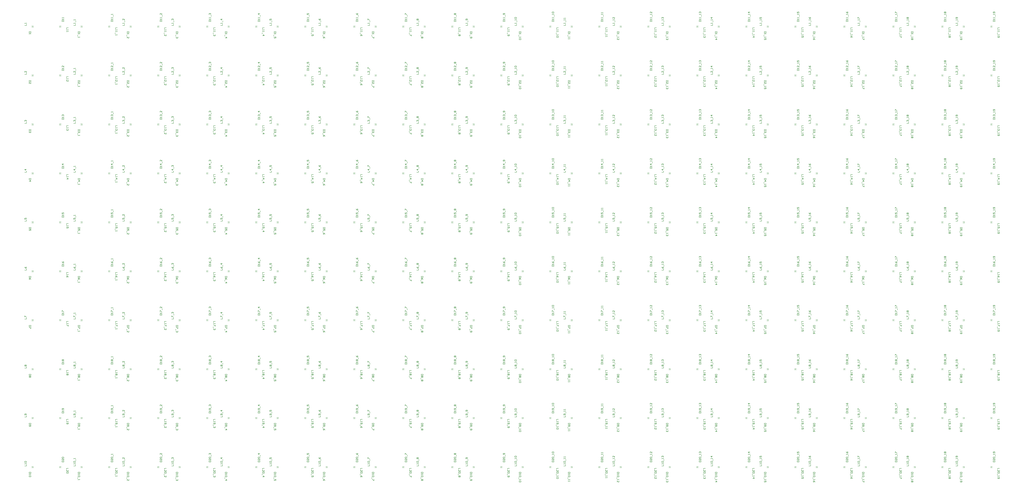
<source format=gto>
G04 Layer_Color=65535*
%FSLAX25Y25*%
%MOIN*%
G70*
G01*
G75*
%ADD22C,0.01000*%
%ADD48C,0.00600*%
G36*
X1066098Y648645D02*
X1064898D01*
Y649511D01*
X1066098D01*
Y648645D01*
D02*
G37*
G36*
X1223579D02*
X1222379D01*
Y649511D01*
X1223579D01*
Y648645D01*
D02*
G37*
G36*
X1381059D02*
X1379859D01*
Y649511D01*
X1381059D01*
Y648645D01*
D02*
G37*
G36*
X593657D02*
X592457D01*
Y649511D01*
X593657D01*
Y648645D01*
D02*
G37*
G36*
X751138D02*
X749938D01*
Y649511D01*
X751138D01*
Y648645D01*
D02*
G37*
G36*
X908618D02*
X907418D01*
Y649511D01*
X908618D01*
Y648645D01*
D02*
G37*
G36*
X2010980D02*
X2009780D01*
Y649511D01*
X2010980D01*
Y648645D01*
D02*
G37*
G36*
X2168461D02*
X2167261D01*
Y649511D01*
X2168461D01*
Y648645D01*
D02*
G37*
G36*
X2325941D02*
X2324741D01*
Y649511D01*
X2325941D01*
Y648645D01*
D02*
G37*
G36*
X1538539D02*
X1537339D01*
Y649511D01*
X1538539D01*
Y648645D01*
D02*
G37*
G36*
X1696020D02*
X1694820D01*
Y649511D01*
X1696020D01*
Y648645D01*
D02*
G37*
G36*
X1853500D02*
X1852300D01*
Y649511D01*
X1853500D01*
Y648645D01*
D02*
G37*
G36*
X436177D02*
X434977D01*
Y649511D01*
X436177D01*
Y648645D01*
D02*
G37*
G36*
X2084706Y648642D02*
X2083506D01*
Y649508D01*
X2084706D01*
Y648642D01*
D02*
G37*
G36*
X2242187D02*
X2240987D01*
Y649508D01*
X2242187D01*
Y648642D01*
D02*
G37*
G36*
X2399667D02*
X2398467D01*
Y649508D01*
X2399667D01*
Y648642D01*
D02*
G37*
G36*
X1612265D02*
X1611065D01*
Y649508D01*
X1612265D01*
Y648642D01*
D02*
G37*
G36*
X1769746D02*
X1768546D01*
Y649508D01*
X1769746D01*
Y648642D01*
D02*
G37*
G36*
X1927226D02*
X1926026D01*
Y649508D01*
X1927226D01*
Y648642D01*
D02*
G37*
G36*
X3029588D02*
X3028388D01*
Y649508D01*
X3029588D01*
Y648642D01*
D02*
G37*
G36*
X121216Y648645D02*
X120017D01*
Y649511D01*
X121216D01*
Y648645D01*
D02*
G37*
G36*
X278697D02*
X277497D01*
Y649511D01*
X278697D01*
Y648645D01*
D02*
G37*
G36*
X2557147Y648642D02*
X2555947D01*
Y649508D01*
X2557147D01*
Y648642D01*
D02*
G37*
G36*
X2714627D02*
X2713428D01*
Y649508D01*
X2714627D01*
Y648642D01*
D02*
G37*
G36*
X2872108D02*
X2870908D01*
Y649508D01*
X2872108D01*
Y648642D01*
D02*
G37*
G36*
X1769746Y652125D02*
X1768546D01*
Y652991D01*
X1769746D01*
Y652125D01*
D02*
G37*
G36*
X1927226D02*
X1926026D01*
Y652991D01*
X1927226D01*
Y652125D01*
D02*
G37*
G36*
X2084706D02*
X2083506D01*
Y652991D01*
X2084706D01*
Y652125D01*
D02*
G37*
G36*
X1297305D02*
X1296105D01*
Y652991D01*
X1297305D01*
Y652125D01*
D02*
G37*
G36*
X1454785D02*
X1453585D01*
Y652991D01*
X1454785D01*
Y652125D01*
D02*
G37*
G36*
X1612265D02*
X1611065D01*
Y652991D01*
X1612265D01*
Y652125D01*
D02*
G37*
G36*
X2714627D02*
X2713428D01*
Y652991D01*
X2714627D01*
Y652125D01*
D02*
G37*
G36*
X2872108D02*
X2870908D01*
Y652991D01*
X2872108D01*
Y652125D01*
D02*
G37*
G36*
X3029588D02*
X3028388D01*
Y652991D01*
X3029588D01*
Y652125D01*
D02*
G37*
G36*
X2242187D02*
X2240987D01*
Y652991D01*
X2242187D01*
Y652125D01*
D02*
G37*
G36*
X2399667D02*
X2398467D01*
Y652991D01*
X2399667D01*
Y652125D01*
D02*
G37*
G36*
X2557147D02*
X2555947D01*
Y652991D01*
X2557147D01*
Y652125D01*
D02*
G37*
G36*
X1139824D02*
X1138624D01*
Y652991D01*
X1139824D01*
Y652125D01*
D02*
G37*
G36*
X2955862Y648645D02*
X2954662D01*
Y649511D01*
X2955862D01*
Y648645D01*
D02*
G37*
G36*
X3113342D02*
X3112143D01*
Y649511D01*
X3113342D01*
Y648645D01*
D02*
G37*
G36*
X37462Y652125D02*
X36262D01*
Y652991D01*
X37462D01*
Y652125D01*
D02*
G37*
G36*
X2483421Y648645D02*
X2482221D01*
Y649511D01*
X2483421D01*
Y648645D01*
D02*
G37*
G36*
X2640902D02*
X2639702D01*
Y649511D01*
X2640902D01*
Y648645D01*
D02*
G37*
G36*
X2798382D02*
X2797182D01*
Y649511D01*
X2798382D01*
Y648645D01*
D02*
G37*
G36*
X667383Y652125D02*
X666184D01*
Y652991D01*
X667383D01*
Y652125D01*
D02*
G37*
G36*
X824864D02*
X823664D01*
Y652991D01*
X824864D01*
Y652125D01*
D02*
G37*
G36*
X982344D02*
X981144D01*
Y652991D01*
X982344D01*
Y652125D01*
D02*
G37*
G36*
X194942D02*
X193743D01*
Y652991D01*
X194942D01*
Y652125D01*
D02*
G37*
G36*
X352423D02*
X351223D01*
Y652991D01*
X352423D01*
Y652125D01*
D02*
G37*
G36*
X509903D02*
X508703D01*
Y652991D01*
X509903D01*
Y652125D01*
D02*
G37*
G36*
X2557147Y494645D02*
X2555947D01*
Y495511D01*
X2557147D01*
Y494645D01*
D02*
G37*
G36*
X2714627D02*
X2713428D01*
Y495511D01*
X2714627D01*
Y494645D01*
D02*
G37*
G36*
X2872108D02*
X2870908D01*
Y495511D01*
X2872108D01*
Y494645D01*
D02*
G37*
G36*
X2084706D02*
X2083506D01*
Y495511D01*
X2084706D01*
Y494645D01*
D02*
G37*
G36*
X2242187D02*
X2240987D01*
Y495511D01*
X2242187D01*
Y494645D01*
D02*
G37*
G36*
X2399667D02*
X2398467D01*
Y495511D01*
X2399667D01*
Y494645D01*
D02*
G37*
G36*
X436177Y494648D02*
X434977D01*
Y495514D01*
X436177D01*
Y494648D01*
D02*
G37*
G36*
X593657D02*
X592457D01*
Y495514D01*
X593657D01*
Y494648D01*
D02*
G37*
G36*
X751138D02*
X749938D01*
Y495514D01*
X751138D01*
Y494648D01*
D02*
G37*
G36*
X3029588Y494645D02*
X3028388D01*
Y495511D01*
X3029588D01*
Y494645D01*
D02*
G37*
G36*
X121216Y494648D02*
X120017D01*
Y495514D01*
X121216D01*
Y494648D01*
D02*
G37*
G36*
X278697D02*
X277497D01*
Y495514D01*
X278697D01*
Y494648D01*
D02*
G37*
G36*
X1927226Y494645D02*
X1926026D01*
Y495511D01*
X1927226D01*
Y494645D01*
D02*
G37*
G36*
X509903D02*
X508703D01*
Y495511D01*
X509903D01*
Y494645D01*
D02*
G37*
G36*
X667383D02*
X666184D01*
Y495511D01*
X667383D01*
Y494645D01*
D02*
G37*
G36*
X824864D02*
X823664D01*
Y495511D01*
X824864D01*
Y494645D01*
D02*
G37*
G36*
X37462D02*
X36262D01*
Y495511D01*
X37462D01*
Y494645D01*
D02*
G37*
G36*
X194942D02*
X193743D01*
Y495511D01*
X194942D01*
Y494645D01*
D02*
G37*
G36*
X352423D02*
X351223D01*
Y495511D01*
X352423D01*
Y494645D01*
D02*
G37*
G36*
X1454785D02*
X1453585D01*
Y495511D01*
X1454785D01*
Y494645D01*
D02*
G37*
G36*
X1612265D02*
X1611065D01*
Y495511D01*
X1612265D01*
Y494645D01*
D02*
G37*
G36*
X1769746D02*
X1768546D01*
Y495511D01*
X1769746D01*
Y494645D01*
D02*
G37*
G36*
X982344D02*
X981144D01*
Y495511D01*
X982344D01*
Y494645D01*
D02*
G37*
G36*
X1139824D02*
X1138624D01*
Y495511D01*
X1139824D01*
Y494645D01*
D02*
G37*
G36*
X1297305D02*
X1296105D01*
Y495511D01*
X1297305D01*
Y494645D01*
D02*
G37*
G36*
X194942Y648642D02*
X193743D01*
Y649508D01*
X194942D01*
Y648642D01*
D02*
G37*
G36*
X352423D02*
X351223D01*
Y649508D01*
X352423D01*
Y648642D01*
D02*
G37*
G36*
X509903D02*
X508703D01*
Y649508D01*
X509903D01*
Y648642D01*
D02*
G37*
G36*
X2955862Y494648D02*
X2954662D01*
Y495514D01*
X2955862D01*
Y494648D01*
D02*
G37*
G36*
X3113342D02*
X3112143D01*
Y495514D01*
X3113342D01*
Y494648D01*
D02*
G37*
G36*
X37462Y648642D02*
X36262D01*
Y649508D01*
X37462D01*
Y648642D01*
D02*
G37*
G36*
X1139824D02*
X1138624D01*
Y649508D01*
X1139824D01*
Y648642D01*
D02*
G37*
G36*
X1297305D02*
X1296105D01*
Y649508D01*
X1297305D01*
Y648642D01*
D02*
G37*
G36*
X1454785D02*
X1453585D01*
Y649508D01*
X1454785D01*
Y648642D01*
D02*
G37*
G36*
X667383D02*
X666184D01*
Y649508D01*
X667383D01*
Y648642D01*
D02*
G37*
G36*
X824864D02*
X823664D01*
Y649508D01*
X824864D01*
Y648642D01*
D02*
G37*
G36*
X982344D02*
X981144D01*
Y649508D01*
X982344D01*
Y648642D01*
D02*
G37*
G36*
X2798382Y494648D02*
X2797182D01*
Y495514D01*
X2798382D01*
Y494648D01*
D02*
G37*
G36*
X1381059D02*
X1379859D01*
Y495514D01*
X1381059D01*
Y494648D01*
D02*
G37*
G36*
X1538539D02*
X1537339D01*
Y495514D01*
X1538539D01*
Y494648D01*
D02*
G37*
G36*
X1696020D02*
X1694820D01*
Y495514D01*
X1696020D01*
Y494648D01*
D02*
G37*
G36*
X908618D02*
X907418D01*
Y495514D01*
X908618D01*
Y494648D01*
D02*
G37*
G36*
X1066098D02*
X1064898D01*
Y495514D01*
X1066098D01*
Y494648D01*
D02*
G37*
G36*
X1223579D02*
X1222379D01*
Y495514D01*
X1223579D01*
Y494648D01*
D02*
G37*
G36*
X2325941D02*
X2324741D01*
Y495514D01*
X2325941D01*
Y494648D01*
D02*
G37*
G36*
X2483421D02*
X2482221D01*
Y495514D01*
X2483421D01*
Y494648D01*
D02*
G37*
G36*
X2640902D02*
X2639702D01*
Y495514D01*
X2640902D01*
Y494648D01*
D02*
G37*
G36*
X1853500D02*
X1852300D01*
Y495514D01*
X1853500D01*
Y494648D01*
D02*
G37*
G36*
X2010980D02*
X2009780D01*
Y495514D01*
X2010980D01*
Y494648D01*
D02*
G37*
G36*
X2168461D02*
X2167261D01*
Y495514D01*
X2168461D01*
Y494648D01*
D02*
G37*
G36*
X982344Y809606D02*
X981144D01*
Y810472D01*
X982344D01*
Y809606D01*
D02*
G37*
G36*
X1139824D02*
X1138624D01*
Y810472D01*
X1139824D01*
Y809606D01*
D02*
G37*
G36*
X1297305D02*
X1296105D01*
Y810472D01*
X1297305D01*
Y809606D01*
D02*
G37*
G36*
X509903D02*
X508703D01*
Y810472D01*
X509903D01*
Y809606D01*
D02*
G37*
G36*
X667383D02*
X666184D01*
Y810472D01*
X667383D01*
Y809606D01*
D02*
G37*
G36*
X824864D02*
X823664D01*
Y810472D01*
X824864D01*
Y809606D01*
D02*
G37*
G36*
X1927226D02*
X1926026D01*
Y810472D01*
X1927226D01*
Y809606D01*
D02*
G37*
G36*
X2084706D02*
X2083506D01*
Y810472D01*
X2084706D01*
Y809606D01*
D02*
G37*
G36*
X2242187D02*
X2240987D01*
Y810472D01*
X2242187D01*
Y809606D01*
D02*
G37*
G36*
X1454785D02*
X1453585D01*
Y810472D01*
X1454785D01*
Y809606D01*
D02*
G37*
G36*
X1612265D02*
X1611065D01*
Y810472D01*
X1612265D01*
Y809606D01*
D02*
G37*
G36*
X1769746D02*
X1768546D01*
Y810472D01*
X1769746D01*
Y809606D01*
D02*
G37*
G36*
X352423D02*
X351223D01*
Y810472D01*
X352423D01*
Y809606D01*
D02*
G37*
G36*
X2168461Y806125D02*
X2167261D01*
Y806991D01*
X2168461D01*
Y806125D01*
D02*
G37*
G36*
X2325941D02*
X2324741D01*
Y806991D01*
X2325941D01*
Y806125D01*
D02*
G37*
G36*
X2483421D02*
X2482221D01*
Y806991D01*
X2483421D01*
Y806125D01*
D02*
G37*
G36*
X1696020D02*
X1694820D01*
Y806991D01*
X1696020D01*
Y806125D01*
D02*
G37*
G36*
X1853500D02*
X1852300D01*
Y806991D01*
X1853500D01*
Y806125D01*
D02*
G37*
G36*
X2010980D02*
X2009780D01*
Y806991D01*
X2010980D01*
Y806125D01*
D02*
G37*
G36*
X3113342D02*
X3112143D01*
Y806991D01*
X3113342D01*
Y806125D01*
D02*
G37*
G36*
X37462Y809606D02*
X36262D01*
Y810472D01*
X37462D01*
Y809606D01*
D02*
G37*
G36*
X194942D02*
X193743D01*
Y810472D01*
X194942D01*
Y809606D01*
D02*
G37*
G36*
X2640902Y806125D02*
X2639702D01*
Y806991D01*
X2640902D01*
Y806125D01*
D02*
G37*
G36*
X2798382D02*
X2797182D01*
Y806991D01*
X2798382D01*
Y806125D01*
D02*
G37*
G36*
X2955862D02*
X2954662D01*
Y806991D01*
X2955862D01*
Y806125D01*
D02*
G37*
G36*
X1853500Y809609D02*
X1852300D01*
Y810475D01*
X1853500D01*
Y809609D01*
D02*
G37*
G36*
X2010980D02*
X2009780D01*
Y810475D01*
X2010980D01*
Y809609D01*
D02*
G37*
G36*
X2168461D02*
X2167261D01*
Y810475D01*
X2168461D01*
Y809609D01*
D02*
G37*
G36*
X1381059D02*
X1379859D01*
Y810475D01*
X1381059D01*
Y809609D01*
D02*
G37*
G36*
X1538539D02*
X1537339D01*
Y810475D01*
X1538539D01*
Y809609D01*
D02*
G37*
G36*
X1696020D02*
X1694820D01*
Y810475D01*
X1696020D01*
Y809609D01*
D02*
G37*
G36*
X2798382D02*
X2797182D01*
Y810475D01*
X2798382D01*
Y809609D01*
D02*
G37*
G36*
X2955862D02*
X2954662D01*
Y810475D01*
X2955862D01*
Y809609D01*
D02*
G37*
G36*
X3113342D02*
X3112143D01*
Y810475D01*
X3113342D01*
Y809609D01*
D02*
G37*
G36*
X2325941D02*
X2324741D01*
Y810475D01*
X2325941D01*
Y809609D01*
D02*
G37*
G36*
X2483421D02*
X2482221D01*
Y810475D01*
X2483421D01*
Y809609D01*
D02*
G37*
G36*
X2640902D02*
X2639702D01*
Y810475D01*
X2640902D01*
Y809609D01*
D02*
G37*
G36*
X1223579D02*
X1222379D01*
Y810475D01*
X1223579D01*
Y809609D01*
D02*
G37*
G36*
X2872108Y809606D02*
X2870908D01*
Y810472D01*
X2872108D01*
Y809606D01*
D02*
G37*
G36*
X3029588D02*
X3028388D01*
Y810472D01*
X3029588D01*
Y809606D01*
D02*
G37*
G36*
X121216Y809609D02*
X120017D01*
Y810475D01*
X121216D01*
Y809609D01*
D02*
G37*
G36*
X2399667Y809606D02*
X2398467D01*
Y810472D01*
X2399667D01*
Y809606D01*
D02*
G37*
G36*
X2557147D02*
X2555947D01*
Y810472D01*
X2557147D01*
Y809606D01*
D02*
G37*
G36*
X2714627D02*
X2713428D01*
Y810472D01*
X2714627D01*
Y809606D01*
D02*
G37*
G36*
X751138Y809609D02*
X749938D01*
Y810475D01*
X751138D01*
Y809609D01*
D02*
G37*
G36*
X908618D02*
X907418D01*
Y810475D01*
X908618D01*
Y809609D01*
D02*
G37*
G36*
X1066098D02*
X1064898D01*
Y810475D01*
X1066098D01*
Y809609D01*
D02*
G37*
G36*
X278697D02*
X277497D01*
Y810475D01*
X278697D01*
Y809609D01*
D02*
G37*
G36*
X436177D02*
X434977D01*
Y810475D01*
X436177D01*
Y809609D01*
D02*
G37*
G36*
X593657D02*
X592457D01*
Y810475D01*
X593657D01*
Y809609D01*
D02*
G37*
G36*
X2640902Y652128D02*
X2639702D01*
Y652994D01*
X2640902D01*
Y652128D01*
D02*
G37*
G36*
X2798382D02*
X2797182D01*
Y652994D01*
X2798382D01*
Y652128D01*
D02*
G37*
G36*
X2955862D02*
X2954662D01*
Y652994D01*
X2955862D01*
Y652128D01*
D02*
G37*
G36*
X2168461D02*
X2167261D01*
Y652994D01*
X2168461D01*
Y652128D01*
D02*
G37*
G36*
X2325941D02*
X2324741D01*
Y652994D01*
X2325941D01*
Y652128D01*
D02*
G37*
G36*
X2483421D02*
X2482221D01*
Y652994D01*
X2483421D01*
Y652128D01*
D02*
G37*
G36*
X352423Y806122D02*
X351223D01*
Y806988D01*
X352423D01*
Y806122D01*
D02*
G37*
G36*
X509903D02*
X508703D01*
Y806988D01*
X509903D01*
Y806122D01*
D02*
G37*
G36*
X667383D02*
X666184D01*
Y806988D01*
X667383D01*
Y806122D01*
D02*
G37*
G36*
X3113342Y652128D02*
X3112143D01*
Y652994D01*
X3113342D01*
Y652128D01*
D02*
G37*
G36*
X37462Y806122D02*
X36262D01*
Y806988D01*
X37462D01*
Y806122D01*
D02*
G37*
G36*
X194942D02*
X193743D01*
Y806988D01*
X194942D01*
Y806122D01*
D02*
G37*
G36*
X2010980Y652128D02*
X2009780D01*
Y652994D01*
X2010980D01*
Y652128D01*
D02*
G37*
G36*
X593657D02*
X592457D01*
Y652994D01*
X593657D01*
Y652128D01*
D02*
G37*
G36*
X751138D02*
X749938D01*
Y652994D01*
X751138D01*
Y652128D01*
D02*
G37*
G36*
X908618D02*
X907418D01*
Y652994D01*
X908618D01*
Y652128D01*
D02*
G37*
G36*
X121216D02*
X120017D01*
Y652994D01*
X121216D01*
Y652128D01*
D02*
G37*
G36*
X278697D02*
X277497D01*
Y652994D01*
X278697D01*
Y652128D01*
D02*
G37*
G36*
X436177D02*
X434977D01*
Y652994D01*
X436177D01*
Y652128D01*
D02*
G37*
G36*
X1538539D02*
X1537339D01*
Y652994D01*
X1538539D01*
Y652128D01*
D02*
G37*
G36*
X1696020D02*
X1694820D01*
Y652994D01*
X1696020D01*
Y652128D01*
D02*
G37*
G36*
X1853500D02*
X1852300D01*
Y652994D01*
X1853500D01*
Y652128D01*
D02*
G37*
G36*
X1066098D02*
X1064898D01*
Y652994D01*
X1066098D01*
Y652128D01*
D02*
G37*
G36*
X1223579D02*
X1222379D01*
Y652994D01*
X1223579D01*
Y652128D01*
D02*
G37*
G36*
X1381059D02*
X1379859D01*
Y652994D01*
X1381059D01*
Y652128D01*
D02*
G37*
G36*
X278697Y806125D02*
X277497D01*
Y806991D01*
X278697D01*
Y806125D01*
D02*
G37*
G36*
X436177D02*
X434977D01*
Y806991D01*
X436177D01*
Y806125D01*
D02*
G37*
G36*
X593657D02*
X592457D01*
Y806991D01*
X593657D01*
Y806125D01*
D02*
G37*
G36*
X2872108Y806122D02*
X2870908D01*
Y806988D01*
X2872108D01*
Y806122D01*
D02*
G37*
G36*
X3029588D02*
X3028388D01*
Y806988D01*
X3029588D01*
Y806122D01*
D02*
G37*
G36*
X121216Y806125D02*
X120017D01*
Y806991D01*
X121216D01*
Y806125D01*
D02*
G37*
G36*
X1223579D02*
X1222379D01*
Y806991D01*
X1223579D01*
Y806125D01*
D02*
G37*
G36*
X1381059D02*
X1379859D01*
Y806991D01*
X1381059D01*
Y806125D01*
D02*
G37*
G36*
X1538539D02*
X1537339D01*
Y806991D01*
X1538539D01*
Y806125D01*
D02*
G37*
G36*
X751138D02*
X749938D01*
Y806991D01*
X751138D01*
Y806125D01*
D02*
G37*
G36*
X908618D02*
X907418D01*
Y806991D01*
X908618D01*
Y806125D01*
D02*
G37*
G36*
X1066098D02*
X1064898D01*
Y806991D01*
X1066098D01*
Y806125D01*
D02*
G37*
G36*
X2714627Y806122D02*
X2713428D01*
Y806988D01*
X2714627D01*
Y806122D01*
D02*
G37*
G36*
X1297305D02*
X1296105D01*
Y806988D01*
X1297305D01*
Y806122D01*
D02*
G37*
G36*
X1454785D02*
X1453585D01*
Y806988D01*
X1454785D01*
Y806122D01*
D02*
G37*
G36*
X1612265D02*
X1611065D01*
Y806988D01*
X1612265D01*
Y806122D01*
D02*
G37*
G36*
X824864D02*
X823664D01*
Y806988D01*
X824864D01*
Y806122D01*
D02*
G37*
G36*
X982344D02*
X981144D01*
Y806988D01*
X982344D01*
Y806122D01*
D02*
G37*
G36*
X1139824D02*
X1138624D01*
Y806988D01*
X1139824D01*
Y806122D01*
D02*
G37*
G36*
X2242187D02*
X2240987D01*
Y806988D01*
X2242187D01*
Y806122D01*
D02*
G37*
G36*
X2399667D02*
X2398467D01*
Y806988D01*
X2399667D01*
Y806122D01*
D02*
G37*
G36*
X2557147D02*
X2555947D01*
Y806988D01*
X2557147D01*
Y806122D01*
D02*
G37*
G36*
X1769746D02*
X1768546D01*
Y806988D01*
X1769746D01*
Y806122D01*
D02*
G37*
G36*
X1927226D02*
X1926026D01*
Y806988D01*
X1927226D01*
Y806122D01*
D02*
G37*
G36*
X2084706D02*
X2083506D01*
Y806988D01*
X2084706D01*
Y806122D01*
D02*
G37*
G36*
X1066098Y179688D02*
X1064898D01*
Y180554D01*
X1066098D01*
Y179688D01*
D02*
G37*
G36*
X1223579D02*
X1222379D01*
Y180554D01*
X1223579D01*
Y179688D01*
D02*
G37*
G36*
X1381059D02*
X1379859D01*
Y180554D01*
X1381059D01*
Y179688D01*
D02*
G37*
G36*
X593657D02*
X592457D01*
Y180554D01*
X593657D01*
Y179688D01*
D02*
G37*
G36*
X751138D02*
X749938D01*
Y180554D01*
X751138D01*
Y179688D01*
D02*
G37*
G36*
X908618D02*
X907418D01*
Y180554D01*
X908618D01*
Y179688D01*
D02*
G37*
G36*
X2010980D02*
X2009780D01*
Y180554D01*
X2010980D01*
Y179688D01*
D02*
G37*
G36*
X2168461D02*
X2167261D01*
Y180554D01*
X2168461D01*
Y179688D01*
D02*
G37*
G36*
X2325941D02*
X2324741D01*
Y180554D01*
X2325941D01*
Y179688D01*
D02*
G37*
G36*
X1538539D02*
X1537339D01*
Y180554D01*
X1538539D01*
Y179688D01*
D02*
G37*
G36*
X1696020D02*
X1694820D01*
Y180554D01*
X1696020D01*
Y179688D01*
D02*
G37*
G36*
X1853500D02*
X1852300D01*
Y180554D01*
X1853500D01*
Y179688D01*
D02*
G37*
G36*
X436177D02*
X434977D01*
Y180554D01*
X436177D01*
Y179688D01*
D02*
G37*
G36*
X2084706Y179684D02*
X2083506D01*
Y180550D01*
X2084706D01*
Y179684D01*
D02*
G37*
G36*
X2242187D02*
X2240987D01*
Y180550D01*
X2242187D01*
Y179684D01*
D02*
G37*
G36*
X2399667D02*
X2398467D01*
Y180550D01*
X2399667D01*
Y179684D01*
D02*
G37*
G36*
X1612265D02*
X1611065D01*
Y180550D01*
X1612265D01*
Y179684D01*
D02*
G37*
G36*
X1769746D02*
X1768546D01*
Y180550D01*
X1769746D01*
Y179684D01*
D02*
G37*
G36*
X1927226D02*
X1926026D01*
Y180550D01*
X1927226D01*
Y179684D01*
D02*
G37*
G36*
X3029588D02*
X3028388D01*
Y180550D01*
X3029588D01*
Y179684D01*
D02*
G37*
G36*
X121216Y179688D02*
X120017D01*
Y180554D01*
X121216D01*
Y179688D01*
D02*
G37*
G36*
X278697D02*
X277497D01*
Y180554D01*
X278697D01*
Y179688D01*
D02*
G37*
G36*
X2557147Y179684D02*
X2555947D01*
Y180550D01*
X2557147D01*
Y179684D01*
D02*
G37*
G36*
X2714627D02*
X2713428D01*
Y180550D01*
X2714627D01*
Y179684D01*
D02*
G37*
G36*
X2872108D02*
X2870908D01*
Y180550D01*
X2872108D01*
Y179684D01*
D02*
G37*
G36*
X1769746Y333681D02*
X1768546D01*
Y334547D01*
X1769746D01*
Y333681D01*
D02*
G37*
G36*
X1927226D02*
X1926026D01*
Y334547D01*
X1927226D01*
Y333681D01*
D02*
G37*
G36*
X2084706D02*
X2083506D01*
Y334547D01*
X2084706D01*
Y333681D01*
D02*
G37*
G36*
X1297305D02*
X1296105D01*
Y334547D01*
X1297305D01*
Y333681D01*
D02*
G37*
G36*
X1454785D02*
X1453585D01*
Y334547D01*
X1454785D01*
Y333681D01*
D02*
G37*
G36*
X1612265D02*
X1611065D01*
Y334547D01*
X1612265D01*
Y333681D01*
D02*
G37*
G36*
X2714627D02*
X2713428D01*
Y334547D01*
X2714627D01*
Y333681D01*
D02*
G37*
G36*
X2872108D02*
X2870908D01*
Y334547D01*
X2872108D01*
Y333681D01*
D02*
G37*
G36*
X3029588D02*
X3028388D01*
Y334547D01*
X3029588D01*
Y333681D01*
D02*
G37*
G36*
X2242187D02*
X2240987D01*
Y334547D01*
X2242187D01*
Y333681D01*
D02*
G37*
G36*
X2399667D02*
X2398467D01*
Y334547D01*
X2399667D01*
Y333681D01*
D02*
G37*
G36*
X2557147D02*
X2555947D01*
Y334547D01*
X2557147D01*
Y333681D01*
D02*
G37*
G36*
X1139824D02*
X1138624D01*
Y334547D01*
X1139824D01*
Y333681D01*
D02*
G37*
G36*
X2955862Y179688D02*
X2954662D01*
Y180554D01*
X2955862D01*
Y179688D01*
D02*
G37*
G36*
X3113342D02*
X3112143D01*
Y180554D01*
X3113342D01*
Y179688D01*
D02*
G37*
G36*
X37462Y333681D02*
X36262D01*
Y334547D01*
X37462D01*
Y333681D01*
D02*
G37*
G36*
X2483421Y179688D02*
X2482221D01*
Y180554D01*
X2483421D01*
Y179688D01*
D02*
G37*
G36*
X2640902D02*
X2639702D01*
Y180554D01*
X2640902D01*
Y179688D01*
D02*
G37*
G36*
X2798382D02*
X2797182D01*
Y180554D01*
X2798382D01*
Y179688D01*
D02*
G37*
G36*
X667383Y333681D02*
X666184D01*
Y334547D01*
X667383D01*
Y333681D01*
D02*
G37*
G36*
X824864D02*
X823664D01*
Y334547D01*
X824864D01*
Y333681D01*
D02*
G37*
G36*
X982344D02*
X981144D01*
Y334547D01*
X982344D01*
Y333681D01*
D02*
G37*
G36*
X194942D02*
X193743D01*
Y334547D01*
X194942D01*
Y333681D01*
D02*
G37*
G36*
X352423D02*
X351223D01*
Y334547D01*
X352423D01*
Y333681D01*
D02*
G37*
G36*
X509903D02*
X508703D01*
Y334547D01*
X509903D01*
Y333681D01*
D02*
G37*
G36*
X2557147Y176201D02*
X2555947D01*
Y177067D01*
X2557147D01*
Y176201D01*
D02*
G37*
G36*
X2714627D02*
X2713428D01*
Y177067D01*
X2714627D01*
Y176201D01*
D02*
G37*
G36*
X2872108D02*
X2870908D01*
Y177067D01*
X2872108D01*
Y176201D01*
D02*
G37*
G36*
X2084706D02*
X2083506D01*
Y177067D01*
X2084706D01*
Y176201D01*
D02*
G37*
G36*
X2242187D02*
X2240987D01*
Y177067D01*
X2242187D01*
Y176201D01*
D02*
G37*
G36*
X2399667D02*
X2398467D01*
Y177067D01*
X2399667D01*
Y176201D01*
D02*
G37*
G36*
X436177Y176204D02*
X434977D01*
Y177070D01*
X436177D01*
Y176204D01*
D02*
G37*
G36*
X593657D02*
X592457D01*
Y177070D01*
X593657D01*
Y176204D01*
D02*
G37*
G36*
X751138D02*
X749938D01*
Y177070D01*
X751138D01*
Y176204D01*
D02*
G37*
G36*
X3029588Y176201D02*
X3028388D01*
Y177067D01*
X3029588D01*
Y176201D01*
D02*
G37*
G36*
X121216Y176204D02*
X120017D01*
Y177070D01*
X121216D01*
Y176204D01*
D02*
G37*
G36*
X278697D02*
X277497D01*
Y177070D01*
X278697D01*
Y176204D01*
D02*
G37*
G36*
X1927226Y176201D02*
X1926026D01*
Y177067D01*
X1927226D01*
Y176201D01*
D02*
G37*
G36*
X509903D02*
X508703D01*
Y177067D01*
X509903D01*
Y176201D01*
D02*
G37*
G36*
X667383D02*
X666184D01*
Y177067D01*
X667383D01*
Y176201D01*
D02*
G37*
G36*
X824864D02*
X823664D01*
Y177067D01*
X824864D01*
Y176201D01*
D02*
G37*
G36*
X37462D02*
X36262D01*
Y177067D01*
X37462D01*
Y176201D01*
D02*
G37*
G36*
X194942D02*
X193743D01*
Y177067D01*
X194942D01*
Y176201D01*
D02*
G37*
G36*
X352423D02*
X351223D01*
Y177067D01*
X352423D01*
Y176201D01*
D02*
G37*
G36*
X1454785D02*
X1453585D01*
Y177067D01*
X1454785D01*
Y176201D01*
D02*
G37*
G36*
X1612265D02*
X1611065D01*
Y177067D01*
X1612265D01*
Y176201D01*
D02*
G37*
G36*
X1769746D02*
X1768546D01*
Y177067D01*
X1769746D01*
Y176201D01*
D02*
G37*
G36*
X982344D02*
X981144D01*
Y177067D01*
X982344D01*
Y176201D01*
D02*
G37*
G36*
X1139824D02*
X1138624D01*
Y177067D01*
X1139824D01*
Y176201D01*
D02*
G37*
G36*
X1297305D02*
X1296105D01*
Y177067D01*
X1297305D01*
Y176201D01*
D02*
G37*
G36*
X194942Y179684D02*
X193743D01*
Y180550D01*
X194942D01*
Y179684D01*
D02*
G37*
G36*
X352423D02*
X351223D01*
Y180550D01*
X352423D01*
Y179684D01*
D02*
G37*
G36*
X509903D02*
X508703D01*
Y180550D01*
X509903D01*
Y179684D01*
D02*
G37*
G36*
X2955862Y176204D02*
X2954662D01*
Y177070D01*
X2955862D01*
Y176204D01*
D02*
G37*
G36*
X3113342D02*
X3112143D01*
Y177070D01*
X3113342D01*
Y176204D01*
D02*
G37*
G36*
X37462Y179684D02*
X36262D01*
Y180550D01*
X37462D01*
Y179684D01*
D02*
G37*
G36*
X1139824D02*
X1138624D01*
Y180550D01*
X1139824D01*
Y179684D01*
D02*
G37*
G36*
X1297305D02*
X1296105D01*
Y180550D01*
X1297305D01*
Y179684D01*
D02*
G37*
G36*
X1454785D02*
X1453585D01*
Y180550D01*
X1454785D01*
Y179684D01*
D02*
G37*
G36*
X667383D02*
X666184D01*
Y180550D01*
X667383D01*
Y179684D01*
D02*
G37*
G36*
X824864D02*
X823664D01*
Y180550D01*
X824864D01*
Y179684D01*
D02*
G37*
G36*
X982344D02*
X981144D01*
Y180550D01*
X982344D01*
Y179684D01*
D02*
G37*
G36*
X2798382Y176204D02*
X2797182D01*
Y177070D01*
X2798382D01*
Y176204D01*
D02*
G37*
G36*
X1381059D02*
X1379859D01*
Y177070D01*
X1381059D01*
Y176204D01*
D02*
G37*
G36*
X1538539D02*
X1537339D01*
Y177070D01*
X1538539D01*
Y176204D01*
D02*
G37*
G36*
X1696020D02*
X1694820D01*
Y177070D01*
X1696020D01*
Y176204D01*
D02*
G37*
G36*
X908618D02*
X907418D01*
Y177070D01*
X908618D01*
Y176204D01*
D02*
G37*
G36*
X1066098D02*
X1064898D01*
Y177070D01*
X1066098D01*
Y176204D01*
D02*
G37*
G36*
X1223579D02*
X1222379D01*
Y177070D01*
X1223579D01*
Y176204D01*
D02*
G37*
G36*
X2325941D02*
X2324741D01*
Y177070D01*
X2325941D01*
Y176204D01*
D02*
G37*
G36*
X2483421D02*
X2482221D01*
Y177070D01*
X2483421D01*
Y176204D01*
D02*
G37*
G36*
X2640902D02*
X2639702D01*
Y177070D01*
X2640902D01*
Y176204D01*
D02*
G37*
G36*
X1853500D02*
X1852300D01*
Y177070D01*
X1853500D01*
Y176204D01*
D02*
G37*
G36*
X2010980D02*
X2009780D01*
Y177070D01*
X2010980D01*
Y176204D01*
D02*
G37*
G36*
X2168461D02*
X2167261D01*
Y177070D01*
X2168461D01*
Y176204D01*
D02*
G37*
G36*
X982344Y491161D02*
X981144D01*
Y492028D01*
X982344D01*
Y491161D01*
D02*
G37*
G36*
X1139824D02*
X1138624D01*
Y492028D01*
X1139824D01*
Y491161D01*
D02*
G37*
G36*
X1297305D02*
X1296105D01*
Y492028D01*
X1297305D01*
Y491161D01*
D02*
G37*
G36*
X509903D02*
X508703D01*
Y492028D01*
X509903D01*
Y491161D01*
D02*
G37*
G36*
X667383D02*
X666184D01*
Y492028D01*
X667383D01*
Y491161D01*
D02*
G37*
G36*
X824864D02*
X823664D01*
Y492028D01*
X824864D01*
Y491161D01*
D02*
G37*
G36*
X1927226D02*
X1926026D01*
Y492028D01*
X1927226D01*
Y491161D01*
D02*
G37*
G36*
X2084706D02*
X2083506D01*
Y492028D01*
X2084706D01*
Y491161D01*
D02*
G37*
G36*
X2242187D02*
X2240987D01*
Y492028D01*
X2242187D01*
Y491161D01*
D02*
G37*
G36*
X1454785D02*
X1453585D01*
Y492028D01*
X1454785D01*
Y491161D01*
D02*
G37*
G36*
X1612265D02*
X1611065D01*
Y492028D01*
X1612265D01*
Y491161D01*
D02*
G37*
G36*
X1769746D02*
X1768546D01*
Y492028D01*
X1769746D01*
Y491161D01*
D02*
G37*
G36*
X352423D02*
X351223D01*
Y492028D01*
X352423D01*
Y491161D01*
D02*
G37*
G36*
X2168461Y337168D02*
X2167261D01*
Y338034D01*
X2168461D01*
Y337168D01*
D02*
G37*
G36*
X2325941D02*
X2324741D01*
Y338034D01*
X2325941D01*
Y337168D01*
D02*
G37*
G36*
X2483421D02*
X2482221D01*
Y338034D01*
X2483421D01*
Y337168D01*
D02*
G37*
G36*
X1696020D02*
X1694820D01*
Y338034D01*
X1696020D01*
Y337168D01*
D02*
G37*
G36*
X1853500D02*
X1852300D01*
Y338034D01*
X1853500D01*
Y337168D01*
D02*
G37*
G36*
X2010980D02*
X2009780D01*
Y338034D01*
X2010980D01*
Y337168D01*
D02*
G37*
G36*
X3113342D02*
X3112143D01*
Y338034D01*
X3113342D01*
Y337168D01*
D02*
G37*
G36*
X37462Y491161D02*
X36262D01*
Y492028D01*
X37462D01*
Y491161D01*
D02*
G37*
G36*
X194942D02*
X193743D01*
Y492028D01*
X194942D01*
Y491161D01*
D02*
G37*
G36*
X2640902Y337168D02*
X2639702D01*
Y338034D01*
X2640902D01*
Y337168D01*
D02*
G37*
G36*
X2798382D02*
X2797182D01*
Y338034D01*
X2798382D01*
Y337168D01*
D02*
G37*
G36*
X2955862D02*
X2954662D01*
Y338034D01*
X2955862D01*
Y337168D01*
D02*
G37*
G36*
X1853500Y491164D02*
X1852300D01*
Y492031D01*
X1853500D01*
Y491164D01*
D02*
G37*
G36*
X2010980D02*
X2009780D01*
Y492031D01*
X2010980D01*
Y491164D01*
D02*
G37*
G36*
X2168461D02*
X2167261D01*
Y492031D01*
X2168461D01*
Y491164D01*
D02*
G37*
G36*
X1381059D02*
X1379859D01*
Y492031D01*
X1381059D01*
Y491164D01*
D02*
G37*
G36*
X1538539D02*
X1537339D01*
Y492031D01*
X1538539D01*
Y491164D01*
D02*
G37*
G36*
X1696020D02*
X1694820D01*
Y492031D01*
X1696020D01*
Y491164D01*
D02*
G37*
G36*
X2798382D02*
X2797182D01*
Y492031D01*
X2798382D01*
Y491164D01*
D02*
G37*
G36*
X2955862D02*
X2954662D01*
Y492031D01*
X2955862D01*
Y491164D01*
D02*
G37*
G36*
X3113342D02*
X3112143D01*
Y492031D01*
X3113342D01*
Y491164D01*
D02*
G37*
G36*
X2325941D02*
X2324741D01*
Y492031D01*
X2325941D01*
Y491164D01*
D02*
G37*
G36*
X2483421D02*
X2482221D01*
Y492031D01*
X2483421D01*
Y491164D01*
D02*
G37*
G36*
X2640902D02*
X2639702D01*
Y492031D01*
X2640902D01*
Y491164D01*
D02*
G37*
G36*
X1223579D02*
X1222379D01*
Y492031D01*
X1223579D01*
Y491164D01*
D02*
G37*
G36*
X2872108Y491161D02*
X2870908D01*
Y492028D01*
X2872108D01*
Y491161D01*
D02*
G37*
G36*
X3029588D02*
X3028388D01*
Y492028D01*
X3029588D01*
Y491161D01*
D02*
G37*
G36*
X121216Y491164D02*
X120017D01*
Y492031D01*
X121216D01*
Y491164D01*
D02*
G37*
G36*
X2399667Y491161D02*
X2398467D01*
Y492028D01*
X2399667D01*
Y491161D01*
D02*
G37*
G36*
X2557147D02*
X2555947D01*
Y492028D01*
X2557147D01*
Y491161D01*
D02*
G37*
G36*
X2714627D02*
X2713428D01*
Y492028D01*
X2714627D01*
Y491161D01*
D02*
G37*
G36*
X751138Y491164D02*
X749938D01*
Y492031D01*
X751138D01*
Y491164D01*
D02*
G37*
G36*
X908618D02*
X907418D01*
Y492031D01*
X908618D01*
Y491164D01*
D02*
G37*
G36*
X1066098D02*
X1064898D01*
Y492031D01*
X1066098D01*
Y491164D01*
D02*
G37*
G36*
X278697D02*
X277497D01*
Y492031D01*
X278697D01*
Y491164D01*
D02*
G37*
G36*
X436177D02*
X434977D01*
Y492031D01*
X436177D01*
Y491164D01*
D02*
G37*
G36*
X593657D02*
X592457D01*
Y492031D01*
X593657D01*
Y491164D01*
D02*
G37*
G36*
X2640902Y333684D02*
X2639702D01*
Y334550D01*
X2640902D01*
Y333684D01*
D02*
G37*
G36*
X2798382D02*
X2797182D01*
Y334550D01*
X2798382D01*
Y333684D01*
D02*
G37*
G36*
X2955862D02*
X2954662D01*
Y334550D01*
X2955862D01*
Y333684D01*
D02*
G37*
G36*
X2168461D02*
X2167261D01*
Y334550D01*
X2168461D01*
Y333684D01*
D02*
G37*
G36*
X2325941D02*
X2324741D01*
Y334550D01*
X2325941D01*
Y333684D01*
D02*
G37*
G36*
X2483421D02*
X2482221D01*
Y334550D01*
X2483421D01*
Y333684D01*
D02*
G37*
G36*
X352423Y337165D02*
X351223D01*
Y338031D01*
X352423D01*
Y337165D01*
D02*
G37*
G36*
X509903D02*
X508703D01*
Y338031D01*
X509903D01*
Y337165D01*
D02*
G37*
G36*
X667383D02*
X666184D01*
Y338031D01*
X667383D01*
Y337165D01*
D02*
G37*
G36*
X3113342Y333684D02*
X3112143D01*
Y334550D01*
X3113342D01*
Y333684D01*
D02*
G37*
G36*
X37462Y337165D02*
X36262D01*
Y338031D01*
X37462D01*
Y337165D01*
D02*
G37*
G36*
X194942D02*
X193743D01*
Y338031D01*
X194942D01*
Y337165D01*
D02*
G37*
G36*
X2010980Y333684D02*
X2009780D01*
Y334550D01*
X2010980D01*
Y333684D01*
D02*
G37*
G36*
X593657D02*
X592457D01*
Y334550D01*
X593657D01*
Y333684D01*
D02*
G37*
G36*
X751138D02*
X749938D01*
Y334550D01*
X751138D01*
Y333684D01*
D02*
G37*
G36*
X908618D02*
X907418D01*
Y334550D01*
X908618D01*
Y333684D01*
D02*
G37*
G36*
X121216D02*
X120017D01*
Y334550D01*
X121216D01*
Y333684D01*
D02*
G37*
G36*
X278697D02*
X277497D01*
Y334550D01*
X278697D01*
Y333684D01*
D02*
G37*
G36*
X436177D02*
X434977D01*
Y334550D01*
X436177D01*
Y333684D01*
D02*
G37*
G36*
X1538539D02*
X1537339D01*
Y334550D01*
X1538539D01*
Y333684D01*
D02*
G37*
G36*
X1696020D02*
X1694820D01*
Y334550D01*
X1696020D01*
Y333684D01*
D02*
G37*
G36*
X1853500D02*
X1852300D01*
Y334550D01*
X1853500D01*
Y333684D01*
D02*
G37*
G36*
X1066098D02*
X1064898D01*
Y334550D01*
X1066098D01*
Y333684D01*
D02*
G37*
G36*
X1223579D02*
X1222379D01*
Y334550D01*
X1223579D01*
Y333684D01*
D02*
G37*
G36*
X1381059D02*
X1379859D01*
Y334550D01*
X1381059D01*
Y333684D01*
D02*
G37*
G36*
X278697Y337168D02*
X277497D01*
Y338034D01*
X278697D01*
Y337168D01*
D02*
G37*
G36*
X436177D02*
X434977D01*
Y338034D01*
X436177D01*
Y337168D01*
D02*
G37*
G36*
X593657D02*
X592457D01*
Y338034D01*
X593657D01*
Y337168D01*
D02*
G37*
G36*
X2872108Y337165D02*
X2870908D01*
Y338031D01*
X2872108D01*
Y337165D01*
D02*
G37*
G36*
X3029588D02*
X3028388D01*
Y338031D01*
X3029588D01*
Y337165D01*
D02*
G37*
G36*
X121216Y337168D02*
X120017D01*
Y338034D01*
X121216D01*
Y337168D01*
D02*
G37*
G36*
X1223579D02*
X1222379D01*
Y338034D01*
X1223579D01*
Y337168D01*
D02*
G37*
G36*
X1381059D02*
X1379859D01*
Y338034D01*
X1381059D01*
Y337168D01*
D02*
G37*
G36*
X1538539D02*
X1537339D01*
Y338034D01*
X1538539D01*
Y337168D01*
D02*
G37*
G36*
X751138D02*
X749938D01*
Y338034D01*
X751138D01*
Y337168D01*
D02*
G37*
G36*
X908618D02*
X907418D01*
Y338034D01*
X908618D01*
Y337168D01*
D02*
G37*
G36*
X1066098D02*
X1064898D01*
Y338034D01*
X1066098D01*
Y337168D01*
D02*
G37*
G36*
X2714627Y337165D02*
X2713428D01*
Y338031D01*
X2714627D01*
Y337165D01*
D02*
G37*
G36*
X1297305D02*
X1296105D01*
Y338031D01*
X1297305D01*
Y337165D01*
D02*
G37*
G36*
X1454785D02*
X1453585D01*
Y338031D01*
X1454785D01*
Y337165D01*
D02*
G37*
G36*
X1612265D02*
X1611065D01*
Y338031D01*
X1612265D01*
Y337165D01*
D02*
G37*
G36*
X824864D02*
X823664D01*
Y338031D01*
X824864D01*
Y337165D01*
D02*
G37*
G36*
X982344D02*
X981144D01*
Y338031D01*
X982344D01*
Y337165D01*
D02*
G37*
G36*
X1139824D02*
X1138624D01*
Y338031D01*
X1139824D01*
Y337165D01*
D02*
G37*
G36*
X2242187D02*
X2240987D01*
Y338031D01*
X2242187D01*
Y337165D01*
D02*
G37*
G36*
X2399667D02*
X2398467D01*
Y338031D01*
X2399667D01*
Y337165D01*
D02*
G37*
G36*
X2557147D02*
X2555947D01*
Y338031D01*
X2557147D01*
Y337165D01*
D02*
G37*
G36*
X1769746D02*
X1768546D01*
Y338031D01*
X1769746D01*
Y337165D01*
D02*
G37*
G36*
X1927226D02*
X1926026D01*
Y338031D01*
X1927226D01*
Y337165D01*
D02*
G37*
G36*
X2084706D02*
X2083506D01*
Y338031D01*
X2084706D01*
Y337165D01*
D02*
G37*
G36*
X1066098Y1436047D02*
X1064898D01*
Y1436913D01*
X1066098D01*
Y1436047D01*
D02*
G37*
G36*
X1223579D02*
X1222379D01*
Y1436913D01*
X1223579D01*
Y1436047D01*
D02*
G37*
G36*
X1381059D02*
X1379859D01*
Y1436913D01*
X1381059D01*
Y1436047D01*
D02*
G37*
G36*
X593657D02*
X592457D01*
Y1436913D01*
X593657D01*
Y1436047D01*
D02*
G37*
G36*
X751138D02*
X749938D01*
Y1436913D01*
X751138D01*
Y1436047D01*
D02*
G37*
G36*
X908618D02*
X907418D01*
Y1436913D01*
X908618D01*
Y1436047D01*
D02*
G37*
G36*
X2010980D02*
X2009780D01*
Y1436913D01*
X2010980D01*
Y1436047D01*
D02*
G37*
G36*
X2168461D02*
X2167261D01*
Y1436913D01*
X2168461D01*
Y1436047D01*
D02*
G37*
G36*
X2325941D02*
X2324741D01*
Y1436913D01*
X2325941D01*
Y1436047D01*
D02*
G37*
G36*
X1538539D02*
X1537339D01*
Y1436913D01*
X1538539D01*
Y1436047D01*
D02*
G37*
G36*
X1696020D02*
X1694820D01*
Y1436913D01*
X1696020D01*
Y1436047D01*
D02*
G37*
G36*
X1853500D02*
X1852300D01*
Y1436913D01*
X1853500D01*
Y1436047D01*
D02*
G37*
G36*
X436177D02*
X434977D01*
Y1436913D01*
X436177D01*
Y1436047D01*
D02*
G37*
G36*
X2084706Y1436043D02*
X2083506D01*
Y1436909D01*
X2084706D01*
Y1436043D01*
D02*
G37*
G36*
X2242187D02*
X2240987D01*
Y1436909D01*
X2242187D01*
Y1436043D01*
D02*
G37*
G36*
X2399667D02*
X2398467D01*
Y1436909D01*
X2399667D01*
Y1436043D01*
D02*
G37*
G36*
X1612265D02*
X1611065D01*
Y1436909D01*
X1612265D01*
Y1436043D01*
D02*
G37*
G36*
X1769746D02*
X1768546D01*
Y1436909D01*
X1769746D01*
Y1436043D01*
D02*
G37*
G36*
X1927226D02*
X1926026D01*
Y1436909D01*
X1927226D01*
Y1436043D01*
D02*
G37*
G36*
X3029588D02*
X3028388D01*
Y1436909D01*
X3029588D01*
Y1436043D01*
D02*
G37*
G36*
X121216Y1436047D02*
X120017D01*
Y1436913D01*
X121216D01*
Y1436047D01*
D02*
G37*
G36*
X278697D02*
X277497D01*
Y1436913D01*
X278697D01*
Y1436047D01*
D02*
G37*
G36*
X2557147Y1436043D02*
X2555947D01*
Y1436909D01*
X2557147D01*
Y1436043D01*
D02*
G37*
G36*
X2714627D02*
X2713428D01*
Y1436909D01*
X2714627D01*
Y1436043D01*
D02*
G37*
G36*
X2872108D02*
X2870908D01*
Y1436909D01*
X2872108D01*
Y1436043D01*
D02*
G37*
G36*
X1769746Y1439527D02*
X1768546D01*
Y1440393D01*
X1769746D01*
Y1439527D01*
D02*
G37*
G36*
X1927226D02*
X1926026D01*
Y1440393D01*
X1927226D01*
Y1439527D01*
D02*
G37*
G36*
X2084706D02*
X2083506D01*
Y1440393D01*
X2084706D01*
Y1439527D01*
D02*
G37*
G36*
X1297305D02*
X1296105D01*
Y1440393D01*
X1297305D01*
Y1439527D01*
D02*
G37*
G36*
X1454785D02*
X1453585D01*
Y1440393D01*
X1454785D01*
Y1439527D01*
D02*
G37*
G36*
X1612265D02*
X1611065D01*
Y1440393D01*
X1612265D01*
Y1439527D01*
D02*
G37*
G36*
X2714627D02*
X2713428D01*
Y1440393D01*
X2714627D01*
Y1439527D01*
D02*
G37*
G36*
X2872108D02*
X2870908D01*
Y1440393D01*
X2872108D01*
Y1439527D01*
D02*
G37*
G36*
X3029588D02*
X3028388D01*
Y1440393D01*
X3029588D01*
Y1439527D01*
D02*
G37*
G36*
X2242187D02*
X2240987D01*
Y1440393D01*
X2242187D01*
Y1439527D01*
D02*
G37*
G36*
X2399667D02*
X2398467D01*
Y1440393D01*
X2399667D01*
Y1439527D01*
D02*
G37*
G36*
X2557147D02*
X2555947D01*
Y1440393D01*
X2557147D01*
Y1439527D01*
D02*
G37*
G36*
X1139824D02*
X1138624D01*
Y1440393D01*
X1139824D01*
Y1439527D01*
D02*
G37*
G36*
X2955862Y1436047D02*
X2954662D01*
Y1436913D01*
X2955862D01*
Y1436047D01*
D02*
G37*
G36*
X3113342D02*
X3112143D01*
Y1436913D01*
X3113342D01*
Y1436047D01*
D02*
G37*
G36*
X37462Y1439527D02*
X36262D01*
Y1440393D01*
X37462D01*
Y1439527D01*
D02*
G37*
G36*
X2483421Y1436047D02*
X2482221D01*
Y1436913D01*
X2483421D01*
Y1436047D01*
D02*
G37*
G36*
X2640902D02*
X2639702D01*
Y1436913D01*
X2640902D01*
Y1436047D01*
D02*
G37*
G36*
X2798382D02*
X2797182D01*
Y1436913D01*
X2798382D01*
Y1436047D01*
D02*
G37*
G36*
X667383Y1439527D02*
X666184D01*
Y1440393D01*
X667383D01*
Y1439527D01*
D02*
G37*
G36*
X824864D02*
X823664D01*
Y1440393D01*
X824864D01*
Y1439527D01*
D02*
G37*
G36*
X982344D02*
X981144D01*
Y1440393D01*
X982344D01*
Y1439527D01*
D02*
G37*
G36*
X194942D02*
X193743D01*
Y1440393D01*
X194942D01*
Y1439527D01*
D02*
G37*
G36*
X352423D02*
X351223D01*
Y1440393D01*
X352423D01*
Y1439527D01*
D02*
G37*
G36*
X509903D02*
X508703D01*
Y1440393D01*
X509903D01*
Y1439527D01*
D02*
G37*
G36*
X2557147Y1282047D02*
X2555947D01*
Y1282913D01*
X2557147D01*
Y1282047D01*
D02*
G37*
G36*
X2714627D02*
X2713428D01*
Y1282913D01*
X2714627D01*
Y1282047D01*
D02*
G37*
G36*
X2872108D02*
X2870908D01*
Y1282913D01*
X2872108D01*
Y1282047D01*
D02*
G37*
G36*
X2084706D02*
X2083506D01*
Y1282913D01*
X2084706D01*
Y1282047D01*
D02*
G37*
G36*
X2242187D02*
X2240987D01*
Y1282913D01*
X2242187D01*
Y1282047D01*
D02*
G37*
G36*
X2399667D02*
X2398467D01*
Y1282913D01*
X2399667D01*
Y1282047D01*
D02*
G37*
G36*
X436177Y1282050D02*
X434977D01*
Y1282916D01*
X436177D01*
Y1282050D01*
D02*
G37*
G36*
X593657D02*
X592457D01*
Y1282916D01*
X593657D01*
Y1282050D01*
D02*
G37*
G36*
X751138D02*
X749938D01*
Y1282916D01*
X751138D01*
Y1282050D01*
D02*
G37*
G36*
X3029588Y1282047D02*
X3028388D01*
Y1282913D01*
X3029588D01*
Y1282047D01*
D02*
G37*
G36*
X121216Y1282050D02*
X120017D01*
Y1282916D01*
X121216D01*
Y1282050D01*
D02*
G37*
G36*
X278697D02*
X277497D01*
Y1282916D01*
X278697D01*
Y1282050D01*
D02*
G37*
G36*
X1927226Y1282047D02*
X1926026D01*
Y1282913D01*
X1927226D01*
Y1282047D01*
D02*
G37*
G36*
X509903D02*
X508703D01*
Y1282913D01*
X509903D01*
Y1282047D01*
D02*
G37*
G36*
X667383D02*
X666184D01*
Y1282913D01*
X667383D01*
Y1282047D01*
D02*
G37*
G36*
X824864D02*
X823664D01*
Y1282913D01*
X824864D01*
Y1282047D01*
D02*
G37*
G36*
X37462D02*
X36262D01*
Y1282913D01*
X37462D01*
Y1282047D01*
D02*
G37*
G36*
X194942D02*
X193743D01*
Y1282913D01*
X194942D01*
Y1282047D01*
D02*
G37*
G36*
X352423D02*
X351223D01*
Y1282913D01*
X352423D01*
Y1282047D01*
D02*
G37*
G36*
X1454785D02*
X1453585D01*
Y1282913D01*
X1454785D01*
Y1282047D01*
D02*
G37*
G36*
X1612265D02*
X1611065D01*
Y1282913D01*
X1612265D01*
Y1282047D01*
D02*
G37*
G36*
X1769746D02*
X1768546D01*
Y1282913D01*
X1769746D01*
Y1282047D01*
D02*
G37*
G36*
X982344D02*
X981144D01*
Y1282913D01*
X982344D01*
Y1282047D01*
D02*
G37*
G36*
X1139824D02*
X1138624D01*
Y1282913D01*
X1139824D01*
Y1282047D01*
D02*
G37*
G36*
X1297305D02*
X1296105D01*
Y1282913D01*
X1297305D01*
Y1282047D01*
D02*
G37*
G36*
X194942Y1436043D02*
X193743D01*
Y1436909D01*
X194942D01*
Y1436043D01*
D02*
G37*
G36*
X352423D02*
X351223D01*
Y1436909D01*
X352423D01*
Y1436043D01*
D02*
G37*
G36*
X509903D02*
X508703D01*
Y1436909D01*
X509903D01*
Y1436043D01*
D02*
G37*
G36*
X2955862Y1282050D02*
X2954662D01*
Y1282916D01*
X2955862D01*
Y1282050D01*
D02*
G37*
G36*
X3113342D02*
X3112143D01*
Y1282916D01*
X3113342D01*
Y1282050D01*
D02*
G37*
G36*
X37462Y1436043D02*
X36262D01*
Y1436909D01*
X37462D01*
Y1436043D01*
D02*
G37*
G36*
X1139824D02*
X1138624D01*
Y1436909D01*
X1139824D01*
Y1436043D01*
D02*
G37*
G36*
X1297305D02*
X1296105D01*
Y1436909D01*
X1297305D01*
Y1436043D01*
D02*
G37*
G36*
X1454785D02*
X1453585D01*
Y1436909D01*
X1454785D01*
Y1436043D01*
D02*
G37*
G36*
X667383D02*
X666184D01*
Y1436909D01*
X667383D01*
Y1436043D01*
D02*
G37*
G36*
X824864D02*
X823664D01*
Y1436909D01*
X824864D01*
Y1436043D01*
D02*
G37*
G36*
X982344D02*
X981144D01*
Y1436909D01*
X982344D01*
Y1436043D01*
D02*
G37*
G36*
X2798382Y1282050D02*
X2797182D01*
Y1282916D01*
X2798382D01*
Y1282050D01*
D02*
G37*
G36*
X1381059D02*
X1379859D01*
Y1282916D01*
X1381059D01*
Y1282050D01*
D02*
G37*
G36*
X1538539D02*
X1537339D01*
Y1282916D01*
X1538539D01*
Y1282050D01*
D02*
G37*
G36*
X1696020D02*
X1694820D01*
Y1282916D01*
X1696020D01*
Y1282050D01*
D02*
G37*
G36*
X908618D02*
X907418D01*
Y1282916D01*
X908618D01*
Y1282050D01*
D02*
G37*
G36*
X1066098D02*
X1064898D01*
Y1282916D01*
X1066098D01*
Y1282050D01*
D02*
G37*
G36*
X1223579D02*
X1222379D01*
Y1282916D01*
X1223579D01*
Y1282050D01*
D02*
G37*
G36*
X2325941D02*
X2324741D01*
Y1282916D01*
X2325941D01*
Y1282050D01*
D02*
G37*
G36*
X2483421D02*
X2482221D01*
Y1282916D01*
X2483421D01*
Y1282050D01*
D02*
G37*
G36*
X2640902D02*
X2639702D01*
Y1282916D01*
X2640902D01*
Y1282050D01*
D02*
G37*
G36*
X1853500D02*
X1852300D01*
Y1282916D01*
X1853500D01*
Y1282050D01*
D02*
G37*
G36*
X2010980D02*
X2009780D01*
Y1282916D01*
X2010980D01*
Y1282050D01*
D02*
G37*
G36*
X2168461D02*
X2167261D01*
Y1282916D01*
X2168461D01*
Y1282050D01*
D02*
G37*
G36*
X982344Y1597007D02*
X981144D01*
Y1597873D01*
X982344D01*
Y1597007D01*
D02*
G37*
G36*
X1139824D02*
X1138624D01*
Y1597873D01*
X1139824D01*
Y1597007D01*
D02*
G37*
G36*
X1297305D02*
X1296105D01*
Y1597873D01*
X1297305D01*
Y1597007D01*
D02*
G37*
G36*
X509903D02*
X508703D01*
Y1597873D01*
X509903D01*
Y1597007D01*
D02*
G37*
G36*
X667383D02*
X666184D01*
Y1597873D01*
X667383D01*
Y1597007D01*
D02*
G37*
G36*
X824864D02*
X823664D01*
Y1597873D01*
X824864D01*
Y1597007D01*
D02*
G37*
G36*
X1927226D02*
X1926026D01*
Y1597873D01*
X1927226D01*
Y1597007D01*
D02*
G37*
G36*
X2084706D02*
X2083506D01*
Y1597873D01*
X2084706D01*
Y1597007D01*
D02*
G37*
G36*
X2242187D02*
X2240987D01*
Y1597873D01*
X2242187D01*
Y1597007D01*
D02*
G37*
G36*
X1454785D02*
X1453585D01*
Y1597873D01*
X1454785D01*
Y1597007D01*
D02*
G37*
G36*
X1612265D02*
X1611065D01*
Y1597873D01*
X1612265D01*
Y1597007D01*
D02*
G37*
G36*
X1769746D02*
X1768546D01*
Y1597873D01*
X1769746D01*
Y1597007D01*
D02*
G37*
G36*
X352423D02*
X351223D01*
Y1597873D01*
X352423D01*
Y1597007D01*
D02*
G37*
G36*
X2168461Y1593527D02*
X2167261D01*
Y1594393D01*
X2168461D01*
Y1593527D01*
D02*
G37*
G36*
X2325941D02*
X2324741D01*
Y1594393D01*
X2325941D01*
Y1593527D01*
D02*
G37*
G36*
X2483421D02*
X2482221D01*
Y1594393D01*
X2483421D01*
Y1593527D01*
D02*
G37*
G36*
X1696020D02*
X1694820D01*
Y1594393D01*
X1696020D01*
Y1593527D01*
D02*
G37*
G36*
X1853500D02*
X1852300D01*
Y1594393D01*
X1853500D01*
Y1593527D01*
D02*
G37*
G36*
X2010980D02*
X2009780D01*
Y1594393D01*
X2010980D01*
Y1593527D01*
D02*
G37*
G36*
X3113342D02*
X3112143D01*
Y1594393D01*
X3113342D01*
Y1593527D01*
D02*
G37*
G36*
X37462Y1597007D02*
X36262D01*
Y1597873D01*
X37462D01*
Y1597007D01*
D02*
G37*
G36*
X194942D02*
X193743D01*
Y1597873D01*
X194942D01*
Y1597007D01*
D02*
G37*
G36*
X2640902Y1593527D02*
X2639702D01*
Y1594393D01*
X2640902D01*
Y1593527D01*
D02*
G37*
G36*
X2798382D02*
X2797182D01*
Y1594393D01*
X2798382D01*
Y1593527D01*
D02*
G37*
G36*
X2955862D02*
X2954662D01*
Y1594393D01*
X2955862D01*
Y1593527D01*
D02*
G37*
G36*
X1853500Y1597010D02*
X1852300D01*
Y1597876D01*
X1853500D01*
Y1597010D01*
D02*
G37*
G36*
X2010980D02*
X2009780D01*
Y1597876D01*
X2010980D01*
Y1597010D01*
D02*
G37*
G36*
X2168461D02*
X2167261D01*
Y1597876D01*
X2168461D01*
Y1597010D01*
D02*
G37*
G36*
X1381059D02*
X1379859D01*
Y1597876D01*
X1381059D01*
Y1597010D01*
D02*
G37*
G36*
X1538539D02*
X1537339D01*
Y1597876D01*
X1538539D01*
Y1597010D01*
D02*
G37*
G36*
X1696020D02*
X1694820D01*
Y1597876D01*
X1696020D01*
Y1597010D01*
D02*
G37*
G36*
X2798382D02*
X2797182D01*
Y1597876D01*
X2798382D01*
Y1597010D01*
D02*
G37*
G36*
X2955862D02*
X2954662D01*
Y1597876D01*
X2955862D01*
Y1597010D01*
D02*
G37*
G36*
X3113342D02*
X3112143D01*
Y1597876D01*
X3113342D01*
Y1597010D01*
D02*
G37*
G36*
X2325941D02*
X2324741D01*
Y1597876D01*
X2325941D01*
Y1597010D01*
D02*
G37*
G36*
X2483421D02*
X2482221D01*
Y1597876D01*
X2483421D01*
Y1597010D01*
D02*
G37*
G36*
X2640902D02*
X2639702D01*
Y1597876D01*
X2640902D01*
Y1597010D01*
D02*
G37*
G36*
X1223579D02*
X1222379D01*
Y1597876D01*
X1223579D01*
Y1597010D01*
D02*
G37*
G36*
X2872108Y1597007D02*
X2870908D01*
Y1597873D01*
X2872108D01*
Y1597007D01*
D02*
G37*
G36*
X3029588D02*
X3028388D01*
Y1597873D01*
X3029588D01*
Y1597007D01*
D02*
G37*
G36*
X121216Y1597010D02*
X120017D01*
Y1597876D01*
X121216D01*
Y1597010D01*
D02*
G37*
G36*
X2399667Y1597007D02*
X2398467D01*
Y1597873D01*
X2399667D01*
Y1597007D01*
D02*
G37*
G36*
X2557147D02*
X2555947D01*
Y1597873D01*
X2557147D01*
Y1597007D01*
D02*
G37*
G36*
X2714627D02*
X2713428D01*
Y1597873D01*
X2714627D01*
Y1597007D01*
D02*
G37*
G36*
X751138Y1597010D02*
X749938D01*
Y1597876D01*
X751138D01*
Y1597010D01*
D02*
G37*
G36*
X908618D02*
X907418D01*
Y1597876D01*
X908618D01*
Y1597010D01*
D02*
G37*
G36*
X1066098D02*
X1064898D01*
Y1597876D01*
X1066098D01*
Y1597010D01*
D02*
G37*
G36*
X278697D02*
X277497D01*
Y1597876D01*
X278697D01*
Y1597010D01*
D02*
G37*
G36*
X436177D02*
X434977D01*
Y1597876D01*
X436177D01*
Y1597010D01*
D02*
G37*
G36*
X593657D02*
X592457D01*
Y1597876D01*
X593657D01*
Y1597010D01*
D02*
G37*
G36*
X2640902Y1439530D02*
X2639702D01*
Y1440396D01*
X2640902D01*
Y1439530D01*
D02*
G37*
G36*
X2798382D02*
X2797182D01*
Y1440396D01*
X2798382D01*
Y1439530D01*
D02*
G37*
G36*
X2955862D02*
X2954662D01*
Y1440396D01*
X2955862D01*
Y1439530D01*
D02*
G37*
G36*
X2168461D02*
X2167261D01*
Y1440396D01*
X2168461D01*
Y1439530D01*
D02*
G37*
G36*
X2325941D02*
X2324741D01*
Y1440396D01*
X2325941D01*
Y1439530D01*
D02*
G37*
G36*
X2483421D02*
X2482221D01*
Y1440396D01*
X2483421D01*
Y1439530D01*
D02*
G37*
G36*
X352423Y1593524D02*
X351223D01*
Y1594390D01*
X352423D01*
Y1593524D01*
D02*
G37*
G36*
X509903D02*
X508703D01*
Y1594390D01*
X509903D01*
Y1593524D01*
D02*
G37*
G36*
X667383D02*
X666184D01*
Y1594390D01*
X667383D01*
Y1593524D01*
D02*
G37*
G36*
X3113342Y1439530D02*
X3112143D01*
Y1440396D01*
X3113342D01*
Y1439530D01*
D02*
G37*
G36*
X37462Y1593524D02*
X36262D01*
Y1594390D01*
X37462D01*
Y1593524D01*
D02*
G37*
G36*
X194942D02*
X193743D01*
Y1594390D01*
X194942D01*
Y1593524D01*
D02*
G37*
G36*
X2010980Y1439530D02*
X2009780D01*
Y1440396D01*
X2010980D01*
Y1439530D01*
D02*
G37*
G36*
X593657D02*
X592457D01*
Y1440396D01*
X593657D01*
Y1439530D01*
D02*
G37*
G36*
X751138D02*
X749938D01*
Y1440396D01*
X751138D01*
Y1439530D01*
D02*
G37*
G36*
X908618D02*
X907418D01*
Y1440396D01*
X908618D01*
Y1439530D01*
D02*
G37*
G36*
X121216D02*
X120017D01*
Y1440396D01*
X121216D01*
Y1439530D01*
D02*
G37*
G36*
X278697D02*
X277497D01*
Y1440396D01*
X278697D01*
Y1439530D01*
D02*
G37*
G36*
X436177D02*
X434977D01*
Y1440396D01*
X436177D01*
Y1439530D01*
D02*
G37*
G36*
X1538539D02*
X1537339D01*
Y1440396D01*
X1538539D01*
Y1439530D01*
D02*
G37*
G36*
X1696020D02*
X1694820D01*
Y1440396D01*
X1696020D01*
Y1439530D01*
D02*
G37*
G36*
X1853500D02*
X1852300D01*
Y1440396D01*
X1853500D01*
Y1439530D01*
D02*
G37*
G36*
X1066098D02*
X1064898D01*
Y1440396D01*
X1066098D01*
Y1439530D01*
D02*
G37*
G36*
X1223579D02*
X1222379D01*
Y1440396D01*
X1223579D01*
Y1439530D01*
D02*
G37*
G36*
X1381059D02*
X1379859D01*
Y1440396D01*
X1381059D01*
Y1439530D01*
D02*
G37*
G36*
X278697Y1593527D02*
X277497D01*
Y1594393D01*
X278697D01*
Y1593527D01*
D02*
G37*
G36*
X436177D02*
X434977D01*
Y1594393D01*
X436177D01*
Y1593527D01*
D02*
G37*
G36*
X593657D02*
X592457D01*
Y1594393D01*
X593657D01*
Y1593527D01*
D02*
G37*
G36*
X2872108Y1593524D02*
X2870908D01*
Y1594390D01*
X2872108D01*
Y1593524D01*
D02*
G37*
G36*
X3029588D02*
X3028388D01*
Y1594390D01*
X3029588D01*
Y1593524D01*
D02*
G37*
G36*
X121216Y1593527D02*
X120017D01*
Y1594393D01*
X121216D01*
Y1593527D01*
D02*
G37*
G36*
X1223579D02*
X1222379D01*
Y1594393D01*
X1223579D01*
Y1593527D01*
D02*
G37*
G36*
X1381059D02*
X1379859D01*
Y1594393D01*
X1381059D01*
Y1593527D01*
D02*
G37*
G36*
X1538539D02*
X1537339D01*
Y1594393D01*
X1538539D01*
Y1593527D01*
D02*
G37*
G36*
X751138D02*
X749938D01*
Y1594393D01*
X751138D01*
Y1593527D01*
D02*
G37*
G36*
X908618D02*
X907418D01*
Y1594393D01*
X908618D01*
Y1593527D01*
D02*
G37*
G36*
X1066098D02*
X1064898D01*
Y1594393D01*
X1066098D01*
Y1593527D01*
D02*
G37*
G36*
X2714627Y1593524D02*
X2713428D01*
Y1594390D01*
X2714627D01*
Y1593524D01*
D02*
G37*
G36*
X1297305D02*
X1296105D01*
Y1594390D01*
X1297305D01*
Y1593524D01*
D02*
G37*
G36*
X1454785D02*
X1453585D01*
Y1594390D01*
X1454785D01*
Y1593524D01*
D02*
G37*
G36*
X1612265D02*
X1611065D01*
Y1594390D01*
X1612265D01*
Y1593524D01*
D02*
G37*
G36*
X824864D02*
X823664D01*
Y1594390D01*
X824864D01*
Y1593524D01*
D02*
G37*
G36*
X982344D02*
X981144D01*
Y1594390D01*
X982344D01*
Y1593524D01*
D02*
G37*
G36*
X1139824D02*
X1138624D01*
Y1594390D01*
X1139824D01*
Y1593524D01*
D02*
G37*
G36*
X2242187D02*
X2240987D01*
Y1594390D01*
X2242187D01*
Y1593524D01*
D02*
G37*
G36*
X2399667D02*
X2398467D01*
Y1594390D01*
X2399667D01*
Y1593524D01*
D02*
G37*
G36*
X2557147D02*
X2555947D01*
Y1594390D01*
X2557147D01*
Y1593524D01*
D02*
G37*
G36*
X1769746D02*
X1768546D01*
Y1594390D01*
X1769746D01*
Y1593524D01*
D02*
G37*
G36*
X1927226D02*
X1926026D01*
Y1594390D01*
X1927226D01*
Y1593524D01*
D02*
G37*
G36*
X2084706D02*
X2083506D01*
Y1594390D01*
X2084706D01*
Y1593524D01*
D02*
G37*
G36*
X1066098Y967089D02*
X1064898D01*
Y967955D01*
X1066098D01*
Y967089D01*
D02*
G37*
G36*
X1223579D02*
X1222379D01*
Y967955D01*
X1223579D01*
Y967089D01*
D02*
G37*
G36*
X1381059D02*
X1379859D01*
Y967955D01*
X1381059D01*
Y967089D01*
D02*
G37*
G36*
X593657D02*
X592457D01*
Y967955D01*
X593657D01*
Y967089D01*
D02*
G37*
G36*
X751138D02*
X749938D01*
Y967955D01*
X751138D01*
Y967089D01*
D02*
G37*
G36*
X908618D02*
X907418D01*
Y967955D01*
X908618D01*
Y967089D01*
D02*
G37*
G36*
X2010980D02*
X2009780D01*
Y967955D01*
X2010980D01*
Y967089D01*
D02*
G37*
G36*
X2168461D02*
X2167261D01*
Y967955D01*
X2168461D01*
Y967089D01*
D02*
G37*
G36*
X2325941D02*
X2324741D01*
Y967955D01*
X2325941D01*
Y967089D01*
D02*
G37*
G36*
X1538539D02*
X1537339D01*
Y967955D01*
X1538539D01*
Y967089D01*
D02*
G37*
G36*
X1696020D02*
X1694820D01*
Y967955D01*
X1696020D01*
Y967089D01*
D02*
G37*
G36*
X1853500D02*
X1852300D01*
Y967955D01*
X1853500D01*
Y967089D01*
D02*
G37*
G36*
X436177D02*
X434977D01*
Y967955D01*
X436177D01*
Y967089D01*
D02*
G37*
G36*
X2084706Y967086D02*
X2083506D01*
Y967952D01*
X2084706D01*
Y967086D01*
D02*
G37*
G36*
X2242187D02*
X2240987D01*
Y967952D01*
X2242187D01*
Y967086D01*
D02*
G37*
G36*
X2399667D02*
X2398467D01*
Y967952D01*
X2399667D01*
Y967086D01*
D02*
G37*
G36*
X1612265D02*
X1611065D01*
Y967952D01*
X1612265D01*
Y967086D01*
D02*
G37*
G36*
X1769746D02*
X1768546D01*
Y967952D01*
X1769746D01*
Y967086D01*
D02*
G37*
G36*
X1927226D02*
X1926026D01*
Y967952D01*
X1927226D01*
Y967086D01*
D02*
G37*
G36*
X3029588D02*
X3028388D01*
Y967952D01*
X3029588D01*
Y967086D01*
D02*
G37*
G36*
X121216Y967089D02*
X120017D01*
Y967955D01*
X121216D01*
Y967089D01*
D02*
G37*
G36*
X278697D02*
X277497D01*
Y967955D01*
X278697D01*
Y967089D01*
D02*
G37*
G36*
X2557147Y967086D02*
X2555947D01*
Y967952D01*
X2557147D01*
Y967086D01*
D02*
G37*
G36*
X2714627D02*
X2713428D01*
Y967952D01*
X2714627D01*
Y967086D01*
D02*
G37*
G36*
X2872108D02*
X2870908D01*
Y967952D01*
X2872108D01*
Y967086D01*
D02*
G37*
G36*
X1769746Y1121083D02*
X1768546D01*
Y1121949D01*
X1769746D01*
Y1121083D01*
D02*
G37*
G36*
X1927226D02*
X1926026D01*
Y1121949D01*
X1927226D01*
Y1121083D01*
D02*
G37*
G36*
X2084706D02*
X2083506D01*
Y1121949D01*
X2084706D01*
Y1121083D01*
D02*
G37*
G36*
X1297305D02*
X1296105D01*
Y1121949D01*
X1297305D01*
Y1121083D01*
D02*
G37*
G36*
X1454785D02*
X1453585D01*
Y1121949D01*
X1454785D01*
Y1121083D01*
D02*
G37*
G36*
X1612265D02*
X1611065D01*
Y1121949D01*
X1612265D01*
Y1121083D01*
D02*
G37*
G36*
X2714627D02*
X2713428D01*
Y1121949D01*
X2714627D01*
Y1121083D01*
D02*
G37*
G36*
X2872108D02*
X2870908D01*
Y1121949D01*
X2872108D01*
Y1121083D01*
D02*
G37*
G36*
X3029588D02*
X3028388D01*
Y1121949D01*
X3029588D01*
Y1121083D01*
D02*
G37*
G36*
X2242187D02*
X2240987D01*
Y1121949D01*
X2242187D01*
Y1121083D01*
D02*
G37*
G36*
X2399667D02*
X2398467D01*
Y1121949D01*
X2399667D01*
Y1121083D01*
D02*
G37*
G36*
X2557147D02*
X2555947D01*
Y1121949D01*
X2557147D01*
Y1121083D01*
D02*
G37*
G36*
X1139824D02*
X1138624D01*
Y1121949D01*
X1139824D01*
Y1121083D01*
D02*
G37*
G36*
X2955862Y967089D02*
X2954662D01*
Y967955D01*
X2955862D01*
Y967089D01*
D02*
G37*
G36*
X3113342D02*
X3112143D01*
Y967955D01*
X3113342D01*
Y967089D01*
D02*
G37*
G36*
X37462Y1121083D02*
X36262D01*
Y1121949D01*
X37462D01*
Y1121083D01*
D02*
G37*
G36*
X2483421Y967089D02*
X2482221D01*
Y967955D01*
X2483421D01*
Y967089D01*
D02*
G37*
G36*
X2640902D02*
X2639702D01*
Y967955D01*
X2640902D01*
Y967089D01*
D02*
G37*
G36*
X2798382D02*
X2797182D01*
Y967955D01*
X2798382D01*
Y967089D01*
D02*
G37*
G36*
X667383Y1121083D02*
X666184D01*
Y1121949D01*
X667383D01*
Y1121083D01*
D02*
G37*
G36*
X824864D02*
X823664D01*
Y1121949D01*
X824864D01*
Y1121083D01*
D02*
G37*
G36*
X982344D02*
X981144D01*
Y1121949D01*
X982344D01*
Y1121083D01*
D02*
G37*
G36*
X194942D02*
X193743D01*
Y1121949D01*
X194942D01*
Y1121083D01*
D02*
G37*
G36*
X352423D02*
X351223D01*
Y1121949D01*
X352423D01*
Y1121083D01*
D02*
G37*
G36*
X509903D02*
X508703D01*
Y1121949D01*
X509903D01*
Y1121083D01*
D02*
G37*
G36*
X2557147Y963602D02*
X2555947D01*
Y964468D01*
X2557147D01*
Y963602D01*
D02*
G37*
G36*
X2714627D02*
X2713428D01*
Y964468D01*
X2714627D01*
Y963602D01*
D02*
G37*
G36*
X2872108D02*
X2870908D01*
Y964468D01*
X2872108D01*
Y963602D01*
D02*
G37*
G36*
X2084706D02*
X2083506D01*
Y964468D01*
X2084706D01*
Y963602D01*
D02*
G37*
G36*
X2242187D02*
X2240987D01*
Y964468D01*
X2242187D01*
Y963602D01*
D02*
G37*
G36*
X2399667D02*
X2398467D01*
Y964468D01*
X2399667D01*
Y963602D01*
D02*
G37*
G36*
X436177Y963605D02*
X434977D01*
Y964472D01*
X436177D01*
Y963605D01*
D02*
G37*
G36*
X593657D02*
X592457D01*
Y964472D01*
X593657D01*
Y963605D01*
D02*
G37*
G36*
X751138D02*
X749938D01*
Y964472D01*
X751138D01*
Y963605D01*
D02*
G37*
G36*
X3029588Y963602D02*
X3028388D01*
Y964468D01*
X3029588D01*
Y963602D01*
D02*
G37*
G36*
X121216Y963605D02*
X120017D01*
Y964472D01*
X121216D01*
Y963605D01*
D02*
G37*
G36*
X278697D02*
X277497D01*
Y964472D01*
X278697D01*
Y963605D01*
D02*
G37*
G36*
X1927226Y963602D02*
X1926026D01*
Y964468D01*
X1927226D01*
Y963602D01*
D02*
G37*
G36*
X509903D02*
X508703D01*
Y964468D01*
X509903D01*
Y963602D01*
D02*
G37*
G36*
X667383D02*
X666184D01*
Y964468D01*
X667383D01*
Y963602D01*
D02*
G37*
G36*
X824864D02*
X823664D01*
Y964468D01*
X824864D01*
Y963602D01*
D02*
G37*
G36*
X37462D02*
X36262D01*
Y964468D01*
X37462D01*
Y963602D01*
D02*
G37*
G36*
X194942D02*
X193743D01*
Y964468D01*
X194942D01*
Y963602D01*
D02*
G37*
G36*
X352423D02*
X351223D01*
Y964468D01*
X352423D01*
Y963602D01*
D02*
G37*
G36*
X1454785D02*
X1453585D01*
Y964468D01*
X1454785D01*
Y963602D01*
D02*
G37*
G36*
X1612265D02*
X1611065D01*
Y964468D01*
X1612265D01*
Y963602D01*
D02*
G37*
G36*
X1769746D02*
X1768546D01*
Y964468D01*
X1769746D01*
Y963602D01*
D02*
G37*
G36*
X982344D02*
X981144D01*
Y964468D01*
X982344D01*
Y963602D01*
D02*
G37*
G36*
X1139824D02*
X1138624D01*
Y964468D01*
X1139824D01*
Y963602D01*
D02*
G37*
G36*
X1297305D02*
X1296105D01*
Y964468D01*
X1297305D01*
Y963602D01*
D02*
G37*
G36*
X194942Y967086D02*
X193743D01*
Y967952D01*
X194942D01*
Y967086D01*
D02*
G37*
G36*
X352423D02*
X351223D01*
Y967952D01*
X352423D01*
Y967086D01*
D02*
G37*
G36*
X509903D02*
X508703D01*
Y967952D01*
X509903D01*
Y967086D01*
D02*
G37*
G36*
X2955862Y963605D02*
X2954662D01*
Y964472D01*
X2955862D01*
Y963605D01*
D02*
G37*
G36*
X3113342D02*
X3112143D01*
Y964472D01*
X3113342D01*
Y963605D01*
D02*
G37*
G36*
X37462Y967086D02*
X36262D01*
Y967952D01*
X37462D01*
Y967086D01*
D02*
G37*
G36*
X1139824D02*
X1138624D01*
Y967952D01*
X1139824D01*
Y967086D01*
D02*
G37*
G36*
X1297305D02*
X1296105D01*
Y967952D01*
X1297305D01*
Y967086D01*
D02*
G37*
G36*
X1454785D02*
X1453585D01*
Y967952D01*
X1454785D01*
Y967086D01*
D02*
G37*
G36*
X667383D02*
X666184D01*
Y967952D01*
X667383D01*
Y967086D01*
D02*
G37*
G36*
X824864D02*
X823664D01*
Y967952D01*
X824864D01*
Y967086D01*
D02*
G37*
G36*
X982344D02*
X981144D01*
Y967952D01*
X982344D01*
Y967086D01*
D02*
G37*
G36*
X2798382Y963605D02*
X2797182D01*
Y964472D01*
X2798382D01*
Y963605D01*
D02*
G37*
G36*
X1381059D02*
X1379859D01*
Y964472D01*
X1381059D01*
Y963605D01*
D02*
G37*
G36*
X1538539D02*
X1537339D01*
Y964472D01*
X1538539D01*
Y963605D01*
D02*
G37*
G36*
X1696020D02*
X1694820D01*
Y964472D01*
X1696020D01*
Y963605D01*
D02*
G37*
G36*
X908618D02*
X907418D01*
Y964472D01*
X908618D01*
Y963605D01*
D02*
G37*
G36*
X1066098D02*
X1064898D01*
Y964472D01*
X1066098D01*
Y963605D01*
D02*
G37*
G36*
X1223579D02*
X1222379D01*
Y964472D01*
X1223579D01*
Y963605D01*
D02*
G37*
G36*
X2325941D02*
X2324741D01*
Y964472D01*
X2325941D01*
Y963605D01*
D02*
G37*
G36*
X2483421D02*
X2482221D01*
Y964472D01*
X2483421D01*
Y963605D01*
D02*
G37*
G36*
X2640902D02*
X2639702D01*
Y964472D01*
X2640902D01*
Y963605D01*
D02*
G37*
G36*
X1853500D02*
X1852300D01*
Y964472D01*
X1853500D01*
Y963605D01*
D02*
G37*
G36*
X2010980D02*
X2009780D01*
Y964472D01*
X2010980D01*
Y963605D01*
D02*
G37*
G36*
X2168461D02*
X2167261D01*
Y964472D01*
X2168461D01*
Y963605D01*
D02*
G37*
G36*
X982344Y1278563D02*
X981144D01*
Y1279429D01*
X982344D01*
Y1278563D01*
D02*
G37*
G36*
X1139824D02*
X1138624D01*
Y1279429D01*
X1139824D01*
Y1278563D01*
D02*
G37*
G36*
X1297305D02*
X1296105D01*
Y1279429D01*
X1297305D01*
Y1278563D01*
D02*
G37*
G36*
X509903D02*
X508703D01*
Y1279429D01*
X509903D01*
Y1278563D01*
D02*
G37*
G36*
X667383D02*
X666184D01*
Y1279429D01*
X667383D01*
Y1278563D01*
D02*
G37*
G36*
X824864D02*
X823664D01*
Y1279429D01*
X824864D01*
Y1278563D01*
D02*
G37*
G36*
X1927226D02*
X1926026D01*
Y1279429D01*
X1927226D01*
Y1278563D01*
D02*
G37*
G36*
X2084706D02*
X2083506D01*
Y1279429D01*
X2084706D01*
Y1278563D01*
D02*
G37*
G36*
X2242187D02*
X2240987D01*
Y1279429D01*
X2242187D01*
Y1278563D01*
D02*
G37*
G36*
X1454785D02*
X1453585D01*
Y1279429D01*
X1454785D01*
Y1278563D01*
D02*
G37*
G36*
X1612265D02*
X1611065D01*
Y1279429D01*
X1612265D01*
Y1278563D01*
D02*
G37*
G36*
X1769746D02*
X1768546D01*
Y1279429D01*
X1769746D01*
Y1278563D01*
D02*
G37*
G36*
X352423D02*
X351223D01*
Y1279429D01*
X352423D01*
Y1278563D01*
D02*
G37*
G36*
X2168461Y1124569D02*
X2167261D01*
Y1125435D01*
X2168461D01*
Y1124569D01*
D02*
G37*
G36*
X2325941D02*
X2324741D01*
Y1125435D01*
X2325941D01*
Y1124569D01*
D02*
G37*
G36*
X2483421D02*
X2482221D01*
Y1125435D01*
X2483421D01*
Y1124569D01*
D02*
G37*
G36*
X1696020D02*
X1694820D01*
Y1125435D01*
X1696020D01*
Y1124569D01*
D02*
G37*
G36*
X1853500D02*
X1852300D01*
Y1125435D01*
X1853500D01*
Y1124569D01*
D02*
G37*
G36*
X2010980D02*
X2009780D01*
Y1125435D01*
X2010980D01*
Y1124569D01*
D02*
G37*
G36*
X3113342D02*
X3112143D01*
Y1125435D01*
X3113342D01*
Y1124569D01*
D02*
G37*
G36*
X37462Y1278563D02*
X36262D01*
Y1279429D01*
X37462D01*
Y1278563D01*
D02*
G37*
G36*
X194942D02*
X193743D01*
Y1279429D01*
X194942D01*
Y1278563D01*
D02*
G37*
G36*
X2640902Y1124569D02*
X2639702D01*
Y1125435D01*
X2640902D01*
Y1124569D01*
D02*
G37*
G36*
X2798382D02*
X2797182D01*
Y1125435D01*
X2798382D01*
Y1124569D01*
D02*
G37*
G36*
X2955862D02*
X2954662D01*
Y1125435D01*
X2955862D01*
Y1124569D01*
D02*
G37*
G36*
X1853500Y1278566D02*
X1852300D01*
Y1279432D01*
X1853500D01*
Y1278566D01*
D02*
G37*
G36*
X2010980D02*
X2009780D01*
Y1279432D01*
X2010980D01*
Y1278566D01*
D02*
G37*
G36*
X2168461D02*
X2167261D01*
Y1279432D01*
X2168461D01*
Y1278566D01*
D02*
G37*
G36*
X1381059D02*
X1379859D01*
Y1279432D01*
X1381059D01*
Y1278566D01*
D02*
G37*
G36*
X1538539D02*
X1537339D01*
Y1279432D01*
X1538539D01*
Y1278566D01*
D02*
G37*
G36*
X1696020D02*
X1694820D01*
Y1279432D01*
X1696020D01*
Y1278566D01*
D02*
G37*
G36*
X2798382D02*
X2797182D01*
Y1279432D01*
X2798382D01*
Y1278566D01*
D02*
G37*
G36*
X2955862D02*
X2954662D01*
Y1279432D01*
X2955862D01*
Y1278566D01*
D02*
G37*
G36*
X3113342D02*
X3112143D01*
Y1279432D01*
X3113342D01*
Y1278566D01*
D02*
G37*
G36*
X2325941D02*
X2324741D01*
Y1279432D01*
X2325941D01*
Y1278566D01*
D02*
G37*
G36*
X2483421D02*
X2482221D01*
Y1279432D01*
X2483421D01*
Y1278566D01*
D02*
G37*
G36*
X2640902D02*
X2639702D01*
Y1279432D01*
X2640902D01*
Y1278566D01*
D02*
G37*
G36*
X1223579D02*
X1222379D01*
Y1279432D01*
X1223579D01*
Y1278566D01*
D02*
G37*
G36*
X2872108Y1278563D02*
X2870908D01*
Y1279429D01*
X2872108D01*
Y1278563D01*
D02*
G37*
G36*
X3029588D02*
X3028388D01*
Y1279429D01*
X3029588D01*
Y1278563D01*
D02*
G37*
G36*
X121216Y1278566D02*
X120017D01*
Y1279432D01*
X121216D01*
Y1278566D01*
D02*
G37*
G36*
X2399667Y1278563D02*
X2398467D01*
Y1279429D01*
X2399667D01*
Y1278563D01*
D02*
G37*
G36*
X2557147D02*
X2555947D01*
Y1279429D01*
X2557147D01*
Y1278563D01*
D02*
G37*
G36*
X2714627D02*
X2713428D01*
Y1279429D01*
X2714627D01*
Y1278563D01*
D02*
G37*
G36*
X751138Y1278566D02*
X749938D01*
Y1279432D01*
X751138D01*
Y1278566D01*
D02*
G37*
G36*
X908618D02*
X907418D01*
Y1279432D01*
X908618D01*
Y1278566D01*
D02*
G37*
G36*
X1066098D02*
X1064898D01*
Y1279432D01*
X1066098D01*
Y1278566D01*
D02*
G37*
G36*
X278697D02*
X277497D01*
Y1279432D01*
X278697D01*
Y1278566D01*
D02*
G37*
G36*
X436177D02*
X434977D01*
Y1279432D01*
X436177D01*
Y1278566D01*
D02*
G37*
G36*
X593657D02*
X592457D01*
Y1279432D01*
X593657D01*
Y1278566D01*
D02*
G37*
G36*
X2640902Y1121086D02*
X2639702D01*
Y1121952D01*
X2640902D01*
Y1121086D01*
D02*
G37*
G36*
X2798382D02*
X2797182D01*
Y1121952D01*
X2798382D01*
Y1121086D01*
D02*
G37*
G36*
X2955862D02*
X2954662D01*
Y1121952D01*
X2955862D01*
Y1121086D01*
D02*
G37*
G36*
X2168461D02*
X2167261D01*
Y1121952D01*
X2168461D01*
Y1121086D01*
D02*
G37*
G36*
X2325941D02*
X2324741D01*
Y1121952D01*
X2325941D01*
Y1121086D01*
D02*
G37*
G36*
X2483421D02*
X2482221D01*
Y1121952D01*
X2483421D01*
Y1121086D01*
D02*
G37*
G36*
X352423Y1124566D02*
X351223D01*
Y1125432D01*
X352423D01*
Y1124566D01*
D02*
G37*
G36*
X509903D02*
X508703D01*
Y1125432D01*
X509903D01*
Y1124566D01*
D02*
G37*
G36*
X667383D02*
X666184D01*
Y1125432D01*
X667383D01*
Y1124566D01*
D02*
G37*
G36*
X3113342Y1121086D02*
X3112143D01*
Y1121952D01*
X3113342D01*
Y1121086D01*
D02*
G37*
G36*
X37462Y1124566D02*
X36262D01*
Y1125432D01*
X37462D01*
Y1124566D01*
D02*
G37*
G36*
X194942D02*
X193743D01*
Y1125432D01*
X194942D01*
Y1124566D01*
D02*
G37*
G36*
X2010980Y1121086D02*
X2009780D01*
Y1121952D01*
X2010980D01*
Y1121086D01*
D02*
G37*
G36*
X593657D02*
X592457D01*
Y1121952D01*
X593657D01*
Y1121086D01*
D02*
G37*
G36*
X751138D02*
X749938D01*
Y1121952D01*
X751138D01*
Y1121086D01*
D02*
G37*
G36*
X908618D02*
X907418D01*
Y1121952D01*
X908618D01*
Y1121086D01*
D02*
G37*
G36*
X121216D02*
X120017D01*
Y1121952D01*
X121216D01*
Y1121086D01*
D02*
G37*
G36*
X278697D02*
X277497D01*
Y1121952D01*
X278697D01*
Y1121086D01*
D02*
G37*
G36*
X436177D02*
X434977D01*
Y1121952D01*
X436177D01*
Y1121086D01*
D02*
G37*
G36*
X1538539D02*
X1537339D01*
Y1121952D01*
X1538539D01*
Y1121086D01*
D02*
G37*
G36*
X1696020D02*
X1694820D01*
Y1121952D01*
X1696020D01*
Y1121086D01*
D02*
G37*
G36*
X1853500D02*
X1852300D01*
Y1121952D01*
X1853500D01*
Y1121086D01*
D02*
G37*
G36*
X1066098D02*
X1064898D01*
Y1121952D01*
X1066098D01*
Y1121086D01*
D02*
G37*
G36*
X1223579D02*
X1222379D01*
Y1121952D01*
X1223579D01*
Y1121086D01*
D02*
G37*
G36*
X1381059D02*
X1379859D01*
Y1121952D01*
X1381059D01*
Y1121086D01*
D02*
G37*
G36*
X278697Y1124569D02*
X277497D01*
Y1125435D01*
X278697D01*
Y1124569D01*
D02*
G37*
G36*
X436177D02*
X434977D01*
Y1125435D01*
X436177D01*
Y1124569D01*
D02*
G37*
G36*
X593657D02*
X592457D01*
Y1125435D01*
X593657D01*
Y1124569D01*
D02*
G37*
G36*
X2872108Y1124566D02*
X2870908D01*
Y1125432D01*
X2872108D01*
Y1124566D01*
D02*
G37*
G36*
X3029588D02*
X3028388D01*
Y1125432D01*
X3029588D01*
Y1124566D01*
D02*
G37*
G36*
X121216Y1124569D02*
X120017D01*
Y1125435D01*
X121216D01*
Y1124569D01*
D02*
G37*
G36*
X1223579D02*
X1222379D01*
Y1125435D01*
X1223579D01*
Y1124569D01*
D02*
G37*
G36*
X1381059D02*
X1379859D01*
Y1125435D01*
X1381059D01*
Y1124569D01*
D02*
G37*
G36*
X1538539D02*
X1537339D01*
Y1125435D01*
X1538539D01*
Y1124569D01*
D02*
G37*
G36*
X751138D02*
X749938D01*
Y1125435D01*
X751138D01*
Y1124569D01*
D02*
G37*
G36*
X908618D02*
X907418D01*
Y1125435D01*
X908618D01*
Y1124569D01*
D02*
G37*
G36*
X1066098D02*
X1064898D01*
Y1125435D01*
X1066098D01*
Y1124569D01*
D02*
G37*
G36*
X2714627Y1124566D02*
X2713428D01*
Y1125432D01*
X2714627D01*
Y1124566D01*
D02*
G37*
G36*
X1297305D02*
X1296105D01*
Y1125432D01*
X1297305D01*
Y1124566D01*
D02*
G37*
G36*
X1454785D02*
X1453585D01*
Y1125432D01*
X1454785D01*
Y1124566D01*
D02*
G37*
G36*
X1612265D02*
X1611065D01*
Y1125432D01*
X1612265D01*
Y1124566D01*
D02*
G37*
G36*
X824864D02*
X823664D01*
Y1125432D01*
X824864D01*
Y1124566D01*
D02*
G37*
G36*
X982344D02*
X981144D01*
Y1125432D01*
X982344D01*
Y1124566D01*
D02*
G37*
G36*
X1139824D02*
X1138624D01*
Y1125432D01*
X1139824D01*
Y1124566D01*
D02*
G37*
G36*
X2242187D02*
X2240987D01*
Y1125432D01*
X2242187D01*
Y1124566D01*
D02*
G37*
G36*
X2399667D02*
X2398467D01*
Y1125432D01*
X2399667D01*
Y1124566D01*
D02*
G37*
G36*
X2557147D02*
X2555947D01*
Y1125432D01*
X2557147D01*
Y1124566D01*
D02*
G37*
G36*
X1769746D02*
X1768546D01*
Y1125432D01*
X1769746D01*
Y1124566D01*
D02*
G37*
G36*
X1927226D02*
X1926026D01*
Y1125432D01*
X1927226D01*
Y1124566D01*
D02*
G37*
G36*
X2084706D02*
X2083506D01*
Y1125432D01*
X2084706D01*
Y1124566D01*
D02*
G37*
D22*
X3021024Y1579439D02*
X3015026D01*
Y1576440D01*
X3016026Y1575440D01*
X3020024D01*
X3021024Y1576440D01*
Y1579439D01*
X3015026Y1573440D02*
Y1571441D01*
Y1572441D01*
X3021024D01*
X3020024Y1573440D01*
X3014026Y1568442D02*
Y1564443D01*
X3015026Y1562444D02*
Y1560445D01*
Y1561444D01*
X3021024D01*
X3020024Y1562444D01*
X3016026Y1557446D02*
X3015026Y1556446D01*
Y1554447D01*
X3016026Y1553447D01*
X3020024D01*
X3021024Y1554447D01*
Y1556446D01*
X3020024Y1557446D01*
X3019025D01*
X3018025Y1556446D01*
Y1553447D01*
X3000528Y1599539D02*
X3006526D01*
Y1603537D01*
Y1605537D02*
Y1607536D01*
Y1606536D01*
X3000528D01*
X3001528Y1605537D01*
X3007526Y1610535D02*
Y1614534D01*
X3006526Y1616533D02*
Y1618532D01*
Y1617533D01*
X3000528D01*
X3001528Y1616533D01*
X3005526Y1621531D02*
X3006526Y1622531D01*
Y1624530D01*
X3005526Y1625530D01*
X3001528D01*
X3000528Y1624530D01*
Y1622531D01*
X3001528Y1621531D01*
X3002527D01*
X3003527Y1622531D01*
Y1625530D01*
X3000528Y1442058D02*
X3006526D01*
Y1446057D01*
Y1452055D02*
Y1448056D01*
X3002527Y1452055D01*
X3001528D01*
X3000528Y1451055D01*
Y1449056D01*
X3001528Y1448056D01*
X3007526Y1454054D02*
Y1458053D01*
X3006526Y1460052D02*
Y1462052D01*
Y1461052D01*
X3000528D01*
X3001528Y1460052D01*
X3005526Y1465051D02*
X3006526Y1466051D01*
Y1468050D01*
X3005526Y1469049D01*
X3001528D01*
X3000528Y1468050D01*
Y1466051D01*
X3001528Y1465051D01*
X3002527D01*
X3003527Y1466051D01*
Y1469049D01*
X3000528Y1284578D02*
X3006526D01*
Y1288577D01*
X3001528Y1290576D02*
X3000528Y1291576D01*
Y1293575D01*
X3001528Y1294575D01*
X3002527D01*
X3003527Y1293575D01*
Y1292575D01*
Y1293575D01*
X3004527Y1294575D01*
X3005526D01*
X3006526Y1293575D01*
Y1291576D01*
X3005526Y1290576D01*
X3007526Y1296574D02*
Y1300573D01*
X3006526Y1302572D02*
Y1304572D01*
Y1303572D01*
X3000528D01*
X3001528Y1302572D01*
X3005526Y1307570D02*
X3006526Y1308570D01*
Y1310569D01*
X3005526Y1311569D01*
X3001528D01*
X3000528Y1310569D01*
Y1308570D01*
X3001528Y1307570D01*
X3002527D01*
X3003527Y1308570D01*
Y1311569D01*
X3000528Y1127098D02*
X3006526D01*
Y1131096D01*
Y1136095D02*
X3000528D01*
X3003527Y1133096D01*
Y1137094D01*
X3007526Y1139094D02*
Y1143093D01*
X3006526Y1145092D02*
Y1147091D01*
Y1146091D01*
X3000528D01*
X3001528Y1145092D01*
X3005526Y1150090D02*
X3006526Y1151090D01*
Y1153089D01*
X3005526Y1154089D01*
X3001528D01*
X3000528Y1153089D01*
Y1151090D01*
X3001528Y1150090D01*
X3002527D01*
X3003527Y1151090D01*
Y1154089D01*
X3000528Y969617D02*
X3006526D01*
Y973616D01*
X3000528Y979614D02*
Y975615D01*
X3003527D01*
X3002527Y977615D01*
Y978614D01*
X3003527Y979614D01*
X3005526D01*
X3006526Y978614D01*
Y976615D01*
X3005526Y975615D01*
X3007526Y981613D02*
Y985612D01*
X3006526Y987611D02*
Y989611D01*
Y988611D01*
X3000528D01*
X3001528Y987611D01*
X3005526Y992610D02*
X3006526Y993610D01*
Y995609D01*
X3005526Y996609D01*
X3001528D01*
X3000528Y995609D01*
Y993610D01*
X3001528Y992610D01*
X3002527D01*
X3003527Y993610D01*
Y996609D01*
X3000528Y812137D02*
X3006526D01*
Y816136D01*
X3000528Y822134D02*
X3001528Y820134D01*
X3003527Y818135D01*
X3005526D01*
X3006526Y819135D01*
Y821134D01*
X3005526Y822134D01*
X3004527D01*
X3003527Y821134D01*
Y818135D01*
X3007526Y824133D02*
Y828132D01*
X3006526Y830131D02*
Y832131D01*
Y831131D01*
X3000528D01*
X3001528Y830131D01*
X3005526Y835130D02*
X3006526Y836129D01*
Y838129D01*
X3005526Y839128D01*
X3001528D01*
X3000528Y838129D01*
Y836129D01*
X3001528Y835130D01*
X3002527D01*
X3003527Y836129D01*
Y839128D01*
X3000528Y654657D02*
X3006526D01*
Y658655D01*
X3000528Y660655D02*
Y664653D01*
X3001528D01*
X3005526Y660655D01*
X3006526D01*
X3007526Y666653D02*
Y670651D01*
X3006526Y672651D02*
Y674650D01*
Y673651D01*
X3000528D01*
X3001528Y672651D01*
X3005526Y677649D02*
X3006526Y678649D01*
Y680648D01*
X3005526Y681648D01*
X3001528D01*
X3000528Y680648D01*
Y678649D01*
X3001528Y677649D01*
X3002527D01*
X3003527Y678649D01*
Y681648D01*
X3000528Y497176D02*
X3006526D01*
Y501175D01*
X3001528Y503174D02*
X3000528Y504174D01*
Y506173D01*
X3001528Y507173D01*
X3002527D01*
X3003527Y506173D01*
X3004527Y507173D01*
X3005526D01*
X3006526Y506173D01*
Y504174D01*
X3005526Y503174D01*
X3004527D01*
X3003527Y504174D01*
X3002527Y503174D01*
X3001528D01*
X3003527Y504174D02*
Y506173D01*
X3007526Y509172D02*
Y513171D01*
X3006526Y515170D02*
Y517170D01*
Y516170D01*
X3000528D01*
X3001528Y515170D01*
X3005526Y520169D02*
X3006526Y521169D01*
Y523168D01*
X3005526Y524168D01*
X3001528D01*
X3000528Y523168D01*
Y521169D01*
X3001528Y520169D01*
X3002527D01*
X3003527Y521169D01*
Y524168D01*
X3000528Y339696D02*
X3006526D01*
Y343695D01*
X3005526Y345694D02*
X3006526Y346694D01*
Y348693D01*
X3005526Y349693D01*
X3001528D01*
X3000528Y348693D01*
Y346694D01*
X3001528Y345694D01*
X3002527D01*
X3003527Y346694D01*
Y349693D01*
X3007526Y351692D02*
Y355691D01*
X3006526Y357690D02*
Y359690D01*
Y358690D01*
X3000528D01*
X3001528Y357690D01*
X3005526Y362689D02*
X3006526Y363688D01*
Y365688D01*
X3005526Y366687D01*
X3001528D01*
X3000528Y365688D01*
Y363688D01*
X3001528Y362689D01*
X3002527D01*
X3003527Y363688D01*
Y366687D01*
X3000528Y182216D02*
X3006526D01*
Y186214D01*
Y188214D02*
Y190213D01*
Y189214D01*
X3000528D01*
X3001528Y188214D01*
Y193212D02*
X3000528Y194212D01*
Y196211D01*
X3001528Y197211D01*
X3005526D01*
X3006526Y196211D01*
Y194212D01*
X3005526Y193212D01*
X3001528D01*
X3007526Y199210D02*
Y203209D01*
X3006526Y205208D02*
Y207208D01*
Y206208D01*
X3000528D01*
X3001528Y205208D01*
X3005526Y210207D02*
X3006526Y211206D01*
Y213206D01*
X3005526Y214205D01*
X3001528D01*
X3000528Y213206D01*
Y211206D01*
X3001528Y210207D01*
X3002527D01*
X3003527Y211206D01*
Y214205D01*
X3141203Y1591861D02*
X3135205D01*
Y1587863D01*
Y1585863D02*
Y1583864D01*
Y1584864D01*
X3141203D01*
X3140203Y1585863D01*
X3135205Y1580865D02*
Y1578866D01*
Y1579865D01*
X3141203D01*
X3140203Y1580865D01*
X3134205Y1575867D02*
Y1571868D01*
X3135205Y1569868D02*
Y1567869D01*
Y1568869D01*
X3141203D01*
X3140203Y1569868D01*
X3136204Y1564870D02*
X3135205Y1563871D01*
Y1561871D01*
X3136204Y1560872D01*
X3140203D01*
X3141203Y1561871D01*
Y1563871D01*
X3140203Y1564870D01*
X3139203D01*
X3138204Y1563871D01*
Y1560872D01*
X3141203Y1434381D02*
X3135205D01*
Y1430382D01*
Y1428383D02*
Y1426384D01*
Y1427383D01*
X3141203D01*
X3140203Y1428383D01*
X3135205Y1419386D02*
Y1423385D01*
X3139203Y1419386D01*
X3140203D01*
X3141203Y1420386D01*
Y1422385D01*
X3140203Y1423385D01*
X3134205Y1417387D02*
Y1413388D01*
X3135205Y1411389D02*
Y1409389D01*
Y1410389D01*
X3141203D01*
X3140203Y1411389D01*
X3136204Y1406390D02*
X3135205Y1405390D01*
Y1403391D01*
X3136204Y1402392D01*
X3140203D01*
X3141203Y1403391D01*
Y1405390D01*
X3140203Y1406390D01*
X3139203D01*
X3138204Y1405390D01*
Y1402392D01*
X3141203Y1276901D02*
X3135205D01*
Y1272902D01*
Y1270903D02*
Y1268903D01*
Y1269903D01*
X3141203D01*
X3140203Y1270903D01*
Y1265904D02*
X3141203Y1264905D01*
Y1262905D01*
X3140203Y1261906D01*
X3139203D01*
X3138204Y1262905D01*
Y1263905D01*
Y1262905D01*
X3137204Y1261906D01*
X3136204D01*
X3135205Y1262905D01*
Y1264905D01*
X3136204Y1265904D01*
X3134205Y1259906D02*
Y1255908D01*
X3135205Y1253908D02*
Y1251909D01*
Y1252909D01*
X3141203D01*
X3140203Y1253908D01*
X3136204Y1248910D02*
X3135205Y1247910D01*
Y1245911D01*
X3136204Y1244911D01*
X3140203D01*
X3141203Y1245911D01*
Y1247910D01*
X3140203Y1248910D01*
X3139203D01*
X3138204Y1247910D01*
Y1244911D01*
X3141203Y1119421D02*
X3135205D01*
Y1115422D01*
Y1113422D02*
Y1111423D01*
Y1112423D01*
X3141203D01*
X3140203Y1113422D01*
X3135205Y1105425D02*
X3141203D01*
X3138204Y1108424D01*
Y1104425D01*
X3134205Y1102426D02*
Y1098427D01*
X3135205Y1096428D02*
Y1094429D01*
Y1095428D01*
X3141203D01*
X3140203Y1096428D01*
X3136204Y1091430D02*
X3135205Y1090430D01*
Y1088431D01*
X3136204Y1087431D01*
X3140203D01*
X3141203Y1088431D01*
Y1090430D01*
X3140203Y1091430D01*
X3139203D01*
X3138204Y1090430D01*
Y1087431D01*
X3141203Y961940D02*
X3135205D01*
Y957941D01*
Y955942D02*
Y953943D01*
Y954942D01*
X3141203D01*
X3140203Y955942D01*
X3141203Y946945D02*
Y950944D01*
X3138204D01*
X3139203Y948944D01*
Y947945D01*
X3138204Y946945D01*
X3136204D01*
X3135205Y947945D01*
Y949944D01*
X3136204Y950944D01*
X3134205Y944946D02*
Y940947D01*
X3135205Y938948D02*
Y936948D01*
Y937948D01*
X3141203D01*
X3140203Y938948D01*
X3136204Y933949D02*
X3135205Y932950D01*
Y930950D01*
X3136204Y929951D01*
X3140203D01*
X3141203Y930950D01*
Y932950D01*
X3140203Y933949D01*
X3139203D01*
X3138204Y932950D01*
Y929951D01*
X3141203Y804460D02*
X3135205D01*
Y800461D01*
Y798462D02*
Y796462D01*
Y797462D01*
X3141203D01*
X3140203Y798462D01*
X3141203Y789465D02*
X3140203Y791464D01*
X3138204Y793463D01*
X3136204D01*
X3135205Y792464D01*
Y790464D01*
X3136204Y789465D01*
X3137204D01*
X3138204Y790464D01*
Y793463D01*
X3134205Y787465D02*
Y783467D01*
X3135205Y781467D02*
Y779468D01*
Y780468D01*
X3141203D01*
X3140203Y781467D01*
X3136204Y776469D02*
X3135205Y775469D01*
Y773470D01*
X3136204Y772470D01*
X3140203D01*
X3141203Y773470D01*
Y775469D01*
X3140203Y776469D01*
X3139203D01*
X3138204Y775469D01*
Y772470D01*
X3141203Y646980D02*
X3135205D01*
Y642981D01*
Y640981D02*
Y638982D01*
Y639982D01*
X3141203D01*
X3140203Y640981D01*
X3141203Y635983D02*
Y631984D01*
X3140203D01*
X3136204Y635983D01*
X3135205D01*
X3134205Y629985D02*
Y625986D01*
X3135205Y623987D02*
Y621988D01*
Y622987D01*
X3141203D01*
X3140203Y623987D01*
X3136204Y618989D02*
X3135205Y617989D01*
Y615989D01*
X3136204Y614990D01*
X3140203D01*
X3141203Y615989D01*
Y617989D01*
X3140203Y618989D01*
X3139203D01*
X3138204Y617989D01*
Y614990D01*
X3141203Y489499D02*
X3135205D01*
Y485500D01*
Y483501D02*
Y481502D01*
Y482502D01*
X3141203D01*
X3140203Y483501D01*
Y478503D02*
X3141203Y477503D01*
Y475504D01*
X3140203Y474504D01*
X3139203D01*
X3138204Y475504D01*
X3137204Y474504D01*
X3136204D01*
X3135205Y475504D01*
Y477503D01*
X3136204Y478503D01*
X3137204D01*
X3138204Y477503D01*
X3139203Y478503D01*
X3140203D01*
X3138204Y477503D02*
Y475504D01*
X3134205Y472505D02*
Y468506D01*
X3135205Y466507D02*
Y464507D01*
Y465507D01*
X3141203D01*
X3140203Y466507D01*
X3136204Y461508D02*
X3135205Y460509D01*
Y458509D01*
X3136204Y457510D01*
X3140203D01*
X3141203Y458509D01*
Y460509D01*
X3140203Y461508D01*
X3139203D01*
X3138204Y460509D01*
Y457510D01*
X3141203Y332019D02*
X3135205D01*
Y328020D01*
Y326021D02*
Y324022D01*
Y325021D01*
X3141203D01*
X3140203Y326021D01*
X3136204Y321022D02*
X3135205Y320023D01*
Y318023D01*
X3136204Y317024D01*
X3140203D01*
X3141203Y318023D01*
Y320023D01*
X3140203Y321022D01*
X3139203D01*
X3138204Y320023D01*
Y317024D01*
X3134205Y315024D02*
Y311026D01*
X3135205Y309026D02*
Y307027D01*
Y308027D01*
X3141203D01*
X3140203Y309026D01*
X3136204Y304028D02*
X3135205Y303028D01*
Y301029D01*
X3136204Y300029D01*
X3140203D01*
X3141203Y301029D01*
Y303028D01*
X3140203Y304028D01*
X3139203D01*
X3138204Y303028D01*
Y300029D01*
X3141203Y174539D02*
X3135205D01*
Y170540D01*
Y164542D02*
Y168541D01*
X3139203Y164542D01*
X3140203D01*
X3141203Y165542D01*
Y167541D01*
X3140203Y168541D01*
Y162542D02*
X3141203Y161543D01*
Y159544D01*
X3140203Y158544D01*
X3136204D01*
X3135205Y159544D01*
Y161543D01*
X3136204Y162542D01*
X3140203D01*
X3134205Y156544D02*
Y152546D01*
X3135205Y150546D02*
Y148547D01*
Y149547D01*
X3141203D01*
X3140203Y150546D01*
X3136204Y145548D02*
X3135205Y144548D01*
Y142549D01*
X3136204Y141549D01*
X3140203D01*
X3141203Y142549D01*
Y144548D01*
X3140203Y145548D01*
X3139203D01*
X3138204Y144548D01*
Y141549D01*
X3021024Y1421958D02*
X3015026D01*
Y1418959D01*
X3016026Y1417960D01*
X3020024D01*
X3021024Y1418959D01*
Y1421958D01*
X3015026Y1411961D02*
Y1415960D01*
X3019025Y1411961D01*
X3020024D01*
X3021024Y1412961D01*
Y1414960D01*
X3020024Y1415960D01*
X3014026Y1409962D02*
Y1405963D01*
X3015026Y1403964D02*
Y1401965D01*
Y1402964D01*
X3021024D01*
X3020024Y1403964D01*
X3016026Y1398966D02*
X3015026Y1397966D01*
Y1395967D01*
X3016026Y1394967D01*
X3020024D01*
X3021024Y1395967D01*
Y1397966D01*
X3020024Y1398966D01*
X3019025D01*
X3018025Y1397966D01*
Y1394967D01*
X3021024Y1264478D02*
X3015026D01*
Y1261479D01*
X3016026Y1260479D01*
X3020024D01*
X3021024Y1261479D01*
Y1264478D01*
X3020024Y1258480D02*
X3021024Y1257480D01*
Y1255481D01*
X3020024Y1254481D01*
X3019025D01*
X3018025Y1255481D01*
Y1256481D01*
Y1255481D01*
X3017025Y1254481D01*
X3016026D01*
X3015026Y1255481D01*
Y1257480D01*
X3016026Y1258480D01*
X3014026Y1252482D02*
Y1248483D01*
X3015026Y1246484D02*
Y1244484D01*
Y1245484D01*
X3021024D01*
X3020024Y1246484D01*
X3016026Y1241485D02*
X3015026Y1240486D01*
Y1238486D01*
X3016026Y1237487D01*
X3020024D01*
X3021024Y1238486D01*
Y1240486D01*
X3020024Y1241485D01*
X3019025D01*
X3018025Y1240486D01*
Y1237487D01*
X3021024Y1106998D02*
X3015026D01*
Y1103999D01*
X3016026Y1102999D01*
X3020024D01*
X3021024Y1103999D01*
Y1106998D01*
X3015026Y1098001D02*
X3021024D01*
X3018025Y1101000D01*
Y1097001D01*
X3014026Y1095002D02*
Y1091003D01*
X3015026Y1089003D02*
Y1087004D01*
Y1088004D01*
X3021024D01*
X3020024Y1089003D01*
X3016026Y1084005D02*
X3015026Y1083005D01*
Y1081006D01*
X3016026Y1080006D01*
X3020024D01*
X3021024Y1081006D01*
Y1083005D01*
X3020024Y1084005D01*
X3019025D01*
X3018025Y1083005D01*
Y1080006D01*
X3021024Y949517D02*
X3015026D01*
Y946518D01*
X3016026Y945519D01*
X3020024D01*
X3021024Y946518D01*
Y949517D01*
Y939520D02*
Y943519D01*
X3018025D01*
X3019025Y941520D01*
Y940520D01*
X3018025Y939520D01*
X3016026D01*
X3015026Y940520D01*
Y942520D01*
X3016026Y943519D01*
X3014026Y937521D02*
Y933523D01*
X3015026Y931523D02*
Y929524D01*
Y930523D01*
X3021024D01*
X3020024Y931523D01*
X3016026Y926525D02*
X3015026Y925525D01*
Y923526D01*
X3016026Y922526D01*
X3020024D01*
X3021024Y923526D01*
Y925525D01*
X3020024Y926525D01*
X3019025D01*
X3018025Y925525D01*
Y922526D01*
X3021024Y792037D02*
X3015026D01*
Y789038D01*
X3016026Y788038D01*
X3020024D01*
X3021024Y789038D01*
Y792037D01*
Y782040D02*
X3020024Y784040D01*
X3018025Y786039D01*
X3016026D01*
X3015026Y785039D01*
Y783040D01*
X3016026Y782040D01*
X3017025D01*
X3018025Y783040D01*
Y786039D01*
X3014026Y780041D02*
Y776042D01*
X3015026Y774043D02*
Y772044D01*
Y773043D01*
X3021024D01*
X3020024Y774043D01*
X3016026Y769044D02*
X3015026Y768045D01*
Y766045D01*
X3016026Y765046D01*
X3020024D01*
X3021024Y766045D01*
Y768045D01*
X3020024Y769044D01*
X3019025D01*
X3018025Y768045D01*
Y765046D01*
X3021024Y634557D02*
X3015026D01*
Y631558D01*
X3016026Y630558D01*
X3020024D01*
X3021024Y631558D01*
Y634557D01*
Y628559D02*
Y624560D01*
X3020024D01*
X3016026Y628559D01*
X3015026D01*
X3014026Y622561D02*
Y618562D01*
X3015026Y616563D02*
Y614563D01*
Y615563D01*
X3021024D01*
X3020024Y616563D01*
X3016026Y611564D02*
X3015026Y610564D01*
Y608565D01*
X3016026Y607565D01*
X3020024D01*
X3021024Y608565D01*
Y610564D01*
X3020024Y611564D01*
X3019025D01*
X3018025Y610564D01*
Y607565D01*
X3021024Y477076D02*
X3015026D01*
Y474077D01*
X3016026Y473078D01*
X3020024D01*
X3021024Y474077D01*
Y477076D01*
X3020024Y471078D02*
X3021024Y470079D01*
Y468079D01*
X3020024Y467080D01*
X3019025D01*
X3018025Y468079D01*
X3017025Y467080D01*
X3016026D01*
X3015026Y468079D01*
Y470079D01*
X3016026Y471078D01*
X3017025D01*
X3018025Y470079D01*
X3019025Y471078D01*
X3020024D01*
X3018025Y470079D02*
Y468079D01*
X3014026Y465080D02*
Y461082D01*
X3015026Y459082D02*
Y457083D01*
Y458082D01*
X3021024D01*
X3020024Y459082D01*
X3016026Y454084D02*
X3015026Y453084D01*
Y451085D01*
X3016026Y450085D01*
X3020024D01*
X3021024Y451085D01*
Y453084D01*
X3020024Y454084D01*
X3019025D01*
X3018025Y453084D01*
Y450085D01*
X3021024Y319596D02*
X3015026D01*
Y316597D01*
X3016026Y315597D01*
X3020024D01*
X3021024Y316597D01*
Y319596D01*
X3016026Y313598D02*
X3015026Y312598D01*
Y310599D01*
X3016026Y309599D01*
X3020024D01*
X3021024Y310599D01*
Y312598D01*
X3020024Y313598D01*
X3019025D01*
X3018025Y312598D01*
Y309599D01*
X3014026Y307600D02*
Y303601D01*
X3015026Y301602D02*
Y299603D01*
Y300602D01*
X3021024D01*
X3020024Y301602D01*
X3016026Y296603D02*
X3015026Y295604D01*
Y293604D01*
X3016026Y292605D01*
X3020024D01*
X3021024Y293604D01*
Y295604D01*
X3020024Y296603D01*
X3019025D01*
X3018025Y295604D01*
Y292605D01*
X3021024Y162116D02*
X3015026D01*
Y159117D01*
X3016026Y158117D01*
X3020024D01*
X3021024Y159117D01*
Y162116D01*
X3015026Y156118D02*
Y154118D01*
Y155118D01*
X3021024D01*
X3020024Y156118D01*
Y151119D02*
X3021024Y150120D01*
Y148120D01*
X3020024Y147121D01*
X3016026D01*
X3015026Y148120D01*
Y150120D01*
X3016026Y151119D01*
X3020024D01*
X3014026Y145121D02*
Y141123D01*
X3015026Y139123D02*
Y137124D01*
Y138124D01*
X3021024D01*
X3020024Y139123D01*
X3016026Y134125D02*
X3015026Y133125D01*
Y131126D01*
X3016026Y130126D01*
X3020024D01*
X3021024Y131126D01*
Y133125D01*
X3020024Y134125D01*
X3019025D01*
X3018025Y133125D01*
Y130126D01*
X3120707Y1611961D02*
X3126705D01*
Y1614960D01*
X3125705Y1615960D01*
X3121706D01*
X3120707Y1614960D01*
Y1611961D01*
X3126705Y1617960D02*
Y1619959D01*
Y1618959D01*
X3120707D01*
X3121706Y1617960D01*
X3126705Y1622958D02*
Y1624957D01*
Y1623957D01*
X3120707D01*
X3121706Y1622958D01*
X3127704Y1627956D02*
Y1631955D01*
X3126705Y1633954D02*
Y1635954D01*
Y1634954D01*
X3120707D01*
X3121706Y1633954D01*
X3125705Y1638953D02*
X3126705Y1639952D01*
Y1641952D01*
X3125705Y1642951D01*
X3121706D01*
X3120707Y1641952D01*
Y1639952D01*
X3121706Y1638953D01*
X3122706D01*
X3123706Y1639952D01*
Y1642951D01*
X3120707Y1454481D02*
X3126705D01*
Y1457480D01*
X3125705Y1458480D01*
X3121706D01*
X3120707Y1457480D01*
Y1454481D01*
X3126705Y1460479D02*
Y1462479D01*
Y1461479D01*
X3120707D01*
X3121706Y1460479D01*
X3126705Y1469476D02*
Y1465477D01*
X3122706Y1469476D01*
X3121706D01*
X3120707Y1468477D01*
Y1466477D01*
X3121706Y1465477D01*
X3127704Y1471476D02*
Y1475474D01*
X3126705Y1477474D02*
Y1479473D01*
Y1478473D01*
X3120707D01*
X3121706Y1477474D01*
X3125705Y1482472D02*
X3126705Y1483472D01*
Y1485471D01*
X3125705Y1486471D01*
X3121706D01*
X3120707Y1485471D01*
Y1483472D01*
X3121706Y1482472D01*
X3122706D01*
X3123706Y1483472D01*
Y1486471D01*
X3120707Y1297001D02*
X3126705D01*
Y1300000D01*
X3125705Y1301000D01*
X3121706D01*
X3120707Y1300000D01*
Y1297001D01*
X3126705Y1302999D02*
Y1304998D01*
Y1303998D01*
X3120707D01*
X3121706Y1302999D01*
Y1307997D02*
X3120707Y1308997D01*
Y1310996D01*
X3121706Y1311996D01*
X3122706D01*
X3123706Y1310996D01*
Y1309997D01*
Y1310996D01*
X3124705Y1311996D01*
X3125705D01*
X3126705Y1310996D01*
Y1308997D01*
X3125705Y1307997D01*
X3127704Y1313995D02*
Y1317994D01*
X3126705Y1319993D02*
Y1321993D01*
Y1320993D01*
X3120707D01*
X3121706Y1319993D01*
X3125705Y1324992D02*
X3126705Y1325991D01*
Y1327991D01*
X3125705Y1328990D01*
X3121706D01*
X3120707Y1327991D01*
Y1325991D01*
X3121706Y1324992D01*
X3122706D01*
X3123706Y1325991D01*
Y1328990D01*
X3120707Y1139520D02*
X3126705D01*
Y1142519D01*
X3125705Y1143519D01*
X3121706D01*
X3120707Y1142519D01*
Y1139520D01*
X3126705Y1145518D02*
Y1147518D01*
Y1146518D01*
X3120707D01*
X3121706Y1145518D01*
X3126705Y1153516D02*
X3120707D01*
X3123706Y1150517D01*
Y1154516D01*
X3127704Y1156515D02*
Y1160514D01*
X3126705Y1162513D02*
Y1164512D01*
Y1163513D01*
X3120707D01*
X3121706Y1162513D01*
X3125705Y1167511D02*
X3126705Y1168511D01*
Y1170510D01*
X3125705Y1171510D01*
X3121706D01*
X3120707Y1170510D01*
Y1168511D01*
X3121706Y1167511D01*
X3122706D01*
X3123706Y1168511D01*
Y1171510D01*
X3120707Y982040D02*
X3126705D01*
Y985039D01*
X3125705Y986039D01*
X3121706D01*
X3120707Y985039D01*
Y982040D01*
X3126705Y988038D02*
Y990038D01*
Y989038D01*
X3120707D01*
X3121706Y988038D01*
X3120707Y997035D02*
Y993037D01*
X3123706D01*
X3122706Y995036D01*
Y996036D01*
X3123706Y997035D01*
X3125705D01*
X3126705Y996036D01*
Y994036D01*
X3125705Y993037D01*
X3127704Y999035D02*
Y1003033D01*
X3126705Y1005033D02*
Y1007032D01*
Y1006032D01*
X3120707D01*
X3121706Y1005033D01*
X3125705Y1010031D02*
X3126705Y1011031D01*
Y1013030D01*
X3125705Y1014030D01*
X3121706D01*
X3120707Y1013030D01*
Y1011031D01*
X3121706Y1010031D01*
X3122706D01*
X3123706Y1011031D01*
Y1014030D01*
X3120707Y824560D02*
X3126705D01*
Y827559D01*
X3125705Y828559D01*
X3121706D01*
X3120707Y827559D01*
Y824560D01*
X3126705Y830558D02*
Y832557D01*
Y831558D01*
X3120707D01*
X3121706Y830558D01*
X3120707Y839555D02*
X3121706Y837556D01*
X3123706Y835556D01*
X3125705D01*
X3126705Y836556D01*
Y838555D01*
X3125705Y839555D01*
X3124705D01*
X3123706Y838555D01*
Y835556D01*
X3127704Y841554D02*
Y845553D01*
X3126705Y847552D02*
Y849552D01*
Y848552D01*
X3120707D01*
X3121706Y847552D01*
X3125705Y852551D02*
X3126705Y853551D01*
Y855550D01*
X3125705Y856549D01*
X3121706D01*
X3120707Y855550D01*
Y853551D01*
X3121706Y852551D01*
X3122706D01*
X3123706Y853551D01*
Y856549D01*
X3120707Y667079D02*
X3126705D01*
Y670079D01*
X3125705Y671078D01*
X3121706D01*
X3120707Y670079D01*
Y667079D01*
X3126705Y673078D02*
Y675077D01*
Y674077D01*
X3120707D01*
X3121706Y673078D01*
X3120707Y678076D02*
Y682075D01*
X3121706D01*
X3125705Y678076D01*
X3126705D01*
X3127704Y684074D02*
Y688073D01*
X3126705Y690072D02*
Y692071D01*
Y691072D01*
X3120707D01*
X3121706Y690072D01*
X3125705Y695070D02*
X3126705Y696070D01*
Y698069D01*
X3125705Y699069D01*
X3121706D01*
X3120707Y698069D01*
Y696070D01*
X3121706Y695070D01*
X3122706D01*
X3123706Y696070D01*
Y699069D01*
X3120707Y509599D02*
X3126705D01*
Y512598D01*
X3125705Y513598D01*
X3121706D01*
X3120707Y512598D01*
Y509599D01*
X3126705Y515597D02*
Y517597D01*
Y516597D01*
X3120707D01*
X3121706Y515597D01*
Y520596D02*
X3120707Y521595D01*
Y523595D01*
X3121706Y524594D01*
X3122706D01*
X3123706Y523595D01*
X3124705Y524594D01*
X3125705D01*
X3126705Y523595D01*
Y521595D01*
X3125705Y520596D01*
X3124705D01*
X3123706Y521595D01*
X3122706Y520596D01*
X3121706D01*
X3123706Y521595D02*
Y523595D01*
X3127704Y526594D02*
Y530592D01*
X3126705Y532592D02*
Y534591D01*
Y533591D01*
X3120707D01*
X3121706Y532592D01*
X3125705Y537590D02*
X3126705Y538590D01*
Y540589D01*
X3125705Y541589D01*
X3121706D01*
X3120707Y540589D01*
Y538590D01*
X3121706Y537590D01*
X3122706D01*
X3123706Y538590D01*
Y541589D01*
X3120707Y352119D02*
X3126705D01*
Y355118D01*
X3125705Y356118D01*
X3121706D01*
X3120707Y355118D01*
Y352119D01*
X3126705Y358117D02*
Y360116D01*
Y359117D01*
X3120707D01*
X3121706Y358117D01*
X3125705Y363115D02*
X3126705Y364115D01*
Y366114D01*
X3125705Y367114D01*
X3121706D01*
X3120707Y366114D01*
Y364115D01*
X3121706Y363115D01*
X3122706D01*
X3123706Y364115D01*
Y367114D01*
X3127704Y369113D02*
Y373112D01*
X3126705Y375111D02*
Y377111D01*
Y376111D01*
X3120707D01*
X3121706Y375111D01*
X3125705Y380110D02*
X3126705Y381109D01*
Y383109D01*
X3125705Y384108D01*
X3121706D01*
X3120707Y383109D01*
Y381109D01*
X3121706Y380110D01*
X3122706D01*
X3123706Y381109D01*
Y384108D01*
X3120707Y194639D02*
X3126705D01*
Y197638D01*
X3125705Y198637D01*
X3121706D01*
X3120707Y197638D01*
Y194639D01*
X3126705Y204635D02*
Y200637D01*
X3122706Y204635D01*
X3121706D01*
X3120707Y203636D01*
Y201636D01*
X3121706Y200637D01*
Y206635D02*
X3120707Y207634D01*
Y209634D01*
X3121706Y210633D01*
X3125705D01*
X3126705Y209634D01*
Y207634D01*
X3125705Y206635D01*
X3121706D01*
X3127704Y212633D02*
Y216632D01*
X3126705Y218631D02*
Y220630D01*
Y219631D01*
X3120707D01*
X3121706Y218631D01*
X3125705Y223629D02*
X3126705Y224629D01*
Y226628D01*
X3125705Y227628D01*
X3121706D01*
X3120707Y226628D01*
Y224629D01*
X3121706Y223629D01*
X3122706D01*
X3123706Y224629D01*
Y227628D01*
X2863544Y1579439D02*
X2857546D01*
Y1576440D01*
X2858545Y1575440D01*
X2862544D01*
X2863544Y1576440D01*
Y1579439D01*
X2857546Y1573440D02*
Y1571441D01*
Y1572441D01*
X2863544D01*
X2862544Y1573440D01*
X2856546Y1568442D02*
Y1564443D01*
X2857546Y1562444D02*
Y1560445D01*
Y1561444D01*
X2863544D01*
X2862544Y1562444D01*
Y1557446D02*
X2863544Y1556446D01*
Y1554447D01*
X2862544Y1553447D01*
X2861544D01*
X2860545Y1554447D01*
X2859545Y1553447D01*
X2858545D01*
X2857546Y1554447D01*
Y1556446D01*
X2858545Y1557446D01*
X2859545D01*
X2860545Y1556446D01*
X2861544Y1557446D01*
X2862544D01*
X2860545Y1556446D02*
Y1554447D01*
X2843048Y1599539D02*
X2849046D01*
Y1603537D01*
Y1605537D02*
Y1607536D01*
Y1606536D01*
X2843048D01*
X2844047Y1605537D01*
X2850045Y1610535D02*
Y1614534D01*
X2849046Y1616533D02*
Y1618532D01*
Y1617533D01*
X2843048D01*
X2844047Y1616533D01*
Y1621531D02*
X2843048Y1622531D01*
Y1624530D01*
X2844047Y1625530D01*
X2845047D01*
X2846047Y1624530D01*
X2847046Y1625530D01*
X2848046D01*
X2849046Y1624530D01*
Y1622531D01*
X2848046Y1621531D01*
X2847046D01*
X2846047Y1622531D01*
X2845047Y1621531D01*
X2844047D01*
X2846047Y1622531D02*
Y1624530D01*
X2843048Y1442058D02*
X2849046D01*
Y1446057D01*
Y1452055D02*
Y1448056D01*
X2845047Y1452055D01*
X2844047D01*
X2843048Y1451055D01*
Y1449056D01*
X2844047Y1448056D01*
X2850045Y1454054D02*
Y1458053D01*
X2849046Y1460052D02*
Y1462052D01*
Y1461052D01*
X2843048D01*
X2844047Y1460052D01*
Y1465051D02*
X2843048Y1466051D01*
Y1468050D01*
X2844047Y1469049D01*
X2845047D01*
X2846047Y1468050D01*
X2847046Y1469049D01*
X2848046D01*
X2849046Y1468050D01*
Y1466051D01*
X2848046Y1465051D01*
X2847046D01*
X2846047Y1466051D01*
X2845047Y1465051D01*
X2844047D01*
X2846047Y1466051D02*
Y1468050D01*
X2843048Y1284578D02*
X2849046D01*
Y1288577D01*
X2844047Y1290576D02*
X2843048Y1291576D01*
Y1293575D01*
X2844047Y1294575D01*
X2845047D01*
X2846047Y1293575D01*
Y1292575D01*
Y1293575D01*
X2847046Y1294575D01*
X2848046D01*
X2849046Y1293575D01*
Y1291576D01*
X2848046Y1290576D01*
X2850045Y1296574D02*
Y1300573D01*
X2849046Y1302572D02*
Y1304572D01*
Y1303572D01*
X2843048D01*
X2844047Y1302572D01*
Y1307570D02*
X2843048Y1308570D01*
Y1310569D01*
X2844047Y1311569D01*
X2845047D01*
X2846047Y1310569D01*
X2847046Y1311569D01*
X2848046D01*
X2849046Y1310569D01*
Y1308570D01*
X2848046Y1307570D01*
X2847046D01*
X2846047Y1308570D01*
X2845047Y1307570D01*
X2844047D01*
X2846047Y1308570D02*
Y1310569D01*
X2843048Y1127098D02*
X2849046D01*
Y1131096D01*
Y1136095D02*
X2843048D01*
X2846047Y1133096D01*
Y1137094D01*
X2850045Y1139094D02*
Y1143093D01*
X2849046Y1145092D02*
Y1147091D01*
Y1146091D01*
X2843048D01*
X2844047Y1145092D01*
Y1150090D02*
X2843048Y1151090D01*
Y1153089D01*
X2844047Y1154089D01*
X2845047D01*
X2846047Y1153089D01*
X2847046Y1154089D01*
X2848046D01*
X2849046Y1153089D01*
Y1151090D01*
X2848046Y1150090D01*
X2847046D01*
X2846047Y1151090D01*
X2845047Y1150090D01*
X2844047D01*
X2846047Y1151090D02*
Y1153089D01*
X2843048Y969617D02*
X2849046D01*
Y973616D01*
X2843048Y979614D02*
Y975615D01*
X2846047D01*
X2845047Y977615D01*
Y978614D01*
X2846047Y979614D01*
X2848046D01*
X2849046Y978614D01*
Y976615D01*
X2848046Y975615D01*
X2850045Y981613D02*
Y985612D01*
X2849046Y987611D02*
Y989611D01*
Y988611D01*
X2843048D01*
X2844047Y987611D01*
Y992610D02*
X2843048Y993610D01*
Y995609D01*
X2844047Y996609D01*
X2845047D01*
X2846047Y995609D01*
X2847046Y996609D01*
X2848046D01*
X2849046Y995609D01*
Y993610D01*
X2848046Y992610D01*
X2847046D01*
X2846047Y993610D01*
X2845047Y992610D01*
X2844047D01*
X2846047Y993610D02*
Y995609D01*
X2843048Y812137D02*
X2849046D01*
Y816136D01*
X2843048Y822134D02*
X2844047Y820134D01*
X2846047Y818135D01*
X2848046D01*
X2849046Y819135D01*
Y821134D01*
X2848046Y822134D01*
X2847046D01*
X2846047Y821134D01*
Y818135D01*
X2850045Y824133D02*
Y828132D01*
X2849046Y830131D02*
Y832131D01*
Y831131D01*
X2843048D01*
X2844047Y830131D01*
Y835130D02*
X2843048Y836129D01*
Y838129D01*
X2844047Y839128D01*
X2845047D01*
X2846047Y838129D01*
X2847046Y839128D01*
X2848046D01*
X2849046Y838129D01*
Y836129D01*
X2848046Y835130D01*
X2847046D01*
X2846047Y836129D01*
X2845047Y835130D01*
X2844047D01*
X2846047Y836129D02*
Y838129D01*
X2843048Y654657D02*
X2849046D01*
Y658655D01*
X2843048Y660655D02*
Y664653D01*
X2844047D01*
X2848046Y660655D01*
X2849046D01*
X2850045Y666653D02*
Y670651D01*
X2849046Y672651D02*
Y674650D01*
Y673651D01*
X2843048D01*
X2844047Y672651D01*
Y677649D02*
X2843048Y678649D01*
Y680648D01*
X2844047Y681648D01*
X2845047D01*
X2846047Y680648D01*
X2847046Y681648D01*
X2848046D01*
X2849046Y680648D01*
Y678649D01*
X2848046Y677649D01*
X2847046D01*
X2846047Y678649D01*
X2845047Y677649D01*
X2844047D01*
X2846047Y678649D02*
Y680648D01*
X2843048Y497176D02*
X2849046D01*
Y501175D01*
X2844047Y503174D02*
X2843048Y504174D01*
Y506173D01*
X2844047Y507173D01*
X2845047D01*
X2846047Y506173D01*
X2847046Y507173D01*
X2848046D01*
X2849046Y506173D01*
Y504174D01*
X2848046Y503174D01*
X2847046D01*
X2846047Y504174D01*
X2845047Y503174D01*
X2844047D01*
X2846047Y504174D02*
Y506173D01*
X2850045Y509172D02*
Y513171D01*
X2849046Y515170D02*
Y517170D01*
Y516170D01*
X2843048D01*
X2844047Y515170D01*
Y520169D02*
X2843048Y521169D01*
Y523168D01*
X2844047Y524168D01*
X2845047D01*
X2846047Y523168D01*
X2847046Y524168D01*
X2848046D01*
X2849046Y523168D01*
Y521169D01*
X2848046Y520169D01*
X2847046D01*
X2846047Y521169D01*
X2845047Y520169D01*
X2844047D01*
X2846047Y521169D02*
Y523168D01*
X2843048Y339696D02*
X2849046D01*
Y343695D01*
X2848046Y345694D02*
X2849046Y346694D01*
Y348693D01*
X2848046Y349693D01*
X2844047D01*
X2843048Y348693D01*
Y346694D01*
X2844047Y345694D01*
X2845047D01*
X2846047Y346694D01*
Y349693D01*
X2850045Y351692D02*
Y355691D01*
X2849046Y357690D02*
Y359690D01*
Y358690D01*
X2843048D01*
X2844047Y357690D01*
Y362689D02*
X2843048Y363688D01*
Y365688D01*
X2844047Y366687D01*
X2845047D01*
X2846047Y365688D01*
X2847046Y366687D01*
X2848046D01*
X2849046Y365688D01*
Y363688D01*
X2848046Y362689D01*
X2847046D01*
X2846047Y363688D01*
X2845047Y362689D01*
X2844047D01*
X2846047Y363688D02*
Y365688D01*
X2843048Y182216D02*
X2849046D01*
Y186214D01*
Y188214D02*
Y190213D01*
Y189214D01*
X2843048D01*
X2844047Y188214D01*
Y193212D02*
X2843048Y194212D01*
Y196211D01*
X2844047Y197211D01*
X2848046D01*
X2849046Y196211D01*
Y194212D01*
X2848046Y193212D01*
X2844047D01*
X2850045Y199210D02*
Y203209D01*
X2849046Y205208D02*
Y207208D01*
Y206208D01*
X2843048D01*
X2844047Y205208D01*
Y210207D02*
X2843048Y211206D01*
Y213206D01*
X2844047Y214205D01*
X2845047D01*
X2846047Y213206D01*
X2847046Y214205D01*
X2848046D01*
X2849046Y213206D01*
Y211206D01*
X2848046Y210207D01*
X2847046D01*
X2846047Y211206D01*
X2845047Y210207D01*
X2844047D01*
X2846047Y211206D02*
Y213206D01*
X2983722Y1591861D02*
X2977724D01*
Y1587863D01*
Y1585863D02*
Y1583864D01*
Y1584864D01*
X2983722D01*
X2982723Y1585863D01*
X2977724Y1580865D02*
Y1578866D01*
Y1579865D01*
X2983722D01*
X2982723Y1580865D01*
X2976725Y1575867D02*
Y1571868D01*
X2977724Y1569868D02*
Y1567869D01*
Y1568869D01*
X2983722D01*
X2982723Y1569868D01*
Y1564870D02*
X2983722Y1563871D01*
Y1561871D01*
X2982723Y1560872D01*
X2981723D01*
X2980723Y1561871D01*
X2979724Y1560872D01*
X2978724D01*
X2977724Y1561871D01*
Y1563871D01*
X2978724Y1564870D01*
X2979724D01*
X2980723Y1563871D01*
X2981723Y1564870D01*
X2982723D01*
X2980723Y1563871D02*
Y1561871D01*
X2983722Y1434381D02*
X2977724D01*
Y1430382D01*
Y1428383D02*
Y1426384D01*
Y1427383D01*
X2983722D01*
X2982723Y1428383D01*
X2977724Y1419386D02*
Y1423385D01*
X2981723Y1419386D01*
X2982723D01*
X2983722Y1420386D01*
Y1422385D01*
X2982723Y1423385D01*
X2976725Y1417387D02*
Y1413388D01*
X2977724Y1411389D02*
Y1409389D01*
Y1410389D01*
X2983722D01*
X2982723Y1411389D01*
Y1406390D02*
X2983722Y1405390D01*
Y1403391D01*
X2982723Y1402392D01*
X2981723D01*
X2980723Y1403391D01*
X2979724Y1402392D01*
X2978724D01*
X2977724Y1403391D01*
Y1405390D01*
X2978724Y1406390D01*
X2979724D01*
X2980723Y1405390D01*
X2981723Y1406390D01*
X2982723D01*
X2980723Y1405390D02*
Y1403391D01*
X2983722Y1276901D02*
X2977724D01*
Y1272902D01*
Y1270903D02*
Y1268903D01*
Y1269903D01*
X2983722D01*
X2982723Y1270903D01*
Y1265904D02*
X2983722Y1264905D01*
Y1262905D01*
X2982723Y1261906D01*
X2981723D01*
X2980723Y1262905D01*
Y1263905D01*
Y1262905D01*
X2979724Y1261906D01*
X2978724D01*
X2977724Y1262905D01*
Y1264905D01*
X2978724Y1265904D01*
X2976725Y1259906D02*
Y1255908D01*
X2977724Y1253908D02*
Y1251909D01*
Y1252909D01*
X2983722D01*
X2982723Y1253908D01*
Y1248910D02*
X2983722Y1247910D01*
Y1245911D01*
X2982723Y1244911D01*
X2981723D01*
X2980723Y1245911D01*
X2979724Y1244911D01*
X2978724D01*
X2977724Y1245911D01*
Y1247910D01*
X2978724Y1248910D01*
X2979724D01*
X2980723Y1247910D01*
X2981723Y1248910D01*
X2982723D01*
X2980723Y1247910D02*
Y1245911D01*
X2983722Y1119421D02*
X2977724D01*
Y1115422D01*
Y1113422D02*
Y1111423D01*
Y1112423D01*
X2983722D01*
X2982723Y1113422D01*
X2977724Y1105425D02*
X2983722D01*
X2980723Y1108424D01*
Y1104425D01*
X2976725Y1102426D02*
Y1098427D01*
X2977724Y1096428D02*
Y1094429D01*
Y1095428D01*
X2983722D01*
X2982723Y1096428D01*
Y1091430D02*
X2983722Y1090430D01*
Y1088431D01*
X2982723Y1087431D01*
X2981723D01*
X2980723Y1088431D01*
X2979724Y1087431D01*
X2978724D01*
X2977724Y1088431D01*
Y1090430D01*
X2978724Y1091430D01*
X2979724D01*
X2980723Y1090430D01*
X2981723Y1091430D01*
X2982723D01*
X2980723Y1090430D02*
Y1088431D01*
X2983722Y961940D02*
X2977724D01*
Y957941D01*
Y955942D02*
Y953943D01*
Y954942D01*
X2983722D01*
X2982723Y955942D01*
X2983722Y946945D02*
Y950944D01*
X2980723D01*
X2981723Y948944D01*
Y947945D01*
X2980723Y946945D01*
X2978724D01*
X2977724Y947945D01*
Y949944D01*
X2978724Y950944D01*
X2976725Y944946D02*
Y940947D01*
X2977724Y938948D02*
Y936948D01*
Y937948D01*
X2983722D01*
X2982723Y938948D01*
Y933949D02*
X2983722Y932950D01*
Y930950D01*
X2982723Y929951D01*
X2981723D01*
X2980723Y930950D01*
X2979724Y929951D01*
X2978724D01*
X2977724Y930950D01*
Y932950D01*
X2978724Y933949D01*
X2979724D01*
X2980723Y932950D01*
X2981723Y933949D01*
X2982723D01*
X2980723Y932950D02*
Y930950D01*
X2983722Y804460D02*
X2977724D01*
Y800461D01*
Y798462D02*
Y796462D01*
Y797462D01*
X2983722D01*
X2982723Y798462D01*
X2983722Y789465D02*
X2982723Y791464D01*
X2980723Y793463D01*
X2978724D01*
X2977724Y792464D01*
Y790464D01*
X2978724Y789465D01*
X2979724D01*
X2980723Y790464D01*
Y793463D01*
X2976725Y787465D02*
Y783467D01*
X2977724Y781467D02*
Y779468D01*
Y780468D01*
X2983722D01*
X2982723Y781467D01*
Y776469D02*
X2983722Y775469D01*
Y773470D01*
X2982723Y772470D01*
X2981723D01*
X2980723Y773470D01*
X2979724Y772470D01*
X2978724D01*
X2977724Y773470D01*
Y775469D01*
X2978724Y776469D01*
X2979724D01*
X2980723Y775469D01*
X2981723Y776469D01*
X2982723D01*
X2980723Y775469D02*
Y773470D01*
X2983722Y646980D02*
X2977724D01*
Y642981D01*
Y640981D02*
Y638982D01*
Y639982D01*
X2983722D01*
X2982723Y640981D01*
X2983722Y635983D02*
Y631984D01*
X2982723D01*
X2978724Y635983D01*
X2977724D01*
X2976725Y629985D02*
Y625986D01*
X2977724Y623987D02*
Y621988D01*
Y622987D01*
X2983722D01*
X2982723Y623987D01*
Y618989D02*
X2983722Y617989D01*
Y615989D01*
X2982723Y614990D01*
X2981723D01*
X2980723Y615989D01*
X2979724Y614990D01*
X2978724D01*
X2977724Y615989D01*
Y617989D01*
X2978724Y618989D01*
X2979724D01*
X2980723Y617989D01*
X2981723Y618989D01*
X2982723D01*
X2980723Y617989D02*
Y615989D01*
X2983722Y489499D02*
X2977724D01*
Y485500D01*
Y483501D02*
Y481502D01*
Y482502D01*
X2983722D01*
X2982723Y483501D01*
Y478503D02*
X2983722Y477503D01*
Y475504D01*
X2982723Y474504D01*
X2981723D01*
X2980723Y475504D01*
X2979724Y474504D01*
X2978724D01*
X2977724Y475504D01*
Y477503D01*
X2978724Y478503D01*
X2979724D01*
X2980723Y477503D01*
X2981723Y478503D01*
X2982723D01*
X2980723Y477503D02*
Y475504D01*
X2976725Y472505D02*
Y468506D01*
X2977724Y466507D02*
Y464507D01*
Y465507D01*
X2983722D01*
X2982723Y466507D01*
Y461508D02*
X2983722Y460509D01*
Y458509D01*
X2982723Y457510D01*
X2981723D01*
X2980723Y458509D01*
X2979724Y457510D01*
X2978724D01*
X2977724Y458509D01*
Y460509D01*
X2978724Y461508D01*
X2979724D01*
X2980723Y460509D01*
X2981723Y461508D01*
X2982723D01*
X2980723Y460509D02*
Y458509D01*
X2983722Y332019D02*
X2977724D01*
Y328020D01*
Y326021D02*
Y324022D01*
Y325021D01*
X2983722D01*
X2982723Y326021D01*
X2978724Y321022D02*
X2977724Y320023D01*
Y318023D01*
X2978724Y317024D01*
X2982723D01*
X2983722Y318023D01*
Y320023D01*
X2982723Y321022D01*
X2981723D01*
X2980723Y320023D01*
Y317024D01*
X2976725Y315024D02*
Y311026D01*
X2977724Y309026D02*
Y307027D01*
Y308027D01*
X2983722D01*
X2982723Y309026D01*
Y304028D02*
X2983722Y303028D01*
Y301029D01*
X2982723Y300029D01*
X2981723D01*
X2980723Y301029D01*
X2979724Y300029D01*
X2978724D01*
X2977724Y301029D01*
Y303028D01*
X2978724Y304028D01*
X2979724D01*
X2980723Y303028D01*
X2981723Y304028D01*
X2982723D01*
X2980723Y303028D02*
Y301029D01*
X2983722Y174539D02*
X2977724D01*
Y170540D01*
Y164542D02*
Y168541D01*
X2981723Y164542D01*
X2982723D01*
X2983722Y165542D01*
Y167541D01*
X2982723Y168541D01*
Y162542D02*
X2983722Y161543D01*
Y159544D01*
X2982723Y158544D01*
X2978724D01*
X2977724Y159544D01*
Y161543D01*
X2978724Y162542D01*
X2982723D01*
X2976725Y156544D02*
Y152546D01*
X2977724Y150546D02*
Y148547D01*
Y149547D01*
X2983722D01*
X2982723Y150546D01*
Y145548D02*
X2983722Y144548D01*
Y142549D01*
X2982723Y141549D01*
X2981723D01*
X2980723Y142549D01*
X2979724Y141549D01*
X2978724D01*
X2977724Y142549D01*
Y144548D01*
X2978724Y145548D01*
X2979724D01*
X2980723Y144548D01*
X2981723Y145548D01*
X2982723D01*
X2980723Y144548D02*
Y142549D01*
X2863544Y1421958D02*
X2857546D01*
Y1418959D01*
X2858545Y1417960D01*
X2862544D01*
X2863544Y1418959D01*
Y1421958D01*
X2857546Y1411961D02*
Y1415960D01*
X2861544Y1411961D01*
X2862544D01*
X2863544Y1412961D01*
Y1414960D01*
X2862544Y1415960D01*
X2856546Y1409962D02*
Y1405963D01*
X2857546Y1403964D02*
Y1401965D01*
Y1402964D01*
X2863544D01*
X2862544Y1403964D01*
Y1398966D02*
X2863544Y1397966D01*
Y1395967D01*
X2862544Y1394967D01*
X2861544D01*
X2860545Y1395967D01*
X2859545Y1394967D01*
X2858545D01*
X2857546Y1395967D01*
Y1397966D01*
X2858545Y1398966D01*
X2859545D01*
X2860545Y1397966D01*
X2861544Y1398966D01*
X2862544D01*
X2860545Y1397966D02*
Y1395967D01*
X2863544Y1264478D02*
X2857546D01*
Y1261479D01*
X2858545Y1260479D01*
X2862544D01*
X2863544Y1261479D01*
Y1264478D01*
X2862544Y1258480D02*
X2863544Y1257480D01*
Y1255481D01*
X2862544Y1254481D01*
X2861544D01*
X2860545Y1255481D01*
Y1256481D01*
Y1255481D01*
X2859545Y1254481D01*
X2858545D01*
X2857546Y1255481D01*
Y1257480D01*
X2858545Y1258480D01*
X2856546Y1252482D02*
Y1248483D01*
X2857546Y1246484D02*
Y1244484D01*
Y1245484D01*
X2863544D01*
X2862544Y1246484D01*
Y1241485D02*
X2863544Y1240486D01*
Y1238486D01*
X2862544Y1237487D01*
X2861544D01*
X2860545Y1238486D01*
X2859545Y1237487D01*
X2858545D01*
X2857546Y1238486D01*
Y1240486D01*
X2858545Y1241485D01*
X2859545D01*
X2860545Y1240486D01*
X2861544Y1241485D01*
X2862544D01*
X2860545Y1240486D02*
Y1238486D01*
X2863544Y1106998D02*
X2857546D01*
Y1103999D01*
X2858545Y1102999D01*
X2862544D01*
X2863544Y1103999D01*
Y1106998D01*
X2857546Y1098001D02*
X2863544D01*
X2860545Y1101000D01*
Y1097001D01*
X2856546Y1095002D02*
Y1091003D01*
X2857546Y1089003D02*
Y1087004D01*
Y1088004D01*
X2863544D01*
X2862544Y1089003D01*
Y1084005D02*
X2863544Y1083005D01*
Y1081006D01*
X2862544Y1080006D01*
X2861544D01*
X2860545Y1081006D01*
X2859545Y1080006D01*
X2858545D01*
X2857546Y1081006D01*
Y1083005D01*
X2858545Y1084005D01*
X2859545D01*
X2860545Y1083005D01*
X2861544Y1084005D01*
X2862544D01*
X2860545Y1083005D02*
Y1081006D01*
X2863544Y949517D02*
X2857546D01*
Y946518D01*
X2858545Y945519D01*
X2862544D01*
X2863544Y946518D01*
Y949517D01*
Y939520D02*
Y943519D01*
X2860545D01*
X2861544Y941520D01*
Y940520D01*
X2860545Y939520D01*
X2858545D01*
X2857546Y940520D01*
Y942520D01*
X2858545Y943519D01*
X2856546Y937521D02*
Y933523D01*
X2857546Y931523D02*
Y929524D01*
Y930523D01*
X2863544D01*
X2862544Y931523D01*
Y926525D02*
X2863544Y925525D01*
Y923526D01*
X2862544Y922526D01*
X2861544D01*
X2860545Y923526D01*
X2859545Y922526D01*
X2858545D01*
X2857546Y923526D01*
Y925525D01*
X2858545Y926525D01*
X2859545D01*
X2860545Y925525D01*
X2861544Y926525D01*
X2862544D01*
X2860545Y925525D02*
Y923526D01*
X2863544Y792037D02*
X2857546D01*
Y789038D01*
X2858545Y788038D01*
X2862544D01*
X2863544Y789038D01*
Y792037D01*
Y782040D02*
X2862544Y784040D01*
X2860545Y786039D01*
X2858545D01*
X2857546Y785039D01*
Y783040D01*
X2858545Y782040D01*
X2859545D01*
X2860545Y783040D01*
Y786039D01*
X2856546Y780041D02*
Y776042D01*
X2857546Y774043D02*
Y772044D01*
Y773043D01*
X2863544D01*
X2862544Y774043D01*
Y769044D02*
X2863544Y768045D01*
Y766045D01*
X2862544Y765046D01*
X2861544D01*
X2860545Y766045D01*
X2859545Y765046D01*
X2858545D01*
X2857546Y766045D01*
Y768045D01*
X2858545Y769044D01*
X2859545D01*
X2860545Y768045D01*
X2861544Y769044D01*
X2862544D01*
X2860545Y768045D02*
Y766045D01*
X2863544Y634557D02*
X2857546D01*
Y631558D01*
X2858545Y630558D01*
X2862544D01*
X2863544Y631558D01*
Y634557D01*
Y628559D02*
Y624560D01*
X2862544D01*
X2858545Y628559D01*
X2857546D01*
X2856546Y622561D02*
Y618562D01*
X2857546Y616563D02*
Y614563D01*
Y615563D01*
X2863544D01*
X2862544Y616563D01*
Y611564D02*
X2863544Y610564D01*
Y608565D01*
X2862544Y607565D01*
X2861544D01*
X2860545Y608565D01*
X2859545Y607565D01*
X2858545D01*
X2857546Y608565D01*
Y610564D01*
X2858545Y611564D01*
X2859545D01*
X2860545Y610564D01*
X2861544Y611564D01*
X2862544D01*
X2860545Y610564D02*
Y608565D01*
X2863544Y477076D02*
X2857546D01*
Y474077D01*
X2858545Y473078D01*
X2862544D01*
X2863544Y474077D01*
Y477076D01*
X2862544Y471078D02*
X2863544Y470079D01*
Y468079D01*
X2862544Y467080D01*
X2861544D01*
X2860545Y468079D01*
X2859545Y467080D01*
X2858545D01*
X2857546Y468079D01*
Y470079D01*
X2858545Y471078D01*
X2859545D01*
X2860545Y470079D01*
X2861544Y471078D01*
X2862544D01*
X2860545Y470079D02*
Y468079D01*
X2856546Y465080D02*
Y461082D01*
X2857546Y459082D02*
Y457083D01*
Y458082D01*
X2863544D01*
X2862544Y459082D01*
Y454084D02*
X2863544Y453084D01*
Y451085D01*
X2862544Y450085D01*
X2861544D01*
X2860545Y451085D01*
X2859545Y450085D01*
X2858545D01*
X2857546Y451085D01*
Y453084D01*
X2858545Y454084D01*
X2859545D01*
X2860545Y453084D01*
X2861544Y454084D01*
X2862544D01*
X2860545Y453084D02*
Y451085D01*
X2863544Y319596D02*
X2857546D01*
Y316597D01*
X2858545Y315597D01*
X2862544D01*
X2863544Y316597D01*
Y319596D01*
X2858545Y313598D02*
X2857546Y312598D01*
Y310599D01*
X2858545Y309599D01*
X2862544D01*
X2863544Y310599D01*
Y312598D01*
X2862544Y313598D01*
X2861544D01*
X2860545Y312598D01*
Y309599D01*
X2856546Y307600D02*
Y303601D01*
X2857546Y301602D02*
Y299603D01*
Y300602D01*
X2863544D01*
X2862544Y301602D01*
Y296603D02*
X2863544Y295604D01*
Y293604D01*
X2862544Y292605D01*
X2861544D01*
X2860545Y293604D01*
X2859545Y292605D01*
X2858545D01*
X2857546Y293604D01*
Y295604D01*
X2858545Y296603D01*
X2859545D01*
X2860545Y295604D01*
X2861544Y296603D01*
X2862544D01*
X2860545Y295604D02*
Y293604D01*
X2863544Y162116D02*
X2857546D01*
Y159117D01*
X2858545Y158117D01*
X2862544D01*
X2863544Y159117D01*
Y162116D01*
X2857546Y156118D02*
Y154118D01*
Y155118D01*
X2863544D01*
X2862544Y156118D01*
Y151119D02*
X2863544Y150120D01*
Y148120D01*
X2862544Y147121D01*
X2858545D01*
X2857546Y148120D01*
Y150120D01*
X2858545Y151119D01*
X2862544D01*
X2856546Y145121D02*
Y141123D01*
X2857546Y139123D02*
Y137124D01*
Y138124D01*
X2863544D01*
X2862544Y139123D01*
Y134125D02*
X2863544Y133125D01*
Y131126D01*
X2862544Y130126D01*
X2861544D01*
X2860545Y131126D01*
X2859545Y130126D01*
X2858545D01*
X2857546Y131126D01*
Y133125D01*
X2858545Y134125D01*
X2859545D01*
X2860545Y133125D01*
X2861544Y134125D01*
X2862544D01*
X2860545Y133125D02*
Y131126D01*
X2963226Y1611961D02*
X2969224D01*
Y1614960D01*
X2968225Y1615960D01*
X2964226D01*
X2963226Y1614960D01*
Y1611961D01*
X2969224Y1617960D02*
Y1619959D01*
Y1618959D01*
X2963226D01*
X2964226Y1617960D01*
X2969224Y1622958D02*
Y1624957D01*
Y1623957D01*
X2963226D01*
X2964226Y1622958D01*
X2970224Y1627956D02*
Y1631955D01*
X2969224Y1633954D02*
Y1635954D01*
Y1634954D01*
X2963226D01*
X2964226Y1633954D01*
Y1638953D02*
X2963226Y1639952D01*
Y1641952D01*
X2964226Y1642951D01*
X2965226D01*
X2966225Y1641952D01*
X2967225Y1642951D01*
X2968225D01*
X2969224Y1641952D01*
Y1639952D01*
X2968225Y1638953D01*
X2967225D01*
X2966225Y1639952D01*
X2965226Y1638953D01*
X2964226D01*
X2966225Y1639952D02*
Y1641952D01*
X2963226Y1454481D02*
X2969224D01*
Y1457480D01*
X2968225Y1458480D01*
X2964226D01*
X2963226Y1457480D01*
Y1454481D01*
X2969224Y1460479D02*
Y1462479D01*
Y1461479D01*
X2963226D01*
X2964226Y1460479D01*
X2969224Y1469476D02*
Y1465477D01*
X2965226Y1469476D01*
X2964226D01*
X2963226Y1468477D01*
Y1466477D01*
X2964226Y1465477D01*
X2970224Y1471476D02*
Y1475474D01*
X2969224Y1477474D02*
Y1479473D01*
Y1478473D01*
X2963226D01*
X2964226Y1477474D01*
Y1482472D02*
X2963226Y1483472D01*
Y1485471D01*
X2964226Y1486471D01*
X2965226D01*
X2966225Y1485471D01*
X2967225Y1486471D01*
X2968225D01*
X2969224Y1485471D01*
Y1483472D01*
X2968225Y1482472D01*
X2967225D01*
X2966225Y1483472D01*
X2965226Y1482472D01*
X2964226D01*
X2966225Y1483472D02*
Y1485471D01*
X2963226Y1297001D02*
X2969224D01*
Y1300000D01*
X2968225Y1301000D01*
X2964226D01*
X2963226Y1300000D01*
Y1297001D01*
X2969224Y1302999D02*
Y1304998D01*
Y1303998D01*
X2963226D01*
X2964226Y1302999D01*
Y1307997D02*
X2963226Y1308997D01*
Y1310996D01*
X2964226Y1311996D01*
X2965226D01*
X2966225Y1310996D01*
Y1309997D01*
Y1310996D01*
X2967225Y1311996D01*
X2968225D01*
X2969224Y1310996D01*
Y1308997D01*
X2968225Y1307997D01*
X2970224Y1313995D02*
Y1317994D01*
X2969224Y1319993D02*
Y1321993D01*
Y1320993D01*
X2963226D01*
X2964226Y1319993D01*
Y1324992D02*
X2963226Y1325991D01*
Y1327991D01*
X2964226Y1328990D01*
X2965226D01*
X2966225Y1327991D01*
X2967225Y1328990D01*
X2968225D01*
X2969224Y1327991D01*
Y1325991D01*
X2968225Y1324992D01*
X2967225D01*
X2966225Y1325991D01*
X2965226Y1324992D01*
X2964226D01*
X2966225Y1325991D02*
Y1327991D01*
X2963226Y1139520D02*
X2969224D01*
Y1142519D01*
X2968225Y1143519D01*
X2964226D01*
X2963226Y1142519D01*
Y1139520D01*
X2969224Y1145518D02*
Y1147518D01*
Y1146518D01*
X2963226D01*
X2964226Y1145518D01*
X2969224Y1153516D02*
X2963226D01*
X2966225Y1150517D01*
Y1154516D01*
X2970224Y1156515D02*
Y1160514D01*
X2969224Y1162513D02*
Y1164512D01*
Y1163513D01*
X2963226D01*
X2964226Y1162513D01*
Y1167511D02*
X2963226Y1168511D01*
Y1170510D01*
X2964226Y1171510D01*
X2965226D01*
X2966225Y1170510D01*
X2967225Y1171510D01*
X2968225D01*
X2969224Y1170510D01*
Y1168511D01*
X2968225Y1167511D01*
X2967225D01*
X2966225Y1168511D01*
X2965226Y1167511D01*
X2964226D01*
X2966225Y1168511D02*
Y1170510D01*
X2963226Y982040D02*
X2969224D01*
Y985039D01*
X2968225Y986039D01*
X2964226D01*
X2963226Y985039D01*
Y982040D01*
X2969224Y988038D02*
Y990038D01*
Y989038D01*
X2963226D01*
X2964226Y988038D01*
X2963226Y997035D02*
Y993037D01*
X2966225D01*
X2965226Y995036D01*
Y996036D01*
X2966225Y997035D01*
X2968225D01*
X2969224Y996036D01*
Y994036D01*
X2968225Y993037D01*
X2970224Y999035D02*
Y1003033D01*
X2969224Y1005033D02*
Y1007032D01*
Y1006032D01*
X2963226D01*
X2964226Y1005033D01*
Y1010031D02*
X2963226Y1011031D01*
Y1013030D01*
X2964226Y1014030D01*
X2965226D01*
X2966225Y1013030D01*
X2967225Y1014030D01*
X2968225D01*
X2969224Y1013030D01*
Y1011031D01*
X2968225Y1010031D01*
X2967225D01*
X2966225Y1011031D01*
X2965226Y1010031D01*
X2964226D01*
X2966225Y1011031D02*
Y1013030D01*
X2963226Y824560D02*
X2969224D01*
Y827559D01*
X2968225Y828559D01*
X2964226D01*
X2963226Y827559D01*
Y824560D01*
X2969224Y830558D02*
Y832557D01*
Y831558D01*
X2963226D01*
X2964226Y830558D01*
X2963226Y839555D02*
X2964226Y837556D01*
X2966225Y835556D01*
X2968225D01*
X2969224Y836556D01*
Y838555D01*
X2968225Y839555D01*
X2967225D01*
X2966225Y838555D01*
Y835556D01*
X2970224Y841554D02*
Y845553D01*
X2969224Y847552D02*
Y849552D01*
Y848552D01*
X2963226D01*
X2964226Y847552D01*
Y852551D02*
X2963226Y853551D01*
Y855550D01*
X2964226Y856549D01*
X2965226D01*
X2966225Y855550D01*
X2967225Y856549D01*
X2968225D01*
X2969224Y855550D01*
Y853551D01*
X2968225Y852551D01*
X2967225D01*
X2966225Y853551D01*
X2965226Y852551D01*
X2964226D01*
X2966225Y853551D02*
Y855550D01*
X2963226Y667079D02*
X2969224D01*
Y670079D01*
X2968225Y671078D01*
X2964226D01*
X2963226Y670079D01*
Y667079D01*
X2969224Y673078D02*
Y675077D01*
Y674077D01*
X2963226D01*
X2964226Y673078D01*
X2963226Y678076D02*
Y682075D01*
X2964226D01*
X2968225Y678076D01*
X2969224D01*
X2970224Y684074D02*
Y688073D01*
X2969224Y690072D02*
Y692071D01*
Y691072D01*
X2963226D01*
X2964226Y690072D01*
Y695070D02*
X2963226Y696070D01*
Y698069D01*
X2964226Y699069D01*
X2965226D01*
X2966225Y698069D01*
X2967225Y699069D01*
X2968225D01*
X2969224Y698069D01*
Y696070D01*
X2968225Y695070D01*
X2967225D01*
X2966225Y696070D01*
X2965226Y695070D01*
X2964226D01*
X2966225Y696070D02*
Y698069D01*
X2963226Y509599D02*
X2969224D01*
Y512598D01*
X2968225Y513598D01*
X2964226D01*
X2963226Y512598D01*
Y509599D01*
X2969224Y515597D02*
Y517597D01*
Y516597D01*
X2963226D01*
X2964226Y515597D01*
Y520596D02*
X2963226Y521595D01*
Y523595D01*
X2964226Y524594D01*
X2965226D01*
X2966225Y523595D01*
X2967225Y524594D01*
X2968225D01*
X2969224Y523595D01*
Y521595D01*
X2968225Y520596D01*
X2967225D01*
X2966225Y521595D01*
X2965226Y520596D01*
X2964226D01*
X2966225Y521595D02*
Y523595D01*
X2970224Y526594D02*
Y530592D01*
X2969224Y532592D02*
Y534591D01*
Y533591D01*
X2963226D01*
X2964226Y532592D01*
Y537590D02*
X2963226Y538590D01*
Y540589D01*
X2964226Y541589D01*
X2965226D01*
X2966225Y540589D01*
X2967225Y541589D01*
X2968225D01*
X2969224Y540589D01*
Y538590D01*
X2968225Y537590D01*
X2967225D01*
X2966225Y538590D01*
X2965226Y537590D01*
X2964226D01*
X2966225Y538590D02*
Y540589D01*
X2963226Y352119D02*
X2969224D01*
Y355118D01*
X2968225Y356118D01*
X2964226D01*
X2963226Y355118D01*
Y352119D01*
X2969224Y358117D02*
Y360116D01*
Y359117D01*
X2963226D01*
X2964226Y358117D01*
X2968225Y363115D02*
X2969224Y364115D01*
Y366114D01*
X2968225Y367114D01*
X2964226D01*
X2963226Y366114D01*
Y364115D01*
X2964226Y363115D01*
X2965226D01*
X2966225Y364115D01*
Y367114D01*
X2970224Y369113D02*
Y373112D01*
X2969224Y375111D02*
Y377111D01*
Y376111D01*
X2963226D01*
X2964226Y375111D01*
Y380110D02*
X2963226Y381109D01*
Y383109D01*
X2964226Y384108D01*
X2965226D01*
X2966225Y383109D01*
X2967225Y384108D01*
X2968225D01*
X2969224Y383109D01*
Y381109D01*
X2968225Y380110D01*
X2967225D01*
X2966225Y381109D01*
X2965226Y380110D01*
X2964226D01*
X2966225Y381109D02*
Y383109D01*
X2963226Y194639D02*
X2969224D01*
Y197638D01*
X2968225Y198637D01*
X2964226D01*
X2963226Y197638D01*
Y194639D01*
X2969224Y204635D02*
Y200637D01*
X2965226Y204635D01*
X2964226D01*
X2963226Y203636D01*
Y201636D01*
X2964226Y200637D01*
Y206635D02*
X2963226Y207634D01*
Y209634D01*
X2964226Y210633D01*
X2968225D01*
X2969224Y209634D01*
Y207634D01*
X2968225Y206635D01*
X2964226D01*
X2970224Y212633D02*
Y216632D01*
X2969224Y218631D02*
Y220630D01*
Y219631D01*
X2963226D01*
X2964226Y218631D01*
Y223629D02*
X2963226Y224629D01*
Y226628D01*
X2964226Y227628D01*
X2965226D01*
X2966225Y226628D01*
X2967225Y227628D01*
X2968225D01*
X2969224Y226628D01*
Y224629D01*
X2968225Y223629D01*
X2967225D01*
X2966225Y224629D01*
X2965226Y223629D01*
X2964226D01*
X2966225Y224629D02*
Y226628D01*
X2706063Y1579439D02*
X2700065D01*
Y1576440D01*
X2701065Y1575440D01*
X2705064D01*
X2706063Y1576440D01*
Y1579439D01*
X2700065Y1573440D02*
Y1571441D01*
Y1572441D01*
X2706063D01*
X2705064Y1573440D01*
X2699066Y1568442D02*
Y1564443D01*
X2700065Y1562444D02*
Y1560445D01*
Y1561444D01*
X2706063D01*
X2705064Y1562444D01*
X2706063Y1557446D02*
Y1553447D01*
X2705064D01*
X2701065Y1557446D01*
X2700065D01*
X2685567Y1599539D02*
X2691565D01*
Y1603537D01*
Y1605537D02*
Y1607536D01*
Y1606536D01*
X2685567D01*
X2686567Y1605537D01*
X2692565Y1610535D02*
Y1614534D01*
X2691565Y1616533D02*
Y1618532D01*
Y1617533D01*
X2685567D01*
X2686567Y1616533D01*
X2685567Y1621531D02*
Y1625530D01*
X2686567D01*
X2690566Y1621531D01*
X2691565D01*
X2685567Y1442058D02*
X2691565D01*
Y1446057D01*
Y1452055D02*
Y1448056D01*
X2687567Y1452055D01*
X2686567D01*
X2685567Y1451055D01*
Y1449056D01*
X2686567Y1448056D01*
X2692565Y1454054D02*
Y1458053D01*
X2691565Y1460052D02*
Y1462052D01*
Y1461052D01*
X2685567D01*
X2686567Y1460052D01*
X2685567Y1465051D02*
Y1469049D01*
X2686567D01*
X2690566Y1465051D01*
X2691565D01*
X2685567Y1284578D02*
X2691565D01*
Y1288577D01*
X2686567Y1290576D02*
X2685567Y1291576D01*
Y1293575D01*
X2686567Y1294575D01*
X2687567D01*
X2688566Y1293575D01*
Y1292575D01*
Y1293575D01*
X2689566Y1294575D01*
X2690566D01*
X2691565Y1293575D01*
Y1291576D01*
X2690566Y1290576D01*
X2692565Y1296574D02*
Y1300573D01*
X2691565Y1302572D02*
Y1304572D01*
Y1303572D01*
X2685567D01*
X2686567Y1302572D01*
X2685567Y1307570D02*
Y1311569D01*
X2686567D01*
X2690566Y1307570D01*
X2691565D01*
X2685567Y1127098D02*
X2691565D01*
Y1131096D01*
Y1136095D02*
X2685567D01*
X2688566Y1133096D01*
Y1137094D01*
X2692565Y1139094D02*
Y1143093D01*
X2691565Y1145092D02*
Y1147091D01*
Y1146091D01*
X2685567D01*
X2686567Y1145092D01*
X2685567Y1150090D02*
Y1154089D01*
X2686567D01*
X2690566Y1150090D01*
X2691565D01*
X2685567Y969617D02*
X2691565D01*
Y973616D01*
X2685567Y979614D02*
Y975615D01*
X2688566D01*
X2687567Y977615D01*
Y978614D01*
X2688566Y979614D01*
X2690566D01*
X2691565Y978614D01*
Y976615D01*
X2690566Y975615D01*
X2692565Y981613D02*
Y985612D01*
X2691565Y987611D02*
Y989611D01*
Y988611D01*
X2685567D01*
X2686567Y987611D01*
X2685567Y992610D02*
Y996609D01*
X2686567D01*
X2690566Y992610D01*
X2691565D01*
X2685567Y812137D02*
X2691565D01*
Y816136D01*
X2685567Y822134D02*
X2686567Y820134D01*
X2688566Y818135D01*
X2690566D01*
X2691565Y819135D01*
Y821134D01*
X2690566Y822134D01*
X2689566D01*
X2688566Y821134D01*
Y818135D01*
X2692565Y824133D02*
Y828132D01*
X2691565Y830131D02*
Y832131D01*
Y831131D01*
X2685567D01*
X2686567Y830131D01*
X2685567Y835130D02*
Y839128D01*
X2686567D01*
X2690566Y835130D01*
X2691565D01*
X2685567Y654657D02*
X2691565D01*
Y658655D01*
X2685567Y660655D02*
Y664653D01*
X2686567D01*
X2690566Y660655D01*
X2691565D01*
X2692565Y666653D02*
Y670651D01*
X2691565Y672651D02*
Y674650D01*
Y673651D01*
X2685567D01*
X2686567Y672651D01*
X2685567Y677649D02*
Y681648D01*
X2686567D01*
X2690566Y677649D01*
X2691565D01*
X2685567Y497176D02*
X2691565D01*
Y501175D01*
X2686567Y503174D02*
X2685567Y504174D01*
Y506173D01*
X2686567Y507173D01*
X2687567D01*
X2688566Y506173D01*
X2689566Y507173D01*
X2690566D01*
X2691565Y506173D01*
Y504174D01*
X2690566Y503174D01*
X2689566D01*
X2688566Y504174D01*
X2687567Y503174D01*
X2686567D01*
X2688566Y504174D02*
Y506173D01*
X2692565Y509172D02*
Y513171D01*
X2691565Y515170D02*
Y517170D01*
Y516170D01*
X2685567D01*
X2686567Y515170D01*
X2685567Y520169D02*
Y524168D01*
X2686567D01*
X2690566Y520169D01*
X2691565D01*
X2685567Y339696D02*
X2691565D01*
Y343695D01*
X2690566Y345694D02*
X2691565Y346694D01*
Y348693D01*
X2690566Y349693D01*
X2686567D01*
X2685567Y348693D01*
Y346694D01*
X2686567Y345694D01*
X2687567D01*
X2688566Y346694D01*
Y349693D01*
X2692565Y351692D02*
Y355691D01*
X2691565Y357690D02*
Y359690D01*
Y358690D01*
X2685567D01*
X2686567Y357690D01*
X2685567Y362689D02*
Y366687D01*
X2686567D01*
X2690566Y362689D01*
X2691565D01*
X2685567Y182216D02*
X2691565D01*
Y186214D01*
Y188214D02*
Y190213D01*
Y189214D01*
X2685567D01*
X2686567Y188214D01*
Y193212D02*
X2685567Y194212D01*
Y196211D01*
X2686567Y197211D01*
X2690566D01*
X2691565Y196211D01*
Y194212D01*
X2690566Y193212D01*
X2686567D01*
X2692565Y199210D02*
Y203209D01*
X2691565Y205208D02*
Y207208D01*
Y206208D01*
X2685567D01*
X2686567Y205208D01*
X2685567Y210207D02*
Y214205D01*
X2686567D01*
X2690566Y210207D01*
X2691565D01*
X2826242Y1591861D02*
X2820244D01*
Y1587863D01*
Y1585863D02*
Y1583864D01*
Y1584864D01*
X2826242D01*
X2825242Y1585863D01*
X2820244Y1580865D02*
Y1578866D01*
Y1579865D01*
X2826242D01*
X2825242Y1580865D01*
X2819244Y1575867D02*
Y1571868D01*
X2820244Y1569868D02*
Y1567869D01*
Y1568869D01*
X2826242D01*
X2825242Y1569868D01*
X2826242Y1564870D02*
Y1560872D01*
X2825242D01*
X2821244Y1564870D01*
X2820244D01*
X2826242Y1434381D02*
X2820244D01*
Y1430382D01*
Y1428383D02*
Y1426384D01*
Y1427383D01*
X2826242D01*
X2825242Y1428383D01*
X2820244Y1419386D02*
Y1423385D01*
X2824243Y1419386D01*
X2825242D01*
X2826242Y1420386D01*
Y1422385D01*
X2825242Y1423385D01*
X2819244Y1417387D02*
Y1413388D01*
X2820244Y1411389D02*
Y1409389D01*
Y1410389D01*
X2826242D01*
X2825242Y1411389D01*
X2826242Y1406390D02*
Y1402392D01*
X2825242D01*
X2821244Y1406390D01*
X2820244D01*
X2826242Y1276901D02*
X2820244D01*
Y1272902D01*
Y1270903D02*
Y1268903D01*
Y1269903D01*
X2826242D01*
X2825242Y1270903D01*
Y1265904D02*
X2826242Y1264905D01*
Y1262905D01*
X2825242Y1261906D01*
X2824243D01*
X2823243Y1262905D01*
Y1263905D01*
Y1262905D01*
X2822243Y1261906D01*
X2821244D01*
X2820244Y1262905D01*
Y1264905D01*
X2821244Y1265904D01*
X2819244Y1259906D02*
Y1255908D01*
X2820244Y1253908D02*
Y1251909D01*
Y1252909D01*
X2826242D01*
X2825242Y1253908D01*
X2826242Y1248910D02*
Y1244911D01*
X2825242D01*
X2821244Y1248910D01*
X2820244D01*
X2826242Y1119421D02*
X2820244D01*
Y1115422D01*
Y1113422D02*
Y1111423D01*
Y1112423D01*
X2826242D01*
X2825242Y1113422D01*
X2820244Y1105425D02*
X2826242D01*
X2823243Y1108424D01*
Y1104425D01*
X2819244Y1102426D02*
Y1098427D01*
X2820244Y1096428D02*
Y1094429D01*
Y1095428D01*
X2826242D01*
X2825242Y1096428D01*
X2826242Y1091430D02*
Y1087431D01*
X2825242D01*
X2821244Y1091430D01*
X2820244D01*
X2826242Y961940D02*
X2820244D01*
Y957941D01*
Y955942D02*
Y953943D01*
Y954942D01*
X2826242D01*
X2825242Y955942D01*
X2826242Y946945D02*
Y950944D01*
X2823243D01*
X2824243Y948944D01*
Y947945D01*
X2823243Y946945D01*
X2821244D01*
X2820244Y947945D01*
Y949944D01*
X2821244Y950944D01*
X2819244Y944946D02*
Y940947D01*
X2820244Y938948D02*
Y936948D01*
Y937948D01*
X2826242D01*
X2825242Y938948D01*
X2826242Y933949D02*
Y929951D01*
X2825242D01*
X2821244Y933949D01*
X2820244D01*
X2826242Y804460D02*
X2820244D01*
Y800461D01*
Y798462D02*
Y796462D01*
Y797462D01*
X2826242D01*
X2825242Y798462D01*
X2826242Y789465D02*
X2825242Y791464D01*
X2823243Y793463D01*
X2821244D01*
X2820244Y792464D01*
Y790464D01*
X2821244Y789465D01*
X2822243D01*
X2823243Y790464D01*
Y793463D01*
X2819244Y787465D02*
Y783467D01*
X2820244Y781467D02*
Y779468D01*
Y780468D01*
X2826242D01*
X2825242Y781467D01*
X2826242Y776469D02*
Y772470D01*
X2825242D01*
X2821244Y776469D01*
X2820244D01*
X2826242Y646980D02*
X2820244D01*
Y642981D01*
Y640981D02*
Y638982D01*
Y639982D01*
X2826242D01*
X2825242Y640981D01*
X2826242Y635983D02*
Y631984D01*
X2825242D01*
X2821244Y635983D01*
X2820244D01*
X2819244Y629985D02*
Y625986D01*
X2820244Y623987D02*
Y621988D01*
Y622987D01*
X2826242D01*
X2825242Y623987D01*
X2826242Y618989D02*
Y614990D01*
X2825242D01*
X2821244Y618989D01*
X2820244D01*
X2826242Y489499D02*
X2820244D01*
Y485500D01*
Y483501D02*
Y481502D01*
Y482502D01*
X2826242D01*
X2825242Y483501D01*
Y478503D02*
X2826242Y477503D01*
Y475504D01*
X2825242Y474504D01*
X2824243D01*
X2823243Y475504D01*
X2822243Y474504D01*
X2821244D01*
X2820244Y475504D01*
Y477503D01*
X2821244Y478503D01*
X2822243D01*
X2823243Y477503D01*
X2824243Y478503D01*
X2825242D01*
X2823243Y477503D02*
Y475504D01*
X2819244Y472505D02*
Y468506D01*
X2820244Y466507D02*
Y464507D01*
Y465507D01*
X2826242D01*
X2825242Y466507D01*
X2826242Y461508D02*
Y457510D01*
X2825242D01*
X2821244Y461508D01*
X2820244D01*
X2826242Y332019D02*
X2820244D01*
Y328020D01*
Y326021D02*
Y324022D01*
Y325021D01*
X2826242D01*
X2825242Y326021D01*
X2821244Y321022D02*
X2820244Y320023D01*
Y318023D01*
X2821244Y317024D01*
X2825242D01*
X2826242Y318023D01*
Y320023D01*
X2825242Y321022D01*
X2824243D01*
X2823243Y320023D01*
Y317024D01*
X2819244Y315024D02*
Y311026D01*
X2820244Y309026D02*
Y307027D01*
Y308027D01*
X2826242D01*
X2825242Y309026D01*
X2826242Y304028D02*
Y300029D01*
X2825242D01*
X2821244Y304028D01*
X2820244D01*
X2826242Y174539D02*
X2820244D01*
Y170540D01*
Y164542D02*
Y168541D01*
X2824243Y164542D01*
X2825242D01*
X2826242Y165542D01*
Y167541D01*
X2825242Y168541D01*
Y162542D02*
X2826242Y161543D01*
Y159544D01*
X2825242Y158544D01*
X2821244D01*
X2820244Y159544D01*
Y161543D01*
X2821244Y162542D01*
X2825242D01*
X2819244Y156544D02*
Y152546D01*
X2820244Y150546D02*
Y148547D01*
Y149547D01*
X2826242D01*
X2825242Y150546D01*
X2826242Y145548D02*
Y141549D01*
X2825242D01*
X2821244Y145548D01*
X2820244D01*
X2706063Y1421958D02*
X2700065D01*
Y1418959D01*
X2701065Y1417960D01*
X2705064D01*
X2706063Y1418959D01*
Y1421958D01*
X2700065Y1411961D02*
Y1415960D01*
X2704064Y1411961D01*
X2705064D01*
X2706063Y1412961D01*
Y1414960D01*
X2705064Y1415960D01*
X2699066Y1409962D02*
Y1405963D01*
X2700065Y1403964D02*
Y1401965D01*
Y1402964D01*
X2706063D01*
X2705064Y1403964D01*
X2706063Y1398966D02*
Y1394967D01*
X2705064D01*
X2701065Y1398966D01*
X2700065D01*
X2706063Y1264478D02*
X2700065D01*
Y1261479D01*
X2701065Y1260479D01*
X2705064D01*
X2706063Y1261479D01*
Y1264478D01*
X2705064Y1258480D02*
X2706063Y1257480D01*
Y1255481D01*
X2705064Y1254481D01*
X2704064D01*
X2703064Y1255481D01*
Y1256481D01*
Y1255481D01*
X2702065Y1254481D01*
X2701065D01*
X2700065Y1255481D01*
Y1257480D01*
X2701065Y1258480D01*
X2699066Y1252482D02*
Y1248483D01*
X2700065Y1246484D02*
Y1244484D01*
Y1245484D01*
X2706063D01*
X2705064Y1246484D01*
X2706063Y1241485D02*
Y1237487D01*
X2705064D01*
X2701065Y1241485D01*
X2700065D01*
X2706063Y1106998D02*
X2700065D01*
Y1103999D01*
X2701065Y1102999D01*
X2705064D01*
X2706063Y1103999D01*
Y1106998D01*
X2700065Y1098001D02*
X2706063D01*
X2703064Y1101000D01*
Y1097001D01*
X2699066Y1095002D02*
Y1091003D01*
X2700065Y1089003D02*
Y1087004D01*
Y1088004D01*
X2706063D01*
X2705064Y1089003D01*
X2706063Y1084005D02*
Y1080006D01*
X2705064D01*
X2701065Y1084005D01*
X2700065D01*
X2706063Y949517D02*
X2700065D01*
Y946518D01*
X2701065Y945519D01*
X2705064D01*
X2706063Y946518D01*
Y949517D01*
Y939520D02*
Y943519D01*
X2703064D01*
X2704064Y941520D01*
Y940520D01*
X2703064Y939520D01*
X2701065D01*
X2700065Y940520D01*
Y942520D01*
X2701065Y943519D01*
X2699066Y937521D02*
Y933523D01*
X2700065Y931523D02*
Y929524D01*
Y930523D01*
X2706063D01*
X2705064Y931523D01*
X2706063Y926525D02*
Y922526D01*
X2705064D01*
X2701065Y926525D01*
X2700065D01*
X2706063Y792037D02*
X2700065D01*
Y789038D01*
X2701065Y788038D01*
X2705064D01*
X2706063Y789038D01*
Y792037D01*
Y782040D02*
X2705064Y784040D01*
X2703064Y786039D01*
X2701065D01*
X2700065Y785039D01*
Y783040D01*
X2701065Y782040D01*
X2702065D01*
X2703064Y783040D01*
Y786039D01*
X2699066Y780041D02*
Y776042D01*
X2700065Y774043D02*
Y772044D01*
Y773043D01*
X2706063D01*
X2705064Y774043D01*
X2706063Y769044D02*
Y765046D01*
X2705064D01*
X2701065Y769044D01*
X2700065D01*
X2706063Y634557D02*
X2700065D01*
Y631558D01*
X2701065Y630558D01*
X2705064D01*
X2706063Y631558D01*
Y634557D01*
Y628559D02*
Y624560D01*
X2705064D01*
X2701065Y628559D01*
X2700065D01*
X2699066Y622561D02*
Y618562D01*
X2700065Y616563D02*
Y614563D01*
Y615563D01*
X2706063D01*
X2705064Y616563D01*
X2706063Y611564D02*
Y607565D01*
X2705064D01*
X2701065Y611564D01*
X2700065D01*
X2706063Y477076D02*
X2700065D01*
Y474077D01*
X2701065Y473078D01*
X2705064D01*
X2706063Y474077D01*
Y477076D01*
X2705064Y471078D02*
X2706063Y470079D01*
Y468079D01*
X2705064Y467080D01*
X2704064D01*
X2703064Y468079D01*
X2702065Y467080D01*
X2701065D01*
X2700065Y468079D01*
Y470079D01*
X2701065Y471078D01*
X2702065D01*
X2703064Y470079D01*
X2704064Y471078D01*
X2705064D01*
X2703064Y470079D02*
Y468079D01*
X2699066Y465080D02*
Y461082D01*
X2700065Y459082D02*
Y457083D01*
Y458082D01*
X2706063D01*
X2705064Y459082D01*
X2706063Y454084D02*
Y450085D01*
X2705064D01*
X2701065Y454084D01*
X2700065D01*
X2706063Y319596D02*
X2700065D01*
Y316597D01*
X2701065Y315597D01*
X2705064D01*
X2706063Y316597D01*
Y319596D01*
X2701065Y313598D02*
X2700065Y312598D01*
Y310599D01*
X2701065Y309599D01*
X2705064D01*
X2706063Y310599D01*
Y312598D01*
X2705064Y313598D01*
X2704064D01*
X2703064Y312598D01*
Y309599D01*
X2699066Y307600D02*
Y303601D01*
X2700065Y301602D02*
Y299603D01*
Y300602D01*
X2706063D01*
X2705064Y301602D01*
X2706063Y296603D02*
Y292605D01*
X2705064D01*
X2701065Y296603D01*
X2700065D01*
X2706063Y162116D02*
X2700065D01*
Y159117D01*
X2701065Y158117D01*
X2705064D01*
X2706063Y159117D01*
Y162116D01*
X2700065Y156118D02*
Y154118D01*
Y155118D01*
X2706063D01*
X2705064Y156118D01*
Y151119D02*
X2706063Y150120D01*
Y148120D01*
X2705064Y147121D01*
X2701065D01*
X2700065Y148120D01*
Y150120D01*
X2701065Y151119D01*
X2705064D01*
X2699066Y145121D02*
Y141123D01*
X2700065Y139123D02*
Y137124D01*
Y138124D01*
X2706063D01*
X2705064Y139123D01*
X2706063Y134125D02*
Y130126D01*
X2705064D01*
X2701065Y134125D01*
X2700065D01*
X2805746Y1611961D02*
X2811744D01*
Y1614960D01*
X2810744Y1615960D01*
X2806746D01*
X2805746Y1614960D01*
Y1611961D01*
X2811744Y1617960D02*
Y1619959D01*
Y1618959D01*
X2805746D01*
X2806746Y1617960D01*
X2811744Y1622958D02*
Y1624957D01*
Y1623957D01*
X2805746D01*
X2806746Y1622958D01*
X2812744Y1627956D02*
Y1631955D01*
X2811744Y1633954D02*
Y1635954D01*
Y1634954D01*
X2805746D01*
X2806746Y1633954D01*
X2805746Y1638953D02*
Y1642951D01*
X2806746D01*
X2810744Y1638953D01*
X2811744D01*
X2805746Y1454481D02*
X2811744D01*
Y1457480D01*
X2810744Y1458480D01*
X2806746D01*
X2805746Y1457480D01*
Y1454481D01*
X2811744Y1460479D02*
Y1462479D01*
Y1461479D01*
X2805746D01*
X2806746Y1460479D01*
X2811744Y1469476D02*
Y1465477D01*
X2807745Y1469476D01*
X2806746D01*
X2805746Y1468477D01*
Y1466477D01*
X2806746Y1465477D01*
X2812744Y1471476D02*
Y1475474D01*
X2811744Y1477474D02*
Y1479473D01*
Y1478473D01*
X2805746D01*
X2806746Y1477474D01*
X2805746Y1482472D02*
Y1486471D01*
X2806746D01*
X2810744Y1482472D01*
X2811744D01*
X2805746Y1297001D02*
X2811744D01*
Y1300000D01*
X2810744Y1301000D01*
X2806746D01*
X2805746Y1300000D01*
Y1297001D01*
X2811744Y1302999D02*
Y1304998D01*
Y1303998D01*
X2805746D01*
X2806746Y1302999D01*
Y1307997D02*
X2805746Y1308997D01*
Y1310996D01*
X2806746Y1311996D01*
X2807745D01*
X2808745Y1310996D01*
Y1309997D01*
Y1310996D01*
X2809745Y1311996D01*
X2810744D01*
X2811744Y1310996D01*
Y1308997D01*
X2810744Y1307997D01*
X2812744Y1313995D02*
Y1317994D01*
X2811744Y1319993D02*
Y1321993D01*
Y1320993D01*
X2805746D01*
X2806746Y1319993D01*
X2805746Y1324992D02*
Y1328990D01*
X2806746D01*
X2810744Y1324992D01*
X2811744D01*
X2805746Y1139520D02*
X2811744D01*
Y1142519D01*
X2810744Y1143519D01*
X2806746D01*
X2805746Y1142519D01*
Y1139520D01*
X2811744Y1145518D02*
Y1147518D01*
Y1146518D01*
X2805746D01*
X2806746Y1145518D01*
X2811744Y1153516D02*
X2805746D01*
X2808745Y1150517D01*
Y1154516D01*
X2812744Y1156515D02*
Y1160514D01*
X2811744Y1162513D02*
Y1164512D01*
Y1163513D01*
X2805746D01*
X2806746Y1162513D01*
X2805746Y1167511D02*
Y1171510D01*
X2806746D01*
X2810744Y1167511D01*
X2811744D01*
X2805746Y982040D02*
X2811744D01*
Y985039D01*
X2810744Y986039D01*
X2806746D01*
X2805746Y985039D01*
Y982040D01*
X2811744Y988038D02*
Y990038D01*
Y989038D01*
X2805746D01*
X2806746Y988038D01*
X2805746Y997035D02*
Y993037D01*
X2808745D01*
X2807745Y995036D01*
Y996036D01*
X2808745Y997035D01*
X2810744D01*
X2811744Y996036D01*
Y994036D01*
X2810744Y993037D01*
X2812744Y999035D02*
Y1003033D01*
X2811744Y1005033D02*
Y1007032D01*
Y1006032D01*
X2805746D01*
X2806746Y1005033D01*
X2805746Y1010031D02*
Y1014030D01*
X2806746D01*
X2810744Y1010031D01*
X2811744D01*
X2805746Y824560D02*
X2811744D01*
Y827559D01*
X2810744Y828559D01*
X2806746D01*
X2805746Y827559D01*
Y824560D01*
X2811744Y830558D02*
Y832557D01*
Y831558D01*
X2805746D01*
X2806746Y830558D01*
X2805746Y839555D02*
X2806746Y837556D01*
X2808745Y835556D01*
X2810744D01*
X2811744Y836556D01*
Y838555D01*
X2810744Y839555D01*
X2809745D01*
X2808745Y838555D01*
Y835556D01*
X2812744Y841554D02*
Y845553D01*
X2811744Y847552D02*
Y849552D01*
Y848552D01*
X2805746D01*
X2806746Y847552D01*
X2805746Y852551D02*
Y856549D01*
X2806746D01*
X2810744Y852551D01*
X2811744D01*
X2805746Y667079D02*
X2811744D01*
Y670079D01*
X2810744Y671078D01*
X2806746D01*
X2805746Y670079D01*
Y667079D01*
X2811744Y673078D02*
Y675077D01*
Y674077D01*
X2805746D01*
X2806746Y673078D01*
X2805746Y678076D02*
Y682075D01*
X2806746D01*
X2810744Y678076D01*
X2811744D01*
X2812744Y684074D02*
Y688073D01*
X2811744Y690072D02*
Y692071D01*
Y691072D01*
X2805746D01*
X2806746Y690072D01*
X2805746Y695070D02*
Y699069D01*
X2806746D01*
X2810744Y695070D01*
X2811744D01*
X2805746Y509599D02*
X2811744D01*
Y512598D01*
X2810744Y513598D01*
X2806746D01*
X2805746Y512598D01*
Y509599D01*
X2811744Y515597D02*
Y517597D01*
Y516597D01*
X2805746D01*
X2806746Y515597D01*
Y520596D02*
X2805746Y521595D01*
Y523595D01*
X2806746Y524594D01*
X2807745D01*
X2808745Y523595D01*
X2809745Y524594D01*
X2810744D01*
X2811744Y523595D01*
Y521595D01*
X2810744Y520596D01*
X2809745D01*
X2808745Y521595D01*
X2807745Y520596D01*
X2806746D01*
X2808745Y521595D02*
Y523595D01*
X2812744Y526594D02*
Y530592D01*
X2811744Y532592D02*
Y534591D01*
Y533591D01*
X2805746D01*
X2806746Y532592D01*
X2805746Y537590D02*
Y541589D01*
X2806746D01*
X2810744Y537590D01*
X2811744D01*
X2805746Y352119D02*
X2811744D01*
Y355118D01*
X2810744Y356118D01*
X2806746D01*
X2805746Y355118D01*
Y352119D01*
X2811744Y358117D02*
Y360116D01*
Y359117D01*
X2805746D01*
X2806746Y358117D01*
X2810744Y363115D02*
X2811744Y364115D01*
Y366114D01*
X2810744Y367114D01*
X2806746D01*
X2805746Y366114D01*
Y364115D01*
X2806746Y363115D01*
X2807745D01*
X2808745Y364115D01*
Y367114D01*
X2812744Y369113D02*
Y373112D01*
X2811744Y375111D02*
Y377111D01*
Y376111D01*
X2805746D01*
X2806746Y375111D01*
X2805746Y380110D02*
Y384108D01*
X2806746D01*
X2810744Y380110D01*
X2811744D01*
X2805746Y194639D02*
X2811744D01*
Y197638D01*
X2810744Y198637D01*
X2806746D01*
X2805746Y197638D01*
Y194639D01*
X2811744Y204635D02*
Y200637D01*
X2807745Y204635D01*
X2806746D01*
X2805746Y203636D01*
Y201636D01*
X2806746Y200637D01*
Y206635D02*
X2805746Y207634D01*
Y209634D01*
X2806746Y210633D01*
X2810744D01*
X2811744Y209634D01*
Y207634D01*
X2810744Y206635D01*
X2806746D01*
X2812744Y212633D02*
Y216632D01*
X2811744Y218631D02*
Y220630D01*
Y219631D01*
X2805746D01*
X2806746Y218631D01*
X2805746Y223629D02*
Y227628D01*
X2806746D01*
X2810744Y223629D01*
X2811744D01*
X2548583Y1579439D02*
X2542585D01*
Y1576440D01*
X2543585Y1575440D01*
X2547583D01*
X2548583Y1576440D01*
Y1579439D01*
X2542585Y1573440D02*
Y1571441D01*
Y1572441D01*
X2548583D01*
X2547583Y1573440D01*
X2541585Y1568442D02*
Y1564443D01*
X2542585Y1562444D02*
Y1560445D01*
Y1561444D01*
X2548583D01*
X2547583Y1562444D01*
X2548583Y1553447D02*
X2547583Y1555446D01*
X2545584Y1557446D01*
X2543585D01*
X2542585Y1556446D01*
Y1554447D01*
X2543585Y1553447D01*
X2544584D01*
X2545584Y1554447D01*
Y1557446D01*
X2528087Y1599539D02*
X2534085D01*
Y1603537D01*
Y1605537D02*
Y1607536D01*
Y1606536D01*
X2528087D01*
X2529087Y1605537D01*
X2535085Y1610535D02*
Y1614534D01*
X2534085Y1616533D02*
Y1618532D01*
Y1617533D01*
X2528087D01*
X2529087Y1616533D01*
X2528087Y1625530D02*
X2529087Y1623531D01*
X2531086Y1621531D01*
X2533085D01*
X2534085Y1622531D01*
Y1624530D01*
X2533085Y1625530D01*
X2532086D01*
X2531086Y1624530D01*
Y1621531D01*
X2528087Y1442058D02*
X2534085D01*
Y1446057D01*
Y1452055D02*
Y1448056D01*
X2530086Y1452055D01*
X2529087D01*
X2528087Y1451055D01*
Y1449056D01*
X2529087Y1448056D01*
X2535085Y1454054D02*
Y1458053D01*
X2534085Y1460052D02*
Y1462052D01*
Y1461052D01*
X2528087D01*
X2529087Y1460052D01*
X2528087Y1469049D02*
X2529087Y1467050D01*
X2531086Y1465051D01*
X2533085D01*
X2534085Y1466051D01*
Y1468050D01*
X2533085Y1469049D01*
X2532086D01*
X2531086Y1468050D01*
Y1465051D01*
X2528087Y1284578D02*
X2534085D01*
Y1288577D01*
X2529087Y1290576D02*
X2528087Y1291576D01*
Y1293575D01*
X2529087Y1294575D01*
X2530086D01*
X2531086Y1293575D01*
Y1292575D01*
Y1293575D01*
X2532086Y1294575D01*
X2533085D01*
X2534085Y1293575D01*
Y1291576D01*
X2533085Y1290576D01*
X2535085Y1296574D02*
Y1300573D01*
X2534085Y1302572D02*
Y1304572D01*
Y1303572D01*
X2528087D01*
X2529087Y1302572D01*
X2528087Y1311569D02*
X2529087Y1309570D01*
X2531086Y1307570D01*
X2533085D01*
X2534085Y1308570D01*
Y1310569D01*
X2533085Y1311569D01*
X2532086D01*
X2531086Y1310569D01*
Y1307570D01*
X2528087Y1127098D02*
X2534085D01*
Y1131096D01*
Y1136095D02*
X2528087D01*
X2531086Y1133096D01*
Y1137094D01*
X2535085Y1139094D02*
Y1143093D01*
X2534085Y1145092D02*
Y1147091D01*
Y1146091D01*
X2528087D01*
X2529087Y1145092D01*
X2528087Y1154089D02*
X2529087Y1152090D01*
X2531086Y1150090D01*
X2533085D01*
X2534085Y1151090D01*
Y1153089D01*
X2533085Y1154089D01*
X2532086D01*
X2531086Y1153089D01*
Y1150090D01*
X2528087Y969617D02*
X2534085D01*
Y973616D01*
X2528087Y979614D02*
Y975615D01*
X2531086D01*
X2530086Y977615D01*
Y978614D01*
X2531086Y979614D01*
X2533085D01*
X2534085Y978614D01*
Y976615D01*
X2533085Y975615D01*
X2535085Y981613D02*
Y985612D01*
X2534085Y987611D02*
Y989611D01*
Y988611D01*
X2528087D01*
X2529087Y987611D01*
X2528087Y996609D02*
X2529087Y994609D01*
X2531086Y992610D01*
X2533085D01*
X2534085Y993610D01*
Y995609D01*
X2533085Y996609D01*
X2532086D01*
X2531086Y995609D01*
Y992610D01*
X2528087Y812137D02*
X2534085D01*
Y816136D01*
X2528087Y822134D02*
X2529087Y820134D01*
X2531086Y818135D01*
X2533085D01*
X2534085Y819135D01*
Y821134D01*
X2533085Y822134D01*
X2532086D01*
X2531086Y821134D01*
Y818135D01*
X2535085Y824133D02*
Y828132D01*
X2534085Y830131D02*
Y832131D01*
Y831131D01*
X2528087D01*
X2529087Y830131D01*
X2528087Y839128D02*
X2529087Y837129D01*
X2531086Y835130D01*
X2533085D01*
X2534085Y836129D01*
Y838129D01*
X2533085Y839128D01*
X2532086D01*
X2531086Y838129D01*
Y835130D01*
X2528087Y654657D02*
X2534085D01*
Y658655D01*
X2528087Y660655D02*
Y664653D01*
X2529087D01*
X2533085Y660655D01*
X2534085D01*
X2535085Y666653D02*
Y670651D01*
X2534085Y672651D02*
Y674650D01*
Y673651D01*
X2528087D01*
X2529087Y672651D01*
X2528087Y681648D02*
X2529087Y679649D01*
X2531086Y677649D01*
X2533085D01*
X2534085Y678649D01*
Y680648D01*
X2533085Y681648D01*
X2532086D01*
X2531086Y680648D01*
Y677649D01*
X2528087Y497176D02*
X2534085D01*
Y501175D01*
X2529087Y503174D02*
X2528087Y504174D01*
Y506173D01*
X2529087Y507173D01*
X2530086D01*
X2531086Y506173D01*
X2532086Y507173D01*
X2533085D01*
X2534085Y506173D01*
Y504174D01*
X2533085Y503174D01*
X2532086D01*
X2531086Y504174D01*
X2530086Y503174D01*
X2529087D01*
X2531086Y504174D02*
Y506173D01*
X2535085Y509172D02*
Y513171D01*
X2534085Y515170D02*
Y517170D01*
Y516170D01*
X2528087D01*
X2529087Y515170D01*
X2528087Y524168D02*
X2529087Y522168D01*
X2531086Y520169D01*
X2533085D01*
X2534085Y521169D01*
Y523168D01*
X2533085Y524168D01*
X2532086D01*
X2531086Y523168D01*
Y520169D01*
X2528087Y339696D02*
X2534085D01*
Y343695D01*
X2533085Y345694D02*
X2534085Y346694D01*
Y348693D01*
X2533085Y349693D01*
X2529087D01*
X2528087Y348693D01*
Y346694D01*
X2529087Y345694D01*
X2530086D01*
X2531086Y346694D01*
Y349693D01*
X2535085Y351692D02*
Y355691D01*
X2534085Y357690D02*
Y359690D01*
Y358690D01*
X2528087D01*
X2529087Y357690D01*
X2528087Y366687D02*
X2529087Y364688D01*
X2531086Y362689D01*
X2533085D01*
X2534085Y363688D01*
Y365688D01*
X2533085Y366687D01*
X2532086D01*
X2531086Y365688D01*
Y362689D01*
X2528087Y182216D02*
X2534085D01*
Y186214D01*
Y188214D02*
Y190213D01*
Y189214D01*
X2528087D01*
X2529087Y188214D01*
Y193212D02*
X2528087Y194212D01*
Y196211D01*
X2529087Y197211D01*
X2533085D01*
X2534085Y196211D01*
Y194212D01*
X2533085Y193212D01*
X2529087D01*
X2535085Y199210D02*
Y203209D01*
X2534085Y205208D02*
Y207208D01*
Y206208D01*
X2528087D01*
X2529087Y205208D01*
X2528087Y214205D02*
X2529087Y212206D01*
X2531086Y210207D01*
X2533085D01*
X2534085Y211206D01*
Y213206D01*
X2533085Y214205D01*
X2532086D01*
X2531086Y213206D01*
Y210207D01*
X2668762Y1591861D02*
X2662764D01*
Y1587863D01*
Y1585863D02*
Y1583864D01*
Y1584864D01*
X2668762D01*
X2667762Y1585863D01*
X2662764Y1580865D02*
Y1578866D01*
Y1579865D01*
X2668762D01*
X2667762Y1580865D01*
X2661764Y1575867D02*
Y1571868D01*
X2662764Y1569868D02*
Y1567869D01*
Y1568869D01*
X2668762D01*
X2667762Y1569868D01*
X2668762Y1560872D02*
X2667762Y1562871D01*
X2665763Y1564870D01*
X2663763D01*
X2662764Y1563871D01*
Y1561871D01*
X2663763Y1560872D01*
X2664763D01*
X2665763Y1561871D01*
Y1564870D01*
X2668762Y1434381D02*
X2662764D01*
Y1430382D01*
Y1428383D02*
Y1426384D01*
Y1427383D01*
X2668762D01*
X2667762Y1428383D01*
X2662764Y1419386D02*
Y1423385D01*
X2666763Y1419386D01*
X2667762D01*
X2668762Y1420386D01*
Y1422385D01*
X2667762Y1423385D01*
X2661764Y1417387D02*
Y1413388D01*
X2662764Y1411389D02*
Y1409389D01*
Y1410389D01*
X2668762D01*
X2667762Y1411389D01*
X2668762Y1402392D02*
X2667762Y1404391D01*
X2665763Y1406390D01*
X2663763D01*
X2662764Y1405390D01*
Y1403391D01*
X2663763Y1402392D01*
X2664763D01*
X2665763Y1403391D01*
Y1406390D01*
X2668762Y1276901D02*
X2662764D01*
Y1272902D01*
Y1270903D02*
Y1268903D01*
Y1269903D01*
X2668762D01*
X2667762Y1270903D01*
Y1265904D02*
X2668762Y1264905D01*
Y1262905D01*
X2667762Y1261906D01*
X2666763D01*
X2665763Y1262905D01*
Y1263905D01*
Y1262905D01*
X2664763Y1261906D01*
X2663763D01*
X2662764Y1262905D01*
Y1264905D01*
X2663763Y1265904D01*
X2661764Y1259906D02*
Y1255908D01*
X2662764Y1253908D02*
Y1251909D01*
Y1252909D01*
X2668762D01*
X2667762Y1253908D01*
X2668762Y1244911D02*
X2667762Y1246910D01*
X2665763Y1248910D01*
X2663763D01*
X2662764Y1247910D01*
Y1245911D01*
X2663763Y1244911D01*
X2664763D01*
X2665763Y1245911D01*
Y1248910D01*
X2668762Y1119421D02*
X2662764D01*
Y1115422D01*
Y1113422D02*
Y1111423D01*
Y1112423D01*
X2668762D01*
X2667762Y1113422D01*
X2662764Y1105425D02*
X2668762D01*
X2665763Y1108424D01*
Y1104425D01*
X2661764Y1102426D02*
Y1098427D01*
X2662764Y1096428D02*
Y1094429D01*
Y1095428D01*
X2668762D01*
X2667762Y1096428D01*
X2668762Y1087431D02*
X2667762Y1089430D01*
X2665763Y1091430D01*
X2663763D01*
X2662764Y1090430D01*
Y1088431D01*
X2663763Y1087431D01*
X2664763D01*
X2665763Y1088431D01*
Y1091430D01*
X2668762Y961940D02*
X2662764D01*
Y957941D01*
Y955942D02*
Y953943D01*
Y954942D01*
X2668762D01*
X2667762Y955942D01*
X2668762Y946945D02*
Y950944D01*
X2665763D01*
X2666763Y948944D01*
Y947945D01*
X2665763Y946945D01*
X2663763D01*
X2662764Y947945D01*
Y949944D01*
X2663763Y950944D01*
X2661764Y944946D02*
Y940947D01*
X2662764Y938948D02*
Y936948D01*
Y937948D01*
X2668762D01*
X2667762Y938948D01*
X2668762Y929951D02*
X2667762Y931950D01*
X2665763Y933949D01*
X2663763D01*
X2662764Y932950D01*
Y930950D01*
X2663763Y929951D01*
X2664763D01*
X2665763Y930950D01*
Y933949D01*
X2668762Y804460D02*
X2662764D01*
Y800461D01*
Y798462D02*
Y796462D01*
Y797462D01*
X2668762D01*
X2667762Y798462D01*
X2668762Y789465D02*
X2667762Y791464D01*
X2665763Y793463D01*
X2663763D01*
X2662764Y792464D01*
Y790464D01*
X2663763Y789465D01*
X2664763D01*
X2665763Y790464D01*
Y793463D01*
X2661764Y787465D02*
Y783467D01*
X2662764Y781467D02*
Y779468D01*
Y780468D01*
X2668762D01*
X2667762Y781467D01*
X2668762Y772470D02*
X2667762Y774470D01*
X2665763Y776469D01*
X2663763D01*
X2662764Y775469D01*
Y773470D01*
X2663763Y772470D01*
X2664763D01*
X2665763Y773470D01*
Y776469D01*
X2668762Y646980D02*
X2662764D01*
Y642981D01*
Y640981D02*
Y638982D01*
Y639982D01*
X2668762D01*
X2667762Y640981D01*
X2668762Y635983D02*
Y631984D01*
X2667762D01*
X2663763Y635983D01*
X2662764D01*
X2661764Y629985D02*
Y625986D01*
X2662764Y623987D02*
Y621988D01*
Y622987D01*
X2668762D01*
X2667762Y623987D01*
X2668762Y614990D02*
X2667762Y616989D01*
X2665763Y618989D01*
X2663763D01*
X2662764Y617989D01*
Y615989D01*
X2663763Y614990D01*
X2664763D01*
X2665763Y615989D01*
Y618989D01*
X2668762Y489499D02*
X2662764D01*
Y485500D01*
Y483501D02*
Y481502D01*
Y482502D01*
X2668762D01*
X2667762Y483501D01*
Y478503D02*
X2668762Y477503D01*
Y475504D01*
X2667762Y474504D01*
X2666763D01*
X2665763Y475504D01*
X2664763Y474504D01*
X2663763D01*
X2662764Y475504D01*
Y477503D01*
X2663763Y478503D01*
X2664763D01*
X2665763Y477503D01*
X2666763Y478503D01*
X2667762D01*
X2665763Y477503D02*
Y475504D01*
X2661764Y472505D02*
Y468506D01*
X2662764Y466507D02*
Y464507D01*
Y465507D01*
X2668762D01*
X2667762Y466507D01*
X2668762Y457510D02*
X2667762Y459509D01*
X2665763Y461508D01*
X2663763D01*
X2662764Y460509D01*
Y458509D01*
X2663763Y457510D01*
X2664763D01*
X2665763Y458509D01*
Y461508D01*
X2668762Y332019D02*
X2662764D01*
Y328020D01*
Y326021D02*
Y324022D01*
Y325021D01*
X2668762D01*
X2667762Y326021D01*
X2663763Y321022D02*
X2662764Y320023D01*
Y318023D01*
X2663763Y317024D01*
X2667762D01*
X2668762Y318023D01*
Y320023D01*
X2667762Y321022D01*
X2666763D01*
X2665763Y320023D01*
Y317024D01*
X2661764Y315024D02*
Y311026D01*
X2662764Y309026D02*
Y307027D01*
Y308027D01*
X2668762D01*
X2667762Y309026D01*
X2668762Y300029D02*
X2667762Y302029D01*
X2665763Y304028D01*
X2663763D01*
X2662764Y303028D01*
Y301029D01*
X2663763Y300029D01*
X2664763D01*
X2665763Y301029D01*
Y304028D01*
X2668762Y174539D02*
X2662764D01*
Y170540D01*
Y164542D02*
Y168541D01*
X2666763Y164542D01*
X2667762D01*
X2668762Y165542D01*
Y167541D01*
X2667762Y168541D01*
Y162542D02*
X2668762Y161543D01*
Y159544D01*
X2667762Y158544D01*
X2663763D01*
X2662764Y159544D01*
Y161543D01*
X2663763Y162542D01*
X2667762D01*
X2661764Y156544D02*
Y152546D01*
X2662764Y150546D02*
Y148547D01*
Y149547D01*
X2668762D01*
X2667762Y150546D01*
X2668762Y141549D02*
X2667762Y143549D01*
X2665763Y145548D01*
X2663763D01*
X2662764Y144548D01*
Y142549D01*
X2663763Y141549D01*
X2664763D01*
X2665763Y142549D01*
Y145548D01*
X2548583Y1421958D02*
X2542585D01*
Y1418959D01*
X2543585Y1417960D01*
X2547583D01*
X2548583Y1418959D01*
Y1421958D01*
X2542585Y1411961D02*
Y1415960D01*
X2546584Y1411961D01*
X2547583D01*
X2548583Y1412961D01*
Y1414960D01*
X2547583Y1415960D01*
X2541585Y1409962D02*
Y1405963D01*
X2542585Y1403964D02*
Y1401965D01*
Y1402964D01*
X2548583D01*
X2547583Y1403964D01*
X2548583Y1394967D02*
X2547583Y1396966D01*
X2545584Y1398966D01*
X2543585D01*
X2542585Y1397966D01*
Y1395967D01*
X2543585Y1394967D01*
X2544584D01*
X2545584Y1395967D01*
Y1398966D01*
X2548583Y1264478D02*
X2542585D01*
Y1261479D01*
X2543585Y1260479D01*
X2547583D01*
X2548583Y1261479D01*
Y1264478D01*
X2547583Y1258480D02*
X2548583Y1257480D01*
Y1255481D01*
X2547583Y1254481D01*
X2546584D01*
X2545584Y1255481D01*
Y1256481D01*
Y1255481D01*
X2544584Y1254481D01*
X2543585D01*
X2542585Y1255481D01*
Y1257480D01*
X2543585Y1258480D01*
X2541585Y1252482D02*
Y1248483D01*
X2542585Y1246484D02*
Y1244484D01*
Y1245484D01*
X2548583D01*
X2547583Y1246484D01*
X2548583Y1237487D02*
X2547583Y1239486D01*
X2545584Y1241485D01*
X2543585D01*
X2542585Y1240486D01*
Y1238486D01*
X2543585Y1237487D01*
X2544584D01*
X2545584Y1238486D01*
Y1241485D01*
X2548583Y1106998D02*
X2542585D01*
Y1103999D01*
X2543585Y1102999D01*
X2547583D01*
X2548583Y1103999D01*
Y1106998D01*
X2542585Y1098001D02*
X2548583D01*
X2545584Y1101000D01*
Y1097001D01*
X2541585Y1095002D02*
Y1091003D01*
X2542585Y1089003D02*
Y1087004D01*
Y1088004D01*
X2548583D01*
X2547583Y1089003D01*
X2548583Y1080006D02*
X2547583Y1082006D01*
X2545584Y1084005D01*
X2543585D01*
X2542585Y1083005D01*
Y1081006D01*
X2543585Y1080006D01*
X2544584D01*
X2545584Y1081006D01*
Y1084005D01*
X2548583Y949517D02*
X2542585D01*
Y946518D01*
X2543585Y945519D01*
X2547583D01*
X2548583Y946518D01*
Y949517D01*
Y939520D02*
Y943519D01*
X2545584D01*
X2546584Y941520D01*
Y940520D01*
X2545584Y939520D01*
X2543585D01*
X2542585Y940520D01*
Y942520D01*
X2543585Y943519D01*
X2541585Y937521D02*
Y933523D01*
X2542585Y931523D02*
Y929524D01*
Y930523D01*
X2548583D01*
X2547583Y931523D01*
X2548583Y922526D02*
X2547583Y924525D01*
X2545584Y926525D01*
X2543585D01*
X2542585Y925525D01*
Y923526D01*
X2543585Y922526D01*
X2544584D01*
X2545584Y923526D01*
Y926525D01*
X2548583Y792037D02*
X2542585D01*
Y789038D01*
X2543585Y788038D01*
X2547583D01*
X2548583Y789038D01*
Y792037D01*
Y782040D02*
X2547583Y784040D01*
X2545584Y786039D01*
X2543585D01*
X2542585Y785039D01*
Y783040D01*
X2543585Y782040D01*
X2544584D01*
X2545584Y783040D01*
Y786039D01*
X2541585Y780041D02*
Y776042D01*
X2542585Y774043D02*
Y772044D01*
Y773043D01*
X2548583D01*
X2547583Y774043D01*
X2548583Y765046D02*
X2547583Y767045D01*
X2545584Y769044D01*
X2543585D01*
X2542585Y768045D01*
Y766045D01*
X2543585Y765046D01*
X2544584D01*
X2545584Y766045D01*
Y769044D01*
X2548583Y634557D02*
X2542585D01*
Y631558D01*
X2543585Y630558D01*
X2547583D01*
X2548583Y631558D01*
Y634557D01*
Y628559D02*
Y624560D01*
X2547583D01*
X2543585Y628559D01*
X2542585D01*
X2541585Y622561D02*
Y618562D01*
X2542585Y616563D02*
Y614563D01*
Y615563D01*
X2548583D01*
X2547583Y616563D01*
X2548583Y607565D02*
X2547583Y609565D01*
X2545584Y611564D01*
X2543585D01*
X2542585Y610564D01*
Y608565D01*
X2543585Y607565D01*
X2544584D01*
X2545584Y608565D01*
Y611564D01*
X2548583Y477076D02*
X2542585D01*
Y474077D01*
X2543585Y473078D01*
X2547583D01*
X2548583Y474077D01*
Y477076D01*
X2547583Y471078D02*
X2548583Y470079D01*
Y468079D01*
X2547583Y467080D01*
X2546584D01*
X2545584Y468079D01*
X2544584Y467080D01*
X2543585D01*
X2542585Y468079D01*
Y470079D01*
X2543585Y471078D01*
X2544584D01*
X2545584Y470079D01*
X2546584Y471078D01*
X2547583D01*
X2545584Y470079D02*
Y468079D01*
X2541585Y465080D02*
Y461082D01*
X2542585Y459082D02*
Y457083D01*
Y458082D01*
X2548583D01*
X2547583Y459082D01*
X2548583Y450085D02*
X2547583Y452084D01*
X2545584Y454084D01*
X2543585D01*
X2542585Y453084D01*
Y451085D01*
X2543585Y450085D01*
X2544584D01*
X2545584Y451085D01*
Y454084D01*
X2548583Y319596D02*
X2542585D01*
Y316597D01*
X2543585Y315597D01*
X2547583D01*
X2548583Y316597D01*
Y319596D01*
X2543585Y313598D02*
X2542585Y312598D01*
Y310599D01*
X2543585Y309599D01*
X2547583D01*
X2548583Y310599D01*
Y312598D01*
X2547583Y313598D01*
X2546584D01*
X2545584Y312598D01*
Y309599D01*
X2541585Y307600D02*
Y303601D01*
X2542585Y301602D02*
Y299603D01*
Y300602D01*
X2548583D01*
X2547583Y301602D01*
X2548583Y292605D02*
X2547583Y294604D01*
X2545584Y296603D01*
X2543585D01*
X2542585Y295604D01*
Y293604D01*
X2543585Y292605D01*
X2544584D01*
X2545584Y293604D01*
Y296603D01*
X2548583Y162116D02*
X2542585D01*
Y159117D01*
X2543585Y158117D01*
X2547583D01*
X2548583Y159117D01*
Y162116D01*
X2542585Y156118D02*
Y154118D01*
Y155118D01*
X2548583D01*
X2547583Y156118D01*
Y151119D02*
X2548583Y150120D01*
Y148120D01*
X2547583Y147121D01*
X2543585D01*
X2542585Y148120D01*
Y150120D01*
X2543585Y151119D01*
X2547583D01*
X2541585Y145121D02*
Y141123D01*
X2542585Y139123D02*
Y137124D01*
Y138124D01*
X2548583D01*
X2547583Y139123D01*
X2548583Y130126D02*
X2547583Y132125D01*
X2545584Y134125D01*
X2543585D01*
X2542585Y133125D01*
Y131126D01*
X2543585Y130126D01*
X2544584D01*
X2545584Y131126D01*
Y134125D01*
X2648266Y1611961D02*
X2654264D01*
Y1614960D01*
X2653264Y1615960D01*
X2649265D01*
X2648266Y1614960D01*
Y1611961D01*
X2654264Y1617960D02*
Y1619959D01*
Y1618959D01*
X2648266D01*
X2649265Y1617960D01*
X2654264Y1622958D02*
Y1624957D01*
Y1623957D01*
X2648266D01*
X2649265Y1622958D01*
X2655264Y1627956D02*
Y1631955D01*
X2654264Y1633954D02*
Y1635954D01*
Y1634954D01*
X2648266D01*
X2649265Y1633954D01*
X2648266Y1642951D02*
X2649265Y1640952D01*
X2651265Y1638953D01*
X2653264D01*
X2654264Y1639952D01*
Y1641952D01*
X2653264Y1642951D01*
X2652264D01*
X2651265Y1641952D01*
Y1638953D01*
X2648266Y1454481D02*
X2654264D01*
Y1457480D01*
X2653264Y1458480D01*
X2649265D01*
X2648266Y1457480D01*
Y1454481D01*
X2654264Y1460479D02*
Y1462479D01*
Y1461479D01*
X2648266D01*
X2649265Y1460479D01*
X2654264Y1469476D02*
Y1465477D01*
X2650265Y1469476D01*
X2649265D01*
X2648266Y1468477D01*
Y1466477D01*
X2649265Y1465477D01*
X2655264Y1471476D02*
Y1475474D01*
X2654264Y1477474D02*
Y1479473D01*
Y1478473D01*
X2648266D01*
X2649265Y1477474D01*
X2648266Y1486471D02*
X2649265Y1484471D01*
X2651265Y1482472D01*
X2653264D01*
X2654264Y1483472D01*
Y1485471D01*
X2653264Y1486471D01*
X2652264D01*
X2651265Y1485471D01*
Y1482472D01*
X2648266Y1297001D02*
X2654264D01*
Y1300000D01*
X2653264Y1301000D01*
X2649265D01*
X2648266Y1300000D01*
Y1297001D01*
X2654264Y1302999D02*
Y1304998D01*
Y1303998D01*
X2648266D01*
X2649265Y1302999D01*
Y1307997D02*
X2648266Y1308997D01*
Y1310996D01*
X2649265Y1311996D01*
X2650265D01*
X2651265Y1310996D01*
Y1309997D01*
Y1310996D01*
X2652264Y1311996D01*
X2653264D01*
X2654264Y1310996D01*
Y1308997D01*
X2653264Y1307997D01*
X2655264Y1313995D02*
Y1317994D01*
X2654264Y1319993D02*
Y1321993D01*
Y1320993D01*
X2648266D01*
X2649265Y1319993D01*
X2648266Y1328990D02*
X2649265Y1326991D01*
X2651265Y1324992D01*
X2653264D01*
X2654264Y1325991D01*
Y1327991D01*
X2653264Y1328990D01*
X2652264D01*
X2651265Y1327991D01*
Y1324992D01*
X2648266Y1139520D02*
X2654264D01*
Y1142519D01*
X2653264Y1143519D01*
X2649265D01*
X2648266Y1142519D01*
Y1139520D01*
X2654264Y1145518D02*
Y1147518D01*
Y1146518D01*
X2648266D01*
X2649265Y1145518D01*
X2654264Y1153516D02*
X2648266D01*
X2651265Y1150517D01*
Y1154516D01*
X2655264Y1156515D02*
Y1160514D01*
X2654264Y1162513D02*
Y1164512D01*
Y1163513D01*
X2648266D01*
X2649265Y1162513D01*
X2648266Y1171510D02*
X2649265Y1169511D01*
X2651265Y1167511D01*
X2653264D01*
X2654264Y1168511D01*
Y1170510D01*
X2653264Y1171510D01*
X2652264D01*
X2651265Y1170510D01*
Y1167511D01*
X2648266Y982040D02*
X2654264D01*
Y985039D01*
X2653264Y986039D01*
X2649265D01*
X2648266Y985039D01*
Y982040D01*
X2654264Y988038D02*
Y990038D01*
Y989038D01*
X2648266D01*
X2649265Y988038D01*
X2648266Y997035D02*
Y993037D01*
X2651265D01*
X2650265Y995036D01*
Y996036D01*
X2651265Y997035D01*
X2653264D01*
X2654264Y996036D01*
Y994036D01*
X2653264Y993037D01*
X2655264Y999035D02*
Y1003033D01*
X2654264Y1005033D02*
Y1007032D01*
Y1006032D01*
X2648266D01*
X2649265Y1005033D01*
X2648266Y1014030D02*
X2649265Y1012030D01*
X2651265Y1010031D01*
X2653264D01*
X2654264Y1011031D01*
Y1013030D01*
X2653264Y1014030D01*
X2652264D01*
X2651265Y1013030D01*
Y1010031D01*
X2648266Y824560D02*
X2654264D01*
Y827559D01*
X2653264Y828559D01*
X2649265D01*
X2648266Y827559D01*
Y824560D01*
X2654264Y830558D02*
Y832557D01*
Y831558D01*
X2648266D01*
X2649265Y830558D01*
X2648266Y839555D02*
X2649265Y837556D01*
X2651265Y835556D01*
X2653264D01*
X2654264Y836556D01*
Y838555D01*
X2653264Y839555D01*
X2652264D01*
X2651265Y838555D01*
Y835556D01*
X2655264Y841554D02*
Y845553D01*
X2654264Y847552D02*
Y849552D01*
Y848552D01*
X2648266D01*
X2649265Y847552D01*
X2648266Y856549D02*
X2649265Y854550D01*
X2651265Y852551D01*
X2653264D01*
X2654264Y853551D01*
Y855550D01*
X2653264Y856549D01*
X2652264D01*
X2651265Y855550D01*
Y852551D01*
X2648266Y667079D02*
X2654264D01*
Y670079D01*
X2653264Y671078D01*
X2649265D01*
X2648266Y670079D01*
Y667079D01*
X2654264Y673078D02*
Y675077D01*
Y674077D01*
X2648266D01*
X2649265Y673078D01*
X2648266Y678076D02*
Y682075D01*
X2649265D01*
X2653264Y678076D01*
X2654264D01*
X2655264Y684074D02*
Y688073D01*
X2654264Y690072D02*
Y692071D01*
Y691072D01*
X2648266D01*
X2649265Y690072D01*
X2648266Y699069D02*
X2649265Y697070D01*
X2651265Y695070D01*
X2653264D01*
X2654264Y696070D01*
Y698069D01*
X2653264Y699069D01*
X2652264D01*
X2651265Y698069D01*
Y695070D01*
X2648266Y509599D02*
X2654264D01*
Y512598D01*
X2653264Y513598D01*
X2649265D01*
X2648266Y512598D01*
Y509599D01*
X2654264Y515597D02*
Y517597D01*
Y516597D01*
X2648266D01*
X2649265Y515597D01*
Y520596D02*
X2648266Y521595D01*
Y523595D01*
X2649265Y524594D01*
X2650265D01*
X2651265Y523595D01*
X2652264Y524594D01*
X2653264D01*
X2654264Y523595D01*
Y521595D01*
X2653264Y520596D01*
X2652264D01*
X2651265Y521595D01*
X2650265Y520596D01*
X2649265D01*
X2651265Y521595D02*
Y523595D01*
X2655264Y526594D02*
Y530592D01*
X2654264Y532592D02*
Y534591D01*
Y533591D01*
X2648266D01*
X2649265Y532592D01*
X2648266Y541589D02*
X2649265Y539590D01*
X2651265Y537590D01*
X2653264D01*
X2654264Y538590D01*
Y540589D01*
X2653264Y541589D01*
X2652264D01*
X2651265Y540589D01*
Y537590D01*
X2648266Y352119D02*
X2654264D01*
Y355118D01*
X2653264Y356118D01*
X2649265D01*
X2648266Y355118D01*
Y352119D01*
X2654264Y358117D02*
Y360116D01*
Y359117D01*
X2648266D01*
X2649265Y358117D01*
X2653264Y363115D02*
X2654264Y364115D01*
Y366114D01*
X2653264Y367114D01*
X2649265D01*
X2648266Y366114D01*
Y364115D01*
X2649265Y363115D01*
X2650265D01*
X2651265Y364115D01*
Y367114D01*
X2655264Y369113D02*
Y373112D01*
X2654264Y375111D02*
Y377111D01*
Y376111D01*
X2648266D01*
X2649265Y375111D01*
X2648266Y384108D02*
X2649265Y382109D01*
X2651265Y380110D01*
X2653264D01*
X2654264Y381109D01*
Y383109D01*
X2653264Y384108D01*
X2652264D01*
X2651265Y383109D01*
Y380110D01*
X2648266Y194639D02*
X2654264D01*
Y197638D01*
X2653264Y198637D01*
X2649265D01*
X2648266Y197638D01*
Y194639D01*
X2654264Y204635D02*
Y200637D01*
X2650265Y204635D01*
X2649265D01*
X2648266Y203636D01*
Y201636D01*
X2649265Y200637D01*
Y206635D02*
X2648266Y207634D01*
Y209634D01*
X2649265Y210633D01*
X2653264D01*
X2654264Y209634D01*
Y207634D01*
X2653264Y206635D01*
X2649265D01*
X2655264Y212633D02*
Y216632D01*
X2654264Y218631D02*
Y220630D01*
Y219631D01*
X2648266D01*
X2649265Y218631D01*
X2648266Y227628D02*
X2649265Y225629D01*
X2651265Y223629D01*
X2653264D01*
X2654264Y224629D01*
Y226628D01*
X2653264Y227628D01*
X2652264D01*
X2651265Y226628D01*
Y223629D01*
X2391103Y1579439D02*
X2385105D01*
Y1576440D01*
X2386104Y1575440D01*
X2390103D01*
X2391103Y1576440D01*
Y1579439D01*
X2385105Y1573440D02*
Y1571441D01*
Y1572441D01*
X2391103D01*
X2390103Y1573440D01*
X2384105Y1568442D02*
Y1564443D01*
X2385105Y1562444D02*
Y1560445D01*
Y1561444D01*
X2391103D01*
X2390103Y1562444D01*
X2391103Y1553447D02*
Y1557446D01*
X2388104D01*
X2389103Y1555446D01*
Y1554447D01*
X2388104Y1553447D01*
X2386104D01*
X2385105Y1554447D01*
Y1556446D01*
X2386104Y1557446D01*
X2370607Y1599539D02*
X2376605D01*
Y1603537D01*
Y1605537D02*
Y1607536D01*
Y1606536D01*
X2370607D01*
X2371606Y1605537D01*
X2377604Y1610535D02*
Y1614534D01*
X2376605Y1616533D02*
Y1618532D01*
Y1617533D01*
X2370607D01*
X2371606Y1616533D01*
X2370607Y1625530D02*
Y1621531D01*
X2373606D01*
X2372606Y1623531D01*
Y1624530D01*
X2373606Y1625530D01*
X2375605D01*
X2376605Y1624530D01*
Y1622531D01*
X2375605Y1621531D01*
X2370607Y1442058D02*
X2376605D01*
Y1446057D01*
Y1452055D02*
Y1448056D01*
X2372606Y1452055D01*
X2371606D01*
X2370607Y1451055D01*
Y1449056D01*
X2371606Y1448056D01*
X2377604Y1454054D02*
Y1458053D01*
X2376605Y1460052D02*
Y1462052D01*
Y1461052D01*
X2370607D01*
X2371606Y1460052D01*
X2370607Y1469049D02*
Y1465051D01*
X2373606D01*
X2372606Y1467050D01*
Y1468050D01*
X2373606Y1469049D01*
X2375605D01*
X2376605Y1468050D01*
Y1466051D01*
X2375605Y1465051D01*
X2370607Y1284578D02*
X2376605D01*
Y1288577D01*
X2371606Y1290576D02*
X2370607Y1291576D01*
Y1293575D01*
X2371606Y1294575D01*
X2372606D01*
X2373606Y1293575D01*
Y1292575D01*
Y1293575D01*
X2374605Y1294575D01*
X2375605D01*
X2376605Y1293575D01*
Y1291576D01*
X2375605Y1290576D01*
X2377604Y1296574D02*
Y1300573D01*
X2376605Y1302572D02*
Y1304572D01*
Y1303572D01*
X2370607D01*
X2371606Y1302572D01*
X2370607Y1311569D02*
Y1307570D01*
X2373606D01*
X2372606Y1309570D01*
Y1310569D01*
X2373606Y1311569D01*
X2375605D01*
X2376605Y1310569D01*
Y1308570D01*
X2375605Y1307570D01*
X2370607Y1127098D02*
X2376605D01*
Y1131096D01*
Y1136095D02*
X2370607D01*
X2373606Y1133096D01*
Y1137094D01*
X2377604Y1139094D02*
Y1143093D01*
X2376605Y1145092D02*
Y1147091D01*
Y1146091D01*
X2370607D01*
X2371606Y1145092D01*
X2370607Y1154089D02*
Y1150090D01*
X2373606D01*
X2372606Y1152090D01*
Y1153089D01*
X2373606Y1154089D01*
X2375605D01*
X2376605Y1153089D01*
Y1151090D01*
X2375605Y1150090D01*
X2370607Y969617D02*
X2376605D01*
Y973616D01*
X2370607Y979614D02*
Y975615D01*
X2373606D01*
X2372606Y977615D01*
Y978614D01*
X2373606Y979614D01*
X2375605D01*
X2376605Y978614D01*
Y976615D01*
X2375605Y975615D01*
X2377604Y981613D02*
Y985612D01*
X2376605Y987611D02*
Y989611D01*
Y988611D01*
X2370607D01*
X2371606Y987611D01*
X2370607Y996609D02*
Y992610D01*
X2373606D01*
X2372606Y994609D01*
Y995609D01*
X2373606Y996609D01*
X2375605D01*
X2376605Y995609D01*
Y993610D01*
X2375605Y992610D01*
X2370607Y812137D02*
X2376605D01*
Y816136D01*
X2370607Y822134D02*
X2371606Y820134D01*
X2373606Y818135D01*
X2375605D01*
X2376605Y819135D01*
Y821134D01*
X2375605Y822134D01*
X2374605D01*
X2373606Y821134D01*
Y818135D01*
X2377604Y824133D02*
Y828132D01*
X2376605Y830131D02*
Y832131D01*
Y831131D01*
X2370607D01*
X2371606Y830131D01*
X2370607Y839128D02*
Y835130D01*
X2373606D01*
X2372606Y837129D01*
Y838129D01*
X2373606Y839128D01*
X2375605D01*
X2376605Y838129D01*
Y836129D01*
X2375605Y835130D01*
X2370607Y654657D02*
X2376605D01*
Y658655D01*
X2370607Y660655D02*
Y664653D01*
X2371606D01*
X2375605Y660655D01*
X2376605D01*
X2377604Y666653D02*
Y670651D01*
X2376605Y672651D02*
Y674650D01*
Y673651D01*
X2370607D01*
X2371606Y672651D01*
X2370607Y681648D02*
Y677649D01*
X2373606D01*
X2372606Y679649D01*
Y680648D01*
X2373606Y681648D01*
X2375605D01*
X2376605Y680648D01*
Y678649D01*
X2375605Y677649D01*
X2370607Y497176D02*
X2376605D01*
Y501175D01*
X2371606Y503174D02*
X2370607Y504174D01*
Y506173D01*
X2371606Y507173D01*
X2372606D01*
X2373606Y506173D01*
X2374605Y507173D01*
X2375605D01*
X2376605Y506173D01*
Y504174D01*
X2375605Y503174D01*
X2374605D01*
X2373606Y504174D01*
X2372606Y503174D01*
X2371606D01*
X2373606Y504174D02*
Y506173D01*
X2377604Y509172D02*
Y513171D01*
X2376605Y515170D02*
Y517170D01*
Y516170D01*
X2370607D01*
X2371606Y515170D01*
X2370607Y524168D02*
Y520169D01*
X2373606D01*
X2372606Y522168D01*
Y523168D01*
X2373606Y524168D01*
X2375605D01*
X2376605Y523168D01*
Y521169D01*
X2375605Y520169D01*
X2370607Y339696D02*
X2376605D01*
Y343695D01*
X2375605Y345694D02*
X2376605Y346694D01*
Y348693D01*
X2375605Y349693D01*
X2371606D01*
X2370607Y348693D01*
Y346694D01*
X2371606Y345694D01*
X2372606D01*
X2373606Y346694D01*
Y349693D01*
X2377604Y351692D02*
Y355691D01*
X2376605Y357690D02*
Y359690D01*
Y358690D01*
X2370607D01*
X2371606Y357690D01*
X2370607Y366687D02*
Y362689D01*
X2373606D01*
X2372606Y364688D01*
Y365688D01*
X2373606Y366687D01*
X2375605D01*
X2376605Y365688D01*
Y363688D01*
X2375605Y362689D01*
X2370607Y182216D02*
X2376605D01*
Y186214D01*
Y188214D02*
Y190213D01*
Y189214D01*
X2370607D01*
X2371606Y188214D01*
Y193212D02*
X2370607Y194212D01*
Y196211D01*
X2371606Y197211D01*
X2375605D01*
X2376605Y196211D01*
Y194212D01*
X2375605Y193212D01*
X2371606D01*
X2377604Y199210D02*
Y203209D01*
X2376605Y205208D02*
Y207208D01*
Y206208D01*
X2370607D01*
X2371606Y205208D01*
X2370607Y214205D02*
Y210207D01*
X2373606D01*
X2372606Y212206D01*
Y213206D01*
X2373606Y214205D01*
X2375605D01*
X2376605Y213206D01*
Y211206D01*
X2375605Y210207D01*
X2511282Y1591861D02*
X2505284D01*
Y1587863D01*
Y1585863D02*
Y1583864D01*
Y1584864D01*
X2511282D01*
X2510282Y1585863D01*
X2505284Y1580865D02*
Y1578866D01*
Y1579865D01*
X2511282D01*
X2510282Y1580865D01*
X2504284Y1575867D02*
Y1571868D01*
X2505284Y1569868D02*
Y1567869D01*
Y1568869D01*
X2511282D01*
X2510282Y1569868D01*
X2511282Y1560872D02*
Y1564870D01*
X2508282D01*
X2509282Y1562871D01*
Y1561871D01*
X2508282Y1560872D01*
X2506283D01*
X2505284Y1561871D01*
Y1563871D01*
X2506283Y1564870D01*
X2511282Y1434381D02*
X2505284D01*
Y1430382D01*
Y1428383D02*
Y1426384D01*
Y1427383D01*
X2511282D01*
X2510282Y1428383D01*
X2505284Y1419386D02*
Y1423385D01*
X2509282Y1419386D01*
X2510282D01*
X2511282Y1420386D01*
Y1422385D01*
X2510282Y1423385D01*
X2504284Y1417387D02*
Y1413388D01*
X2505284Y1411389D02*
Y1409389D01*
Y1410389D01*
X2511282D01*
X2510282Y1411389D01*
X2511282Y1402392D02*
Y1406390D01*
X2508282D01*
X2509282Y1404391D01*
Y1403391D01*
X2508282Y1402392D01*
X2506283D01*
X2505284Y1403391D01*
Y1405390D01*
X2506283Y1406390D01*
X2511282Y1276901D02*
X2505284D01*
Y1272902D01*
Y1270903D02*
Y1268903D01*
Y1269903D01*
X2511282D01*
X2510282Y1270903D01*
Y1265904D02*
X2511282Y1264905D01*
Y1262905D01*
X2510282Y1261906D01*
X2509282D01*
X2508282Y1262905D01*
Y1263905D01*
Y1262905D01*
X2507283Y1261906D01*
X2506283D01*
X2505284Y1262905D01*
Y1264905D01*
X2506283Y1265904D01*
X2504284Y1259906D02*
Y1255908D01*
X2505284Y1253908D02*
Y1251909D01*
Y1252909D01*
X2511282D01*
X2510282Y1253908D01*
X2511282Y1244911D02*
Y1248910D01*
X2508282D01*
X2509282Y1246910D01*
Y1245911D01*
X2508282Y1244911D01*
X2506283D01*
X2505284Y1245911D01*
Y1247910D01*
X2506283Y1248910D01*
X2511282Y1119421D02*
X2505284D01*
Y1115422D01*
Y1113422D02*
Y1111423D01*
Y1112423D01*
X2511282D01*
X2510282Y1113422D01*
X2505284Y1105425D02*
X2511282D01*
X2508282Y1108424D01*
Y1104425D01*
X2504284Y1102426D02*
Y1098427D01*
X2505284Y1096428D02*
Y1094429D01*
Y1095428D01*
X2511282D01*
X2510282Y1096428D01*
X2511282Y1087431D02*
Y1091430D01*
X2508282D01*
X2509282Y1089430D01*
Y1088431D01*
X2508282Y1087431D01*
X2506283D01*
X2505284Y1088431D01*
Y1090430D01*
X2506283Y1091430D01*
X2511282Y961940D02*
X2505284D01*
Y957941D01*
Y955942D02*
Y953943D01*
Y954942D01*
X2511282D01*
X2510282Y955942D01*
X2511282Y946945D02*
Y950944D01*
X2508282D01*
X2509282Y948944D01*
Y947945D01*
X2508282Y946945D01*
X2506283D01*
X2505284Y947945D01*
Y949944D01*
X2506283Y950944D01*
X2504284Y944946D02*
Y940947D01*
X2505284Y938948D02*
Y936948D01*
Y937948D01*
X2511282D01*
X2510282Y938948D01*
X2511282Y929951D02*
Y933949D01*
X2508282D01*
X2509282Y931950D01*
Y930950D01*
X2508282Y929951D01*
X2506283D01*
X2505284Y930950D01*
Y932950D01*
X2506283Y933949D01*
X2511282Y804460D02*
X2505284D01*
Y800461D01*
Y798462D02*
Y796462D01*
Y797462D01*
X2511282D01*
X2510282Y798462D01*
X2511282Y789465D02*
X2510282Y791464D01*
X2508282Y793463D01*
X2506283D01*
X2505284Y792464D01*
Y790464D01*
X2506283Y789465D01*
X2507283D01*
X2508282Y790464D01*
Y793463D01*
X2504284Y787465D02*
Y783467D01*
X2505284Y781467D02*
Y779468D01*
Y780468D01*
X2511282D01*
X2510282Y781467D01*
X2511282Y772470D02*
Y776469D01*
X2508282D01*
X2509282Y774470D01*
Y773470D01*
X2508282Y772470D01*
X2506283D01*
X2505284Y773470D01*
Y775469D01*
X2506283Y776469D01*
X2511282Y646980D02*
X2505284D01*
Y642981D01*
Y640981D02*
Y638982D01*
Y639982D01*
X2511282D01*
X2510282Y640981D01*
X2511282Y635983D02*
Y631984D01*
X2510282D01*
X2506283Y635983D01*
X2505284D01*
X2504284Y629985D02*
Y625986D01*
X2505284Y623987D02*
Y621988D01*
Y622987D01*
X2511282D01*
X2510282Y623987D01*
X2511282Y614990D02*
Y618989D01*
X2508282D01*
X2509282Y616989D01*
Y615989D01*
X2508282Y614990D01*
X2506283D01*
X2505284Y615989D01*
Y617989D01*
X2506283Y618989D01*
X2511282Y489499D02*
X2505284D01*
Y485500D01*
Y483501D02*
Y481502D01*
Y482502D01*
X2511282D01*
X2510282Y483501D01*
Y478503D02*
X2511282Y477503D01*
Y475504D01*
X2510282Y474504D01*
X2509282D01*
X2508282Y475504D01*
X2507283Y474504D01*
X2506283D01*
X2505284Y475504D01*
Y477503D01*
X2506283Y478503D01*
X2507283D01*
X2508282Y477503D01*
X2509282Y478503D01*
X2510282D01*
X2508282Y477503D02*
Y475504D01*
X2504284Y472505D02*
Y468506D01*
X2505284Y466507D02*
Y464507D01*
Y465507D01*
X2511282D01*
X2510282Y466507D01*
X2511282Y457510D02*
Y461508D01*
X2508282D01*
X2509282Y459509D01*
Y458509D01*
X2508282Y457510D01*
X2506283D01*
X2505284Y458509D01*
Y460509D01*
X2506283Y461508D01*
X2511282Y332019D02*
X2505284D01*
Y328020D01*
Y326021D02*
Y324022D01*
Y325021D01*
X2511282D01*
X2510282Y326021D01*
X2506283Y321022D02*
X2505284Y320023D01*
Y318023D01*
X2506283Y317024D01*
X2510282D01*
X2511282Y318023D01*
Y320023D01*
X2510282Y321022D01*
X2509282D01*
X2508282Y320023D01*
Y317024D01*
X2504284Y315024D02*
Y311026D01*
X2505284Y309026D02*
Y307027D01*
Y308027D01*
X2511282D01*
X2510282Y309026D01*
X2511282Y300029D02*
Y304028D01*
X2508282D01*
X2509282Y302029D01*
Y301029D01*
X2508282Y300029D01*
X2506283D01*
X2505284Y301029D01*
Y303028D01*
X2506283Y304028D01*
X2511282Y174539D02*
X2505284D01*
Y170540D01*
Y164542D02*
Y168541D01*
X2509282Y164542D01*
X2510282D01*
X2511282Y165542D01*
Y167541D01*
X2510282Y168541D01*
Y162542D02*
X2511282Y161543D01*
Y159544D01*
X2510282Y158544D01*
X2506283D01*
X2505284Y159544D01*
Y161543D01*
X2506283Y162542D01*
X2510282D01*
X2504284Y156544D02*
Y152546D01*
X2505284Y150546D02*
Y148547D01*
Y149547D01*
X2511282D01*
X2510282Y150546D01*
X2511282Y141549D02*
Y145548D01*
X2508282D01*
X2509282Y143549D01*
Y142549D01*
X2508282Y141549D01*
X2506283D01*
X2505284Y142549D01*
Y144548D01*
X2506283Y145548D01*
X2391103Y1421958D02*
X2385105D01*
Y1418959D01*
X2386104Y1417960D01*
X2390103D01*
X2391103Y1418959D01*
Y1421958D01*
X2385105Y1411961D02*
Y1415960D01*
X2389103Y1411961D01*
X2390103D01*
X2391103Y1412961D01*
Y1414960D01*
X2390103Y1415960D01*
X2384105Y1409962D02*
Y1405963D01*
X2385105Y1403964D02*
Y1401965D01*
Y1402964D01*
X2391103D01*
X2390103Y1403964D01*
X2391103Y1394967D02*
Y1398966D01*
X2388104D01*
X2389103Y1396966D01*
Y1395967D01*
X2388104Y1394967D01*
X2386104D01*
X2385105Y1395967D01*
Y1397966D01*
X2386104Y1398966D01*
X2391103Y1264478D02*
X2385105D01*
Y1261479D01*
X2386104Y1260479D01*
X2390103D01*
X2391103Y1261479D01*
Y1264478D01*
X2390103Y1258480D02*
X2391103Y1257480D01*
Y1255481D01*
X2390103Y1254481D01*
X2389103D01*
X2388104Y1255481D01*
Y1256481D01*
Y1255481D01*
X2387104Y1254481D01*
X2386104D01*
X2385105Y1255481D01*
Y1257480D01*
X2386104Y1258480D01*
X2384105Y1252482D02*
Y1248483D01*
X2385105Y1246484D02*
Y1244484D01*
Y1245484D01*
X2391103D01*
X2390103Y1246484D01*
X2391103Y1237487D02*
Y1241485D01*
X2388104D01*
X2389103Y1239486D01*
Y1238486D01*
X2388104Y1237487D01*
X2386104D01*
X2385105Y1238486D01*
Y1240486D01*
X2386104Y1241485D01*
X2391103Y1106998D02*
X2385105D01*
Y1103999D01*
X2386104Y1102999D01*
X2390103D01*
X2391103Y1103999D01*
Y1106998D01*
X2385105Y1098001D02*
X2391103D01*
X2388104Y1101000D01*
Y1097001D01*
X2384105Y1095002D02*
Y1091003D01*
X2385105Y1089003D02*
Y1087004D01*
Y1088004D01*
X2391103D01*
X2390103Y1089003D01*
X2391103Y1080006D02*
Y1084005D01*
X2388104D01*
X2389103Y1082006D01*
Y1081006D01*
X2388104Y1080006D01*
X2386104D01*
X2385105Y1081006D01*
Y1083005D01*
X2386104Y1084005D01*
X2391103Y949517D02*
X2385105D01*
Y946518D01*
X2386104Y945519D01*
X2390103D01*
X2391103Y946518D01*
Y949517D01*
Y939520D02*
Y943519D01*
X2388104D01*
X2389103Y941520D01*
Y940520D01*
X2388104Y939520D01*
X2386104D01*
X2385105Y940520D01*
Y942520D01*
X2386104Y943519D01*
X2384105Y937521D02*
Y933523D01*
X2385105Y931523D02*
Y929524D01*
Y930523D01*
X2391103D01*
X2390103Y931523D01*
X2391103Y922526D02*
Y926525D01*
X2388104D01*
X2389103Y924525D01*
Y923526D01*
X2388104Y922526D01*
X2386104D01*
X2385105Y923526D01*
Y925525D01*
X2386104Y926525D01*
X2391103Y792037D02*
X2385105D01*
Y789038D01*
X2386104Y788038D01*
X2390103D01*
X2391103Y789038D01*
Y792037D01*
Y782040D02*
X2390103Y784040D01*
X2388104Y786039D01*
X2386104D01*
X2385105Y785039D01*
Y783040D01*
X2386104Y782040D01*
X2387104D01*
X2388104Y783040D01*
Y786039D01*
X2384105Y780041D02*
Y776042D01*
X2385105Y774043D02*
Y772044D01*
Y773043D01*
X2391103D01*
X2390103Y774043D01*
X2391103Y765046D02*
Y769044D01*
X2388104D01*
X2389103Y767045D01*
Y766045D01*
X2388104Y765046D01*
X2386104D01*
X2385105Y766045D01*
Y768045D01*
X2386104Y769044D01*
X2391103Y634557D02*
X2385105D01*
Y631558D01*
X2386104Y630558D01*
X2390103D01*
X2391103Y631558D01*
Y634557D01*
Y628559D02*
Y624560D01*
X2390103D01*
X2386104Y628559D01*
X2385105D01*
X2384105Y622561D02*
Y618562D01*
X2385105Y616563D02*
Y614563D01*
Y615563D01*
X2391103D01*
X2390103Y616563D01*
X2391103Y607565D02*
Y611564D01*
X2388104D01*
X2389103Y609565D01*
Y608565D01*
X2388104Y607565D01*
X2386104D01*
X2385105Y608565D01*
Y610564D01*
X2386104Y611564D01*
X2391103Y477076D02*
X2385105D01*
Y474077D01*
X2386104Y473078D01*
X2390103D01*
X2391103Y474077D01*
Y477076D01*
X2390103Y471078D02*
X2391103Y470079D01*
Y468079D01*
X2390103Y467080D01*
X2389103D01*
X2388104Y468079D01*
X2387104Y467080D01*
X2386104D01*
X2385105Y468079D01*
Y470079D01*
X2386104Y471078D01*
X2387104D01*
X2388104Y470079D01*
X2389103Y471078D01*
X2390103D01*
X2388104Y470079D02*
Y468079D01*
X2384105Y465080D02*
Y461082D01*
X2385105Y459082D02*
Y457083D01*
Y458082D01*
X2391103D01*
X2390103Y459082D01*
X2391103Y450085D02*
Y454084D01*
X2388104D01*
X2389103Y452084D01*
Y451085D01*
X2388104Y450085D01*
X2386104D01*
X2385105Y451085D01*
Y453084D01*
X2386104Y454084D01*
X2391103Y319596D02*
X2385105D01*
Y316597D01*
X2386104Y315597D01*
X2390103D01*
X2391103Y316597D01*
Y319596D01*
X2386104Y313598D02*
X2385105Y312598D01*
Y310599D01*
X2386104Y309599D01*
X2390103D01*
X2391103Y310599D01*
Y312598D01*
X2390103Y313598D01*
X2389103D01*
X2388104Y312598D01*
Y309599D01*
X2384105Y307600D02*
Y303601D01*
X2385105Y301602D02*
Y299603D01*
Y300602D01*
X2391103D01*
X2390103Y301602D01*
X2391103Y292605D02*
Y296603D01*
X2388104D01*
X2389103Y294604D01*
Y293604D01*
X2388104Y292605D01*
X2386104D01*
X2385105Y293604D01*
Y295604D01*
X2386104Y296603D01*
X2391103Y162116D02*
X2385105D01*
Y159117D01*
X2386104Y158117D01*
X2390103D01*
X2391103Y159117D01*
Y162116D01*
X2385105Y156118D02*
Y154118D01*
Y155118D01*
X2391103D01*
X2390103Y156118D01*
Y151119D02*
X2391103Y150120D01*
Y148120D01*
X2390103Y147121D01*
X2386104D01*
X2385105Y148120D01*
Y150120D01*
X2386104Y151119D01*
X2390103D01*
X2384105Y145121D02*
Y141123D01*
X2385105Y139123D02*
Y137124D01*
Y138124D01*
X2391103D01*
X2390103Y139123D01*
X2391103Y130126D02*
Y134125D01*
X2388104D01*
X2389103Y132125D01*
Y131126D01*
X2388104Y130126D01*
X2386104D01*
X2385105Y131126D01*
Y133125D01*
X2386104Y134125D01*
X2490785Y1611961D02*
X2496783D01*
Y1614960D01*
X2495784Y1615960D01*
X2491785D01*
X2490785Y1614960D01*
Y1611961D01*
X2496783Y1617960D02*
Y1619959D01*
Y1618959D01*
X2490785D01*
X2491785Y1617960D01*
X2496783Y1622958D02*
Y1624957D01*
Y1623957D01*
X2490785D01*
X2491785Y1622958D01*
X2497783Y1627956D02*
Y1631955D01*
X2496783Y1633954D02*
Y1635954D01*
Y1634954D01*
X2490785D01*
X2491785Y1633954D01*
X2490785Y1642951D02*
Y1638953D01*
X2493784D01*
X2492785Y1640952D01*
Y1641952D01*
X2493784Y1642951D01*
X2495784D01*
X2496783Y1641952D01*
Y1639952D01*
X2495784Y1638953D01*
X2490785Y1454481D02*
X2496783D01*
Y1457480D01*
X2495784Y1458480D01*
X2491785D01*
X2490785Y1457480D01*
Y1454481D01*
X2496783Y1460479D02*
Y1462479D01*
Y1461479D01*
X2490785D01*
X2491785Y1460479D01*
X2496783Y1469476D02*
Y1465477D01*
X2492785Y1469476D01*
X2491785D01*
X2490785Y1468477D01*
Y1466477D01*
X2491785Y1465477D01*
X2497783Y1471476D02*
Y1475474D01*
X2496783Y1477474D02*
Y1479473D01*
Y1478473D01*
X2490785D01*
X2491785Y1477474D01*
X2490785Y1486471D02*
Y1482472D01*
X2493784D01*
X2492785Y1484471D01*
Y1485471D01*
X2493784Y1486471D01*
X2495784D01*
X2496783Y1485471D01*
Y1483472D01*
X2495784Y1482472D01*
X2490785Y1297001D02*
X2496783D01*
Y1300000D01*
X2495784Y1301000D01*
X2491785D01*
X2490785Y1300000D01*
Y1297001D01*
X2496783Y1302999D02*
Y1304998D01*
Y1303998D01*
X2490785D01*
X2491785Y1302999D01*
Y1307997D02*
X2490785Y1308997D01*
Y1310996D01*
X2491785Y1311996D01*
X2492785D01*
X2493784Y1310996D01*
Y1309997D01*
Y1310996D01*
X2494784Y1311996D01*
X2495784D01*
X2496783Y1310996D01*
Y1308997D01*
X2495784Y1307997D01*
X2497783Y1313995D02*
Y1317994D01*
X2496783Y1319993D02*
Y1321993D01*
Y1320993D01*
X2490785D01*
X2491785Y1319993D01*
X2490785Y1328990D02*
Y1324992D01*
X2493784D01*
X2492785Y1326991D01*
Y1327991D01*
X2493784Y1328990D01*
X2495784D01*
X2496783Y1327991D01*
Y1325991D01*
X2495784Y1324992D01*
X2490785Y1139520D02*
X2496783D01*
Y1142519D01*
X2495784Y1143519D01*
X2491785D01*
X2490785Y1142519D01*
Y1139520D01*
X2496783Y1145518D02*
Y1147518D01*
Y1146518D01*
X2490785D01*
X2491785Y1145518D01*
X2496783Y1153516D02*
X2490785D01*
X2493784Y1150517D01*
Y1154516D01*
X2497783Y1156515D02*
Y1160514D01*
X2496783Y1162513D02*
Y1164512D01*
Y1163513D01*
X2490785D01*
X2491785Y1162513D01*
X2490785Y1171510D02*
Y1167511D01*
X2493784D01*
X2492785Y1169511D01*
Y1170510D01*
X2493784Y1171510D01*
X2495784D01*
X2496783Y1170510D01*
Y1168511D01*
X2495784Y1167511D01*
X2490785Y982040D02*
X2496783D01*
Y985039D01*
X2495784Y986039D01*
X2491785D01*
X2490785Y985039D01*
Y982040D01*
X2496783Y988038D02*
Y990038D01*
Y989038D01*
X2490785D01*
X2491785Y988038D01*
X2490785Y997035D02*
Y993037D01*
X2493784D01*
X2492785Y995036D01*
Y996036D01*
X2493784Y997035D01*
X2495784D01*
X2496783Y996036D01*
Y994036D01*
X2495784Y993037D01*
X2497783Y999035D02*
Y1003033D01*
X2496783Y1005033D02*
Y1007032D01*
Y1006032D01*
X2490785D01*
X2491785Y1005033D01*
X2490785Y1014030D02*
Y1010031D01*
X2493784D01*
X2492785Y1012030D01*
Y1013030D01*
X2493784Y1014030D01*
X2495784D01*
X2496783Y1013030D01*
Y1011031D01*
X2495784Y1010031D01*
X2490785Y824560D02*
X2496783D01*
Y827559D01*
X2495784Y828559D01*
X2491785D01*
X2490785Y827559D01*
Y824560D01*
X2496783Y830558D02*
Y832557D01*
Y831558D01*
X2490785D01*
X2491785Y830558D01*
X2490785Y839555D02*
X2491785Y837556D01*
X2493784Y835556D01*
X2495784D01*
X2496783Y836556D01*
Y838555D01*
X2495784Y839555D01*
X2494784D01*
X2493784Y838555D01*
Y835556D01*
X2497783Y841554D02*
Y845553D01*
X2496783Y847552D02*
Y849552D01*
Y848552D01*
X2490785D01*
X2491785Y847552D01*
X2490785Y856549D02*
Y852551D01*
X2493784D01*
X2492785Y854550D01*
Y855550D01*
X2493784Y856549D01*
X2495784D01*
X2496783Y855550D01*
Y853551D01*
X2495784Y852551D01*
X2490785Y667079D02*
X2496783D01*
Y670079D01*
X2495784Y671078D01*
X2491785D01*
X2490785Y670079D01*
Y667079D01*
X2496783Y673078D02*
Y675077D01*
Y674077D01*
X2490785D01*
X2491785Y673078D01*
X2490785Y678076D02*
Y682075D01*
X2491785D01*
X2495784Y678076D01*
X2496783D01*
X2497783Y684074D02*
Y688073D01*
X2496783Y690072D02*
Y692071D01*
Y691072D01*
X2490785D01*
X2491785Y690072D01*
X2490785Y699069D02*
Y695070D01*
X2493784D01*
X2492785Y697070D01*
Y698069D01*
X2493784Y699069D01*
X2495784D01*
X2496783Y698069D01*
Y696070D01*
X2495784Y695070D01*
X2490785Y509599D02*
X2496783D01*
Y512598D01*
X2495784Y513598D01*
X2491785D01*
X2490785Y512598D01*
Y509599D01*
X2496783Y515597D02*
Y517597D01*
Y516597D01*
X2490785D01*
X2491785Y515597D01*
Y520596D02*
X2490785Y521595D01*
Y523595D01*
X2491785Y524594D01*
X2492785D01*
X2493784Y523595D01*
X2494784Y524594D01*
X2495784D01*
X2496783Y523595D01*
Y521595D01*
X2495784Y520596D01*
X2494784D01*
X2493784Y521595D01*
X2492785Y520596D01*
X2491785D01*
X2493784Y521595D02*
Y523595D01*
X2497783Y526594D02*
Y530592D01*
X2496783Y532592D02*
Y534591D01*
Y533591D01*
X2490785D01*
X2491785Y532592D01*
X2490785Y541589D02*
Y537590D01*
X2493784D01*
X2492785Y539590D01*
Y540589D01*
X2493784Y541589D01*
X2495784D01*
X2496783Y540589D01*
Y538590D01*
X2495784Y537590D01*
X2490785Y352119D02*
X2496783D01*
Y355118D01*
X2495784Y356118D01*
X2491785D01*
X2490785Y355118D01*
Y352119D01*
X2496783Y358117D02*
Y360116D01*
Y359117D01*
X2490785D01*
X2491785Y358117D01*
X2495784Y363115D02*
X2496783Y364115D01*
Y366114D01*
X2495784Y367114D01*
X2491785D01*
X2490785Y366114D01*
Y364115D01*
X2491785Y363115D01*
X2492785D01*
X2493784Y364115D01*
Y367114D01*
X2497783Y369113D02*
Y373112D01*
X2496783Y375111D02*
Y377111D01*
Y376111D01*
X2490785D01*
X2491785Y375111D01*
X2490785Y384108D02*
Y380110D01*
X2493784D01*
X2492785Y382109D01*
Y383109D01*
X2493784Y384108D01*
X2495784D01*
X2496783Y383109D01*
Y381109D01*
X2495784Y380110D01*
X2490785Y194639D02*
X2496783D01*
Y197638D01*
X2495784Y198637D01*
X2491785D01*
X2490785Y197638D01*
Y194639D01*
X2496783Y204635D02*
Y200637D01*
X2492785Y204635D01*
X2491785D01*
X2490785Y203636D01*
Y201636D01*
X2491785Y200637D01*
Y206635D02*
X2490785Y207634D01*
Y209634D01*
X2491785Y210633D01*
X2495784D01*
X2496783Y209634D01*
Y207634D01*
X2495784Y206635D01*
X2491785D01*
X2497783Y212633D02*
Y216632D01*
X2496783Y218631D02*
Y220630D01*
Y219631D01*
X2490785D01*
X2491785Y218631D01*
X2490785Y227628D02*
Y223629D01*
X2493784D01*
X2492785Y225629D01*
Y226628D01*
X2493784Y227628D01*
X2495784D01*
X2496783Y226628D01*
Y224629D01*
X2495784Y223629D01*
X2233623Y1579439D02*
X2227624D01*
Y1576440D01*
X2228624Y1575440D01*
X2232623D01*
X2233623Y1576440D01*
Y1579439D01*
X2227624Y1573440D02*
Y1571441D01*
Y1572441D01*
X2233623D01*
X2232623Y1573440D01*
X2226625Y1568442D02*
Y1564443D01*
X2227624Y1562444D02*
Y1560445D01*
Y1561444D01*
X2233623D01*
X2232623Y1562444D01*
X2227624Y1554447D02*
X2233623D01*
X2230623Y1557446D01*
Y1553447D01*
X2213126Y1599539D02*
X2219124D01*
Y1603537D01*
Y1605537D02*
Y1607536D01*
Y1606536D01*
X2213126D01*
X2214126Y1605537D01*
X2220124Y1610535D02*
Y1614534D01*
X2219124Y1616533D02*
Y1618532D01*
Y1617533D01*
X2213126D01*
X2214126Y1616533D01*
X2219124Y1624530D02*
X2213126D01*
X2216125Y1621531D01*
Y1625530D01*
X2213126Y1442058D02*
X2219124D01*
Y1446057D01*
Y1452055D02*
Y1448056D01*
X2215126Y1452055D01*
X2214126D01*
X2213126Y1451055D01*
Y1449056D01*
X2214126Y1448056D01*
X2220124Y1454054D02*
Y1458053D01*
X2219124Y1460052D02*
Y1462052D01*
Y1461052D01*
X2213126D01*
X2214126Y1460052D01*
X2219124Y1468050D02*
X2213126D01*
X2216125Y1465051D01*
Y1469049D01*
X2213126Y1284578D02*
X2219124D01*
Y1288577D01*
X2214126Y1290576D02*
X2213126Y1291576D01*
Y1293575D01*
X2214126Y1294575D01*
X2215126D01*
X2216125Y1293575D01*
Y1292575D01*
Y1293575D01*
X2217125Y1294575D01*
X2218125D01*
X2219124Y1293575D01*
Y1291576D01*
X2218125Y1290576D01*
X2220124Y1296574D02*
Y1300573D01*
X2219124Y1302572D02*
Y1304572D01*
Y1303572D01*
X2213126D01*
X2214126Y1302572D01*
X2219124Y1310569D02*
X2213126D01*
X2216125Y1307570D01*
Y1311569D01*
X2213126Y1127098D02*
X2219124D01*
Y1131096D01*
Y1136095D02*
X2213126D01*
X2216125Y1133096D01*
Y1137094D01*
X2220124Y1139094D02*
Y1143093D01*
X2219124Y1145092D02*
Y1147091D01*
Y1146091D01*
X2213126D01*
X2214126Y1145092D01*
X2219124Y1153089D02*
X2213126D01*
X2216125Y1150090D01*
Y1154089D01*
X2213126Y969617D02*
X2219124D01*
Y973616D01*
X2213126Y979614D02*
Y975615D01*
X2216125D01*
X2215126Y977615D01*
Y978614D01*
X2216125Y979614D01*
X2218125D01*
X2219124Y978614D01*
Y976615D01*
X2218125Y975615D01*
X2220124Y981613D02*
Y985612D01*
X2219124Y987611D02*
Y989611D01*
Y988611D01*
X2213126D01*
X2214126Y987611D01*
X2219124Y995609D02*
X2213126D01*
X2216125Y992610D01*
Y996609D01*
X2213126Y812137D02*
X2219124D01*
Y816136D01*
X2213126Y822134D02*
X2214126Y820134D01*
X2216125Y818135D01*
X2218125D01*
X2219124Y819135D01*
Y821134D01*
X2218125Y822134D01*
X2217125D01*
X2216125Y821134D01*
Y818135D01*
X2220124Y824133D02*
Y828132D01*
X2219124Y830131D02*
Y832131D01*
Y831131D01*
X2213126D01*
X2214126Y830131D01*
X2219124Y838129D02*
X2213126D01*
X2216125Y835130D01*
Y839128D01*
X2213126Y654657D02*
X2219124D01*
Y658655D01*
X2213126Y660655D02*
Y664653D01*
X2214126D01*
X2218125Y660655D01*
X2219124D01*
X2220124Y666653D02*
Y670651D01*
X2219124Y672651D02*
Y674650D01*
Y673651D01*
X2213126D01*
X2214126Y672651D01*
X2219124Y680648D02*
X2213126D01*
X2216125Y677649D01*
Y681648D01*
X2213126Y497176D02*
X2219124D01*
Y501175D01*
X2214126Y503174D02*
X2213126Y504174D01*
Y506173D01*
X2214126Y507173D01*
X2215126D01*
X2216125Y506173D01*
X2217125Y507173D01*
X2218125D01*
X2219124Y506173D01*
Y504174D01*
X2218125Y503174D01*
X2217125D01*
X2216125Y504174D01*
X2215126Y503174D01*
X2214126D01*
X2216125Y504174D02*
Y506173D01*
X2220124Y509172D02*
Y513171D01*
X2219124Y515170D02*
Y517170D01*
Y516170D01*
X2213126D01*
X2214126Y515170D01*
X2219124Y523168D02*
X2213126D01*
X2216125Y520169D01*
Y524168D01*
X2213126Y339696D02*
X2219124D01*
Y343695D01*
X2218125Y345694D02*
X2219124Y346694D01*
Y348693D01*
X2218125Y349693D01*
X2214126D01*
X2213126Y348693D01*
Y346694D01*
X2214126Y345694D01*
X2215126D01*
X2216125Y346694D01*
Y349693D01*
X2220124Y351692D02*
Y355691D01*
X2219124Y357690D02*
Y359690D01*
Y358690D01*
X2213126D01*
X2214126Y357690D01*
X2219124Y365688D02*
X2213126D01*
X2216125Y362689D01*
Y366687D01*
X2213126Y182216D02*
X2219124D01*
Y186214D01*
Y188214D02*
Y190213D01*
Y189214D01*
X2213126D01*
X2214126Y188214D01*
Y193212D02*
X2213126Y194212D01*
Y196211D01*
X2214126Y197211D01*
X2218125D01*
X2219124Y196211D01*
Y194212D01*
X2218125Y193212D01*
X2214126D01*
X2220124Y199210D02*
Y203209D01*
X2219124Y205208D02*
Y207208D01*
Y206208D01*
X2213126D01*
X2214126Y205208D01*
X2219124Y213206D02*
X2213126D01*
X2216125Y210207D01*
Y214205D01*
X2353801Y1591861D02*
X2347803D01*
Y1587863D01*
Y1585863D02*
Y1583864D01*
Y1584864D01*
X2353801D01*
X2352802Y1585863D01*
X2347803Y1580865D02*
Y1578866D01*
Y1579865D01*
X2353801D01*
X2352802Y1580865D01*
X2346803Y1575867D02*
Y1571868D01*
X2347803Y1569868D02*
Y1567869D01*
Y1568869D01*
X2353801D01*
X2352802Y1569868D01*
X2347803Y1561871D02*
X2353801D01*
X2350802Y1564870D01*
Y1560872D01*
X2353801Y1434381D02*
X2347803D01*
Y1430382D01*
Y1428383D02*
Y1426384D01*
Y1427383D01*
X2353801D01*
X2352802Y1428383D01*
X2347803Y1419386D02*
Y1423385D01*
X2351802Y1419386D01*
X2352802D01*
X2353801Y1420386D01*
Y1422385D01*
X2352802Y1423385D01*
X2346803Y1417387D02*
Y1413388D01*
X2347803Y1411389D02*
Y1409389D01*
Y1410389D01*
X2353801D01*
X2352802Y1411389D01*
X2347803Y1403391D02*
X2353801D01*
X2350802Y1406390D01*
Y1402392D01*
X2353801Y1276901D02*
X2347803D01*
Y1272902D01*
Y1270903D02*
Y1268903D01*
Y1269903D01*
X2353801D01*
X2352802Y1270903D01*
Y1265904D02*
X2353801Y1264905D01*
Y1262905D01*
X2352802Y1261906D01*
X2351802D01*
X2350802Y1262905D01*
Y1263905D01*
Y1262905D01*
X2349803Y1261906D01*
X2348803D01*
X2347803Y1262905D01*
Y1264905D01*
X2348803Y1265904D01*
X2346803Y1259906D02*
Y1255908D01*
X2347803Y1253908D02*
Y1251909D01*
Y1252909D01*
X2353801D01*
X2352802Y1253908D01*
X2347803Y1245911D02*
X2353801D01*
X2350802Y1248910D01*
Y1244911D01*
X2353801Y1119421D02*
X2347803D01*
Y1115422D01*
Y1113422D02*
Y1111423D01*
Y1112423D01*
X2353801D01*
X2352802Y1113422D01*
X2347803Y1105425D02*
X2353801D01*
X2350802Y1108424D01*
Y1104425D01*
X2346803Y1102426D02*
Y1098427D01*
X2347803Y1096428D02*
Y1094429D01*
Y1095428D01*
X2353801D01*
X2352802Y1096428D01*
X2347803Y1088431D02*
X2353801D01*
X2350802Y1091430D01*
Y1087431D01*
X2353801Y961940D02*
X2347803D01*
Y957941D01*
Y955942D02*
Y953943D01*
Y954942D01*
X2353801D01*
X2352802Y955942D01*
X2353801Y946945D02*
Y950944D01*
X2350802D01*
X2351802Y948944D01*
Y947945D01*
X2350802Y946945D01*
X2348803D01*
X2347803Y947945D01*
Y949944D01*
X2348803Y950944D01*
X2346803Y944946D02*
Y940947D01*
X2347803Y938948D02*
Y936948D01*
Y937948D01*
X2353801D01*
X2352802Y938948D01*
X2347803Y930950D02*
X2353801D01*
X2350802Y933949D01*
Y929951D01*
X2353801Y804460D02*
X2347803D01*
Y800461D01*
Y798462D02*
Y796462D01*
Y797462D01*
X2353801D01*
X2352802Y798462D01*
X2353801Y789465D02*
X2352802Y791464D01*
X2350802Y793463D01*
X2348803D01*
X2347803Y792464D01*
Y790464D01*
X2348803Y789465D01*
X2349803D01*
X2350802Y790464D01*
Y793463D01*
X2346803Y787465D02*
Y783467D01*
X2347803Y781467D02*
Y779468D01*
Y780468D01*
X2353801D01*
X2352802Y781467D01*
X2347803Y773470D02*
X2353801D01*
X2350802Y776469D01*
Y772470D01*
X2353801Y646980D02*
X2347803D01*
Y642981D01*
Y640981D02*
Y638982D01*
Y639982D01*
X2353801D01*
X2352802Y640981D01*
X2353801Y635983D02*
Y631984D01*
X2352802D01*
X2348803Y635983D01*
X2347803D01*
X2346803Y629985D02*
Y625986D01*
X2347803Y623987D02*
Y621988D01*
Y622987D01*
X2353801D01*
X2352802Y623987D01*
X2347803Y615989D02*
X2353801D01*
X2350802Y618989D01*
Y614990D01*
X2353801Y489499D02*
X2347803D01*
Y485500D01*
Y483501D02*
Y481502D01*
Y482502D01*
X2353801D01*
X2352802Y483501D01*
Y478503D02*
X2353801Y477503D01*
Y475504D01*
X2352802Y474504D01*
X2351802D01*
X2350802Y475504D01*
X2349803Y474504D01*
X2348803D01*
X2347803Y475504D01*
Y477503D01*
X2348803Y478503D01*
X2349803D01*
X2350802Y477503D01*
X2351802Y478503D01*
X2352802D01*
X2350802Y477503D02*
Y475504D01*
X2346803Y472505D02*
Y468506D01*
X2347803Y466507D02*
Y464507D01*
Y465507D01*
X2353801D01*
X2352802Y466507D01*
X2347803Y458509D02*
X2353801D01*
X2350802Y461508D01*
Y457510D01*
X2353801Y332019D02*
X2347803D01*
Y328020D01*
Y326021D02*
Y324022D01*
Y325021D01*
X2353801D01*
X2352802Y326021D01*
X2348803Y321022D02*
X2347803Y320023D01*
Y318023D01*
X2348803Y317024D01*
X2352802D01*
X2353801Y318023D01*
Y320023D01*
X2352802Y321022D01*
X2351802D01*
X2350802Y320023D01*
Y317024D01*
X2346803Y315024D02*
Y311026D01*
X2347803Y309026D02*
Y307027D01*
Y308027D01*
X2353801D01*
X2352802Y309026D01*
X2347803Y301029D02*
X2353801D01*
X2350802Y304028D01*
Y300029D01*
X2353801Y174539D02*
X2347803D01*
Y170540D01*
Y164542D02*
Y168541D01*
X2351802Y164542D01*
X2352802D01*
X2353801Y165542D01*
Y167541D01*
X2352802Y168541D01*
Y162542D02*
X2353801Y161543D01*
Y159544D01*
X2352802Y158544D01*
X2348803D01*
X2347803Y159544D01*
Y161543D01*
X2348803Y162542D01*
X2352802D01*
X2346803Y156544D02*
Y152546D01*
X2347803Y150546D02*
Y148547D01*
Y149547D01*
X2353801D01*
X2352802Y150546D01*
X2347803Y142549D02*
X2353801D01*
X2350802Y145548D01*
Y141549D01*
X2233623Y1421958D02*
X2227624D01*
Y1418959D01*
X2228624Y1417960D01*
X2232623D01*
X2233623Y1418959D01*
Y1421958D01*
X2227624Y1411961D02*
Y1415960D01*
X2231623Y1411961D01*
X2232623D01*
X2233623Y1412961D01*
Y1414960D01*
X2232623Y1415960D01*
X2226625Y1409962D02*
Y1405963D01*
X2227624Y1403964D02*
Y1401965D01*
Y1402964D01*
X2233623D01*
X2232623Y1403964D01*
X2227624Y1395967D02*
X2233623D01*
X2230623Y1398966D01*
Y1394967D01*
X2233623Y1264478D02*
X2227624D01*
Y1261479D01*
X2228624Y1260479D01*
X2232623D01*
X2233623Y1261479D01*
Y1264478D01*
X2232623Y1258480D02*
X2233623Y1257480D01*
Y1255481D01*
X2232623Y1254481D01*
X2231623D01*
X2230623Y1255481D01*
Y1256481D01*
Y1255481D01*
X2229624Y1254481D01*
X2228624D01*
X2227624Y1255481D01*
Y1257480D01*
X2228624Y1258480D01*
X2226625Y1252482D02*
Y1248483D01*
X2227624Y1246484D02*
Y1244484D01*
Y1245484D01*
X2233623D01*
X2232623Y1246484D01*
X2227624Y1238486D02*
X2233623D01*
X2230623Y1241485D01*
Y1237487D01*
X2233623Y1106998D02*
X2227624D01*
Y1103999D01*
X2228624Y1102999D01*
X2232623D01*
X2233623Y1103999D01*
Y1106998D01*
X2227624Y1098001D02*
X2233623D01*
X2230623Y1101000D01*
Y1097001D01*
X2226625Y1095002D02*
Y1091003D01*
X2227624Y1089003D02*
Y1087004D01*
Y1088004D01*
X2233623D01*
X2232623Y1089003D01*
X2227624Y1081006D02*
X2233623D01*
X2230623Y1084005D01*
Y1080006D01*
X2233623Y949517D02*
X2227624D01*
Y946518D01*
X2228624Y945519D01*
X2232623D01*
X2233623Y946518D01*
Y949517D01*
Y939520D02*
Y943519D01*
X2230623D01*
X2231623Y941520D01*
Y940520D01*
X2230623Y939520D01*
X2228624D01*
X2227624Y940520D01*
Y942520D01*
X2228624Y943519D01*
X2226625Y937521D02*
Y933523D01*
X2227624Y931523D02*
Y929524D01*
Y930523D01*
X2233623D01*
X2232623Y931523D01*
X2227624Y923526D02*
X2233623D01*
X2230623Y926525D01*
Y922526D01*
X2233623Y792037D02*
X22276
... [338912 chars truncated]
</source>
